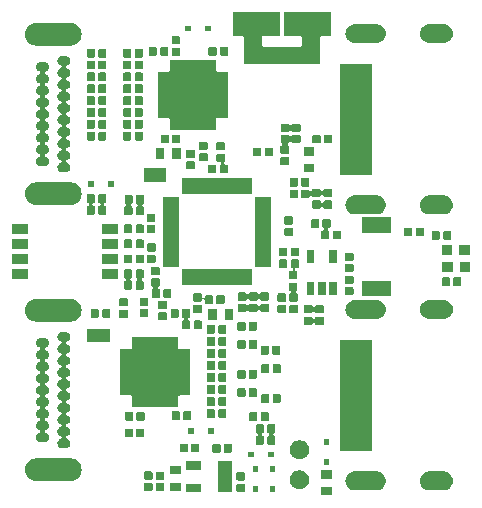
<source format=gbr>
G04 #@! TF.GenerationSoftware,KiCad,Pcbnew,5.1.4+dfsg1-1~bpo10+1*
G04 #@! TF.CreationDate,2020-01-21T09:26:30+01:00*
G04 #@! TF.ProjectId,video-booster-board,76696465-6f2d-4626-9f6f-737465722d62,rev?*
G04 #@! TF.SameCoordinates,Original*
G04 #@! TF.FileFunction,Soldermask,Top*
G04 #@! TF.FilePolarity,Negative*
%FSLAX46Y46*%
G04 Gerber Fmt 4.6, Leading zero omitted, Abs format (unit mm)*
G04 Created by KiCad (PCBNEW 5.1.4+dfsg1-1~bpo10+1) date 2020-01-21 09:26:30*
%MOMM*%
%LPD*%
G04 APERTURE LIST*
%ADD10C,0.100000*%
G04 APERTURE END LIST*
D10*
G36*
X137586900Y-99478400D02*
G01*
X136684900Y-99478400D01*
X136684900Y-98776400D01*
X137586900Y-98776400D01*
X137586900Y-99478400D01*
X137586900Y-99478400D01*
G37*
G36*
X129170900Y-99237400D02*
G01*
X127980900Y-99237400D01*
X127980900Y-96597400D01*
X129170900Y-96597400D01*
X129170900Y-99237400D01*
X129170900Y-99237400D01*
G37*
G36*
X126470900Y-99237400D02*
G01*
X125280900Y-99237400D01*
X125280900Y-98497400D01*
X126470900Y-98497400D01*
X126470900Y-99237400D01*
X126470900Y-99237400D01*
G37*
G36*
X131331900Y-99228400D02*
G01*
X130879900Y-99228400D01*
X130879900Y-98726400D01*
X131331900Y-98726400D01*
X131331900Y-99228400D01*
X131331900Y-99228400D01*
G37*
G36*
X132801900Y-99218400D02*
G01*
X132349900Y-99218400D01*
X132349900Y-98716400D01*
X132801900Y-98716400D01*
X132801900Y-99218400D01*
X132801900Y-99218400D01*
G37*
G36*
X130167838Y-98509116D02*
G01*
X130188457Y-98515371D01*
X130207453Y-98525524D01*
X130224108Y-98539192D01*
X130237776Y-98555847D01*
X130247929Y-98574843D01*
X130254184Y-98595462D01*
X130256900Y-98623040D01*
X130256900Y-99081760D01*
X130254184Y-99109338D01*
X130247929Y-99129957D01*
X130237776Y-99148953D01*
X130224108Y-99165608D01*
X130207453Y-99179276D01*
X130188457Y-99189429D01*
X130167838Y-99195684D01*
X130140260Y-99198400D01*
X129631540Y-99198400D01*
X129603962Y-99195684D01*
X129583343Y-99189429D01*
X129564347Y-99179276D01*
X129547692Y-99165608D01*
X129534024Y-99148953D01*
X129523871Y-99129957D01*
X129517616Y-99109338D01*
X129514900Y-99081760D01*
X129514900Y-98623040D01*
X129517616Y-98595462D01*
X129523871Y-98574843D01*
X129534024Y-98555847D01*
X129547692Y-98539192D01*
X129564347Y-98525524D01*
X129583343Y-98515371D01*
X129603962Y-98509116D01*
X129631540Y-98506400D01*
X130140260Y-98506400D01*
X130167838Y-98509116D01*
X130167838Y-98509116D01*
G37*
G36*
X123327838Y-98459116D02*
G01*
X123348457Y-98465371D01*
X123367453Y-98475524D01*
X123384108Y-98489192D01*
X123397776Y-98505847D01*
X123407929Y-98524843D01*
X123414184Y-98545462D01*
X123416900Y-98573040D01*
X123416900Y-99031760D01*
X123414184Y-99059338D01*
X123407929Y-99079957D01*
X123397776Y-99098953D01*
X123384108Y-99115608D01*
X123367453Y-99129276D01*
X123348457Y-99139429D01*
X123327838Y-99145684D01*
X123300260Y-99148400D01*
X122791540Y-99148400D01*
X122763962Y-99145684D01*
X122743343Y-99139429D01*
X122724347Y-99129276D01*
X122707692Y-99115608D01*
X122694024Y-99098953D01*
X122683871Y-99079957D01*
X122677616Y-99059338D01*
X122674900Y-99031760D01*
X122674900Y-98573040D01*
X122677616Y-98545462D01*
X122683871Y-98524843D01*
X122694024Y-98505847D01*
X122707692Y-98489192D01*
X122724347Y-98475524D01*
X122743343Y-98465371D01*
X122763962Y-98459116D01*
X122791540Y-98456400D01*
X123300260Y-98456400D01*
X123327838Y-98459116D01*
X123327838Y-98459116D01*
G37*
G36*
X122317838Y-98429116D02*
G01*
X122338457Y-98435371D01*
X122357453Y-98445524D01*
X122374108Y-98459192D01*
X122387776Y-98475847D01*
X122397929Y-98494843D01*
X122404184Y-98515462D01*
X122406900Y-98543040D01*
X122406900Y-99001760D01*
X122404184Y-99029338D01*
X122397929Y-99049957D01*
X122387776Y-99068953D01*
X122374108Y-99085608D01*
X122357453Y-99099276D01*
X122338457Y-99109429D01*
X122317838Y-99115684D01*
X122290260Y-99118400D01*
X121781540Y-99118400D01*
X121753962Y-99115684D01*
X121733343Y-99109429D01*
X121714347Y-99099276D01*
X121697692Y-99085608D01*
X121684024Y-99068953D01*
X121673871Y-99049957D01*
X121667616Y-99029338D01*
X121664900Y-99001760D01*
X121664900Y-98543040D01*
X121667616Y-98515462D01*
X121673871Y-98494843D01*
X121684024Y-98475847D01*
X121697692Y-98459192D01*
X121714347Y-98445524D01*
X121733343Y-98435371D01*
X121753962Y-98429116D01*
X121781540Y-98426400D01*
X122290260Y-98426400D01*
X122317838Y-98429116D01*
X122317838Y-98429116D01*
G37*
G36*
X124786900Y-99108400D02*
G01*
X123884900Y-99108400D01*
X123884900Y-98406400D01*
X124786900Y-98406400D01*
X124786900Y-99108400D01*
X124786900Y-99108400D01*
G37*
G36*
X141428571Y-97452863D02*
G01*
X141507023Y-97460590D01*
X141589325Y-97485556D01*
X141658013Y-97506392D01*
X141797165Y-97580771D01*
X141919133Y-97680867D01*
X142019229Y-97802835D01*
X142093608Y-97941987D01*
X142107994Y-97989412D01*
X142139410Y-98092977D01*
X142154875Y-98250000D01*
X142139410Y-98407023D01*
X142123423Y-98459724D01*
X142093608Y-98558013D01*
X142019229Y-98697165D01*
X141919133Y-98819133D01*
X141797165Y-98919229D01*
X141658013Y-98993608D01*
X141607682Y-99008875D01*
X141507023Y-99039410D01*
X141428571Y-99047137D01*
X141389346Y-99051000D01*
X139510654Y-99051000D01*
X139471429Y-99047137D01*
X139392977Y-99039410D01*
X139292318Y-99008875D01*
X139241987Y-98993608D01*
X139102835Y-98919229D01*
X138980867Y-98819133D01*
X138880771Y-98697165D01*
X138806392Y-98558013D01*
X138776577Y-98459724D01*
X138760590Y-98407023D01*
X138745125Y-98250000D01*
X138760590Y-98092977D01*
X138792006Y-97989412D01*
X138806392Y-97941987D01*
X138880771Y-97802835D01*
X138980867Y-97680867D01*
X139102835Y-97580771D01*
X139241987Y-97506392D01*
X139310675Y-97485556D01*
X139392977Y-97460590D01*
X139471429Y-97452863D01*
X139510654Y-97449000D01*
X141389346Y-97449000D01*
X141428571Y-97452863D01*
X141428571Y-97452863D01*
G37*
G36*
X147128571Y-97452863D02*
G01*
X147207023Y-97460590D01*
X147289325Y-97485556D01*
X147358013Y-97506392D01*
X147497165Y-97580771D01*
X147619133Y-97680867D01*
X147719229Y-97802835D01*
X147793608Y-97941987D01*
X147807994Y-97989412D01*
X147839410Y-98092977D01*
X147854875Y-98250000D01*
X147839410Y-98407023D01*
X147823423Y-98459724D01*
X147793608Y-98558013D01*
X147719229Y-98697165D01*
X147619133Y-98819133D01*
X147497165Y-98919229D01*
X147358013Y-98993608D01*
X147307682Y-99008875D01*
X147207023Y-99039410D01*
X147128571Y-99047137D01*
X147089346Y-99051000D01*
X145810654Y-99051000D01*
X145771429Y-99047137D01*
X145692977Y-99039410D01*
X145592318Y-99008875D01*
X145541987Y-98993608D01*
X145402835Y-98919229D01*
X145280867Y-98819133D01*
X145180771Y-98697165D01*
X145106392Y-98558013D01*
X145076577Y-98459724D01*
X145060590Y-98407023D01*
X145045125Y-98250000D01*
X145060590Y-98092977D01*
X145092006Y-97989412D01*
X145106392Y-97941987D01*
X145180771Y-97802835D01*
X145280867Y-97680867D01*
X145402835Y-97580771D01*
X145541987Y-97506392D01*
X145610675Y-97485556D01*
X145692977Y-97460590D01*
X145771429Y-97452863D01*
X145810654Y-97449000D01*
X147089346Y-97449000D01*
X147128571Y-97452863D01*
X147128571Y-97452863D01*
G37*
G36*
X135073042Y-97385642D02*
G01*
X135221001Y-97446929D01*
X135354155Y-97535899D01*
X135467401Y-97649145D01*
X135556371Y-97782299D01*
X135617658Y-97930258D01*
X135648900Y-98087325D01*
X135648900Y-98247475D01*
X135617658Y-98404542D01*
X135556371Y-98552501D01*
X135467401Y-98685655D01*
X135354155Y-98798901D01*
X135221001Y-98887871D01*
X135073042Y-98949158D01*
X134915975Y-98980400D01*
X134755825Y-98980400D01*
X134598758Y-98949158D01*
X134450799Y-98887871D01*
X134317645Y-98798901D01*
X134204399Y-98685655D01*
X134115429Y-98552501D01*
X134054142Y-98404542D01*
X134022900Y-98247475D01*
X134022900Y-98087325D01*
X134054142Y-97930258D01*
X134115429Y-97782299D01*
X134204399Y-97649145D01*
X134317645Y-97535899D01*
X134450799Y-97446929D01*
X134598758Y-97385642D01*
X134755825Y-97354400D01*
X134915975Y-97354400D01*
X135073042Y-97385642D01*
X135073042Y-97385642D01*
G37*
G36*
X115636425Y-96376460D02*
G01*
X115636428Y-96376461D01*
X115636429Y-96376461D01*
X115815693Y-96430840D01*
X115815696Y-96430842D01*
X115815697Y-96430842D01*
X115980903Y-96519146D01*
X116125712Y-96637988D01*
X116244554Y-96782797D01*
X116322380Y-96928400D01*
X116332860Y-96948007D01*
X116356640Y-97026400D01*
X116387240Y-97127275D01*
X116405601Y-97313700D01*
X116387240Y-97500125D01*
X116387239Y-97500128D01*
X116387239Y-97500129D01*
X116332860Y-97679393D01*
X116332858Y-97679396D01*
X116332858Y-97679397D01*
X116244554Y-97844603D01*
X116125712Y-97989412D01*
X115980903Y-98108254D01*
X115817474Y-98195608D01*
X115815693Y-98196560D01*
X115636429Y-98250939D01*
X115636428Y-98250939D01*
X115636425Y-98250940D01*
X115496718Y-98264700D01*
X112503282Y-98264700D01*
X112363575Y-98250940D01*
X112363572Y-98250939D01*
X112363571Y-98250939D01*
X112184307Y-98196560D01*
X112182526Y-98195608D01*
X112019097Y-98108254D01*
X111874288Y-97989412D01*
X111755446Y-97844603D01*
X111667142Y-97679397D01*
X111667142Y-97679396D01*
X111667140Y-97679393D01*
X111612761Y-97500129D01*
X111612761Y-97500128D01*
X111612760Y-97500125D01*
X111594399Y-97313700D01*
X111612760Y-97127275D01*
X111643360Y-97026400D01*
X111667140Y-96948007D01*
X111677620Y-96928400D01*
X111755446Y-96782797D01*
X111874288Y-96637988D01*
X112019097Y-96519146D01*
X112184303Y-96430842D01*
X112184304Y-96430842D01*
X112184307Y-96430840D01*
X112363571Y-96376461D01*
X112363572Y-96376461D01*
X112363575Y-96376460D01*
X112503282Y-96362700D01*
X115496718Y-96362700D01*
X115636425Y-96376460D01*
X115636425Y-96376460D01*
G37*
G36*
X130167838Y-97539116D02*
G01*
X130188457Y-97545371D01*
X130207453Y-97555524D01*
X130224108Y-97569192D01*
X130237776Y-97585847D01*
X130247929Y-97604843D01*
X130254184Y-97625462D01*
X130256900Y-97653040D01*
X130256900Y-98111760D01*
X130254184Y-98139338D01*
X130247929Y-98159957D01*
X130237776Y-98178953D01*
X130224108Y-98195608D01*
X130207453Y-98209276D01*
X130188457Y-98219429D01*
X130167838Y-98225684D01*
X130140260Y-98228400D01*
X129631540Y-98228400D01*
X129603962Y-98225684D01*
X129583343Y-98219429D01*
X129564347Y-98209276D01*
X129547692Y-98195608D01*
X129534024Y-98178953D01*
X129523871Y-98159957D01*
X129517616Y-98139338D01*
X129514900Y-98111760D01*
X129514900Y-97653040D01*
X129517616Y-97625462D01*
X129523871Y-97604843D01*
X129534024Y-97585847D01*
X129547692Y-97569192D01*
X129564347Y-97555524D01*
X129583343Y-97545371D01*
X129603962Y-97539116D01*
X129631540Y-97536400D01*
X130140260Y-97536400D01*
X130167838Y-97539116D01*
X130167838Y-97539116D01*
G37*
G36*
X123327838Y-97489116D02*
G01*
X123348457Y-97495371D01*
X123367453Y-97505524D01*
X123384108Y-97519192D01*
X123397776Y-97535847D01*
X123407929Y-97554843D01*
X123414184Y-97575462D01*
X123416900Y-97603040D01*
X123416900Y-98061760D01*
X123414184Y-98089338D01*
X123407929Y-98109957D01*
X123397776Y-98128953D01*
X123384108Y-98145608D01*
X123367453Y-98159276D01*
X123348457Y-98169429D01*
X123327838Y-98175684D01*
X123300260Y-98178400D01*
X122791540Y-98178400D01*
X122763962Y-98175684D01*
X122743343Y-98169429D01*
X122724347Y-98159276D01*
X122707692Y-98145608D01*
X122694024Y-98128953D01*
X122683871Y-98109957D01*
X122677616Y-98089338D01*
X122674900Y-98061760D01*
X122674900Y-97603040D01*
X122677616Y-97575462D01*
X122683871Y-97554843D01*
X122694024Y-97535847D01*
X122707692Y-97519192D01*
X122724347Y-97505524D01*
X122743343Y-97495371D01*
X122763962Y-97489116D01*
X122791540Y-97486400D01*
X123300260Y-97486400D01*
X123327838Y-97489116D01*
X123327838Y-97489116D01*
G37*
G36*
X122317838Y-97459116D02*
G01*
X122338457Y-97465371D01*
X122357453Y-97475524D01*
X122374108Y-97489192D01*
X122387776Y-97505847D01*
X122397929Y-97524843D01*
X122404184Y-97545462D01*
X122406900Y-97573040D01*
X122406900Y-98031760D01*
X122404184Y-98059338D01*
X122397929Y-98079957D01*
X122387776Y-98098953D01*
X122374108Y-98115608D01*
X122357453Y-98129276D01*
X122338457Y-98139429D01*
X122317838Y-98145684D01*
X122290260Y-98148400D01*
X121781540Y-98148400D01*
X121753962Y-98145684D01*
X121733343Y-98139429D01*
X121714347Y-98129276D01*
X121697692Y-98115608D01*
X121684024Y-98098953D01*
X121673871Y-98079957D01*
X121667616Y-98059338D01*
X121664900Y-98031760D01*
X121664900Y-97573040D01*
X121667616Y-97545462D01*
X121673871Y-97524843D01*
X121684024Y-97505847D01*
X121697692Y-97489192D01*
X121714347Y-97475524D01*
X121733343Y-97465371D01*
X121753962Y-97459116D01*
X121781540Y-97456400D01*
X122290260Y-97456400D01*
X122317838Y-97459116D01*
X122317838Y-97459116D01*
G37*
G36*
X137586900Y-98078400D02*
G01*
X136684900Y-98078400D01*
X136684900Y-97376400D01*
X137586900Y-97376400D01*
X137586900Y-98078400D01*
X137586900Y-98078400D01*
G37*
G36*
X124786900Y-97708400D02*
G01*
X123884900Y-97708400D01*
X123884900Y-97006400D01*
X124786900Y-97006400D01*
X124786900Y-97708400D01*
X124786900Y-97708400D01*
G37*
G36*
X131331900Y-97528400D02*
G01*
X130879900Y-97528400D01*
X130879900Y-97026400D01*
X131331900Y-97026400D01*
X131331900Y-97528400D01*
X131331900Y-97528400D01*
G37*
G36*
X132801900Y-97518400D02*
G01*
X132349900Y-97518400D01*
X132349900Y-97016400D01*
X132801900Y-97016400D01*
X132801900Y-97518400D01*
X132801900Y-97518400D01*
G37*
G36*
X126470900Y-97337400D02*
G01*
X125280900Y-97337400D01*
X125280900Y-96597400D01*
X126470900Y-96597400D01*
X126470900Y-97337400D01*
X126470900Y-97337400D01*
G37*
G36*
X137341900Y-96928400D02*
G01*
X136889900Y-96928400D01*
X136889900Y-96426400D01*
X137341900Y-96426400D01*
X137341900Y-96928400D01*
X137341900Y-96928400D01*
G37*
G36*
X135093042Y-94845642D02*
G01*
X135241001Y-94906929D01*
X135374155Y-94995899D01*
X135487401Y-95109145D01*
X135576371Y-95242299D01*
X135637658Y-95390258D01*
X135668900Y-95547325D01*
X135668900Y-95707475D01*
X135637658Y-95864542D01*
X135576371Y-96012501D01*
X135487401Y-96145655D01*
X135374155Y-96258901D01*
X135241001Y-96347871D01*
X135093042Y-96409158D01*
X134935975Y-96440400D01*
X134775825Y-96440400D01*
X134618758Y-96409158D01*
X134470799Y-96347871D01*
X134337645Y-96258901D01*
X134224399Y-96145655D01*
X134135429Y-96012501D01*
X134074142Y-95864542D01*
X134042900Y-95707475D01*
X134042900Y-95547325D01*
X134074142Y-95390258D01*
X134135429Y-95242299D01*
X134224399Y-95109145D01*
X134337645Y-94995899D01*
X134470799Y-94906929D01*
X134618758Y-94845642D01*
X134775825Y-94814400D01*
X134935975Y-94814400D01*
X135093042Y-94845642D01*
X135093042Y-94845642D01*
G37*
G36*
X131006900Y-96273400D02*
G01*
X130504900Y-96273400D01*
X130504900Y-95821400D01*
X131006900Y-95821400D01*
X131006900Y-96273400D01*
X131006900Y-96273400D01*
G37*
G36*
X132706900Y-96273400D02*
G01*
X132204900Y-96273400D01*
X132204900Y-95821400D01*
X132706900Y-95821400D01*
X132706900Y-96273400D01*
X132706900Y-96273400D01*
G37*
G36*
X128077838Y-95129116D02*
G01*
X128098457Y-95135371D01*
X128117453Y-95145524D01*
X128134108Y-95159192D01*
X128147776Y-95175847D01*
X128157929Y-95194843D01*
X128164184Y-95215462D01*
X128166900Y-95243040D01*
X128166900Y-95751760D01*
X128164184Y-95779338D01*
X128157929Y-95799957D01*
X128147776Y-95818953D01*
X128134108Y-95835608D01*
X128117453Y-95849276D01*
X128098457Y-95859429D01*
X128077838Y-95865684D01*
X128050260Y-95868400D01*
X127591540Y-95868400D01*
X127563962Y-95865684D01*
X127543343Y-95859429D01*
X127524347Y-95849276D01*
X127507692Y-95835608D01*
X127494024Y-95818953D01*
X127483871Y-95799957D01*
X127477616Y-95779338D01*
X127474900Y-95751760D01*
X127474900Y-95243040D01*
X127477616Y-95215462D01*
X127483871Y-95194843D01*
X127494024Y-95175847D01*
X127507692Y-95159192D01*
X127524347Y-95145524D01*
X127543343Y-95135371D01*
X127563962Y-95129116D01*
X127591540Y-95126400D01*
X128050260Y-95126400D01*
X128077838Y-95129116D01*
X128077838Y-95129116D01*
G37*
G36*
X129047838Y-95129116D02*
G01*
X129068457Y-95135371D01*
X129087453Y-95145524D01*
X129104108Y-95159192D01*
X129117776Y-95175847D01*
X129127929Y-95194843D01*
X129134184Y-95215462D01*
X129136900Y-95243040D01*
X129136900Y-95751760D01*
X129134184Y-95779338D01*
X129127929Y-95799957D01*
X129117776Y-95818953D01*
X129104108Y-95835608D01*
X129087453Y-95849276D01*
X129068457Y-95859429D01*
X129047838Y-95865684D01*
X129020260Y-95868400D01*
X128561540Y-95868400D01*
X128533962Y-95865684D01*
X128513343Y-95859429D01*
X128494347Y-95849276D01*
X128477692Y-95835608D01*
X128464024Y-95818953D01*
X128453871Y-95799957D01*
X128447616Y-95779338D01*
X128444900Y-95751760D01*
X128444900Y-95243040D01*
X128447616Y-95215462D01*
X128453871Y-95194843D01*
X128464024Y-95175847D01*
X128477692Y-95159192D01*
X128494347Y-95145524D01*
X128513343Y-95135371D01*
X128533962Y-95129116D01*
X128561540Y-95126400D01*
X129020260Y-95126400D01*
X129047838Y-95129116D01*
X129047838Y-95129116D01*
G37*
G36*
X126277838Y-95099116D02*
G01*
X126298457Y-95105371D01*
X126317453Y-95115524D01*
X126334108Y-95129192D01*
X126347776Y-95145847D01*
X126357929Y-95164843D01*
X126364184Y-95185462D01*
X126366900Y-95213040D01*
X126366900Y-95721760D01*
X126364184Y-95749338D01*
X126357929Y-95769957D01*
X126347776Y-95788953D01*
X126334108Y-95805608D01*
X126317453Y-95819276D01*
X126298457Y-95829429D01*
X126277838Y-95835684D01*
X126250260Y-95838400D01*
X125791540Y-95838400D01*
X125763962Y-95835684D01*
X125743343Y-95829429D01*
X125724347Y-95819276D01*
X125707692Y-95805608D01*
X125694024Y-95788953D01*
X125683871Y-95769957D01*
X125677616Y-95749338D01*
X125674900Y-95721760D01*
X125674900Y-95213040D01*
X125677616Y-95185462D01*
X125683871Y-95164843D01*
X125694024Y-95145847D01*
X125707692Y-95129192D01*
X125724347Y-95115524D01*
X125743343Y-95105371D01*
X125763962Y-95099116D01*
X125791540Y-95096400D01*
X126250260Y-95096400D01*
X126277838Y-95099116D01*
X126277838Y-95099116D01*
G37*
G36*
X125307838Y-95099116D02*
G01*
X125328457Y-95105371D01*
X125347453Y-95115524D01*
X125364108Y-95129192D01*
X125377776Y-95145847D01*
X125387929Y-95164843D01*
X125394184Y-95185462D01*
X125396900Y-95213040D01*
X125396900Y-95721760D01*
X125394184Y-95749338D01*
X125387929Y-95769957D01*
X125377776Y-95788953D01*
X125364108Y-95805608D01*
X125347453Y-95819276D01*
X125328457Y-95829429D01*
X125307838Y-95835684D01*
X125280260Y-95838400D01*
X124821540Y-95838400D01*
X124793962Y-95835684D01*
X124773343Y-95829429D01*
X124754347Y-95819276D01*
X124737692Y-95805608D01*
X124724024Y-95788953D01*
X124713871Y-95769957D01*
X124707616Y-95749338D01*
X124704900Y-95721760D01*
X124704900Y-95213040D01*
X124707616Y-95185462D01*
X124713871Y-95164843D01*
X124724024Y-95145847D01*
X124737692Y-95129192D01*
X124754347Y-95115524D01*
X124773343Y-95105371D01*
X124793962Y-95099116D01*
X124821540Y-95096400D01*
X125280260Y-95096400D01*
X125307838Y-95099116D01*
X125307838Y-95099116D01*
G37*
G36*
X141001000Y-95691000D02*
G01*
X138299000Y-95691000D01*
X138299000Y-86309000D01*
X141001000Y-86309000D01*
X141001000Y-95691000D01*
X141001000Y-95691000D01*
G37*
G36*
X115089335Y-85664634D02*
G01*
X115128610Y-85668502D01*
X115174292Y-85682360D01*
X115204199Y-85691432D01*
X115273862Y-85728668D01*
X115334922Y-85778778D01*
X115385032Y-85839838D01*
X115422268Y-85909501D01*
X115422268Y-85909502D01*
X115445198Y-85985090D01*
X115452940Y-86063700D01*
X115445198Y-86142310D01*
X115430297Y-86191432D01*
X115422268Y-86217899D01*
X115385032Y-86287562D01*
X115334922Y-86348622D01*
X115273862Y-86398732D01*
X115204199Y-86435968D01*
X115191849Y-86439714D01*
X115177443Y-86444084D01*
X115154807Y-86453460D01*
X115134433Y-86467074D01*
X115117106Y-86484401D01*
X115103492Y-86504775D01*
X115094115Y-86527414D01*
X115089334Y-86551447D01*
X115089334Y-86575952D01*
X115094114Y-86599985D01*
X115103491Y-86622624D01*
X115117105Y-86642998D01*
X115134432Y-86660325D01*
X115154806Y-86673939D01*
X115177443Y-86683316D01*
X115191849Y-86687686D01*
X115204199Y-86691432D01*
X115273862Y-86728668D01*
X115334922Y-86778778D01*
X115385032Y-86839838D01*
X115422268Y-86909501D01*
X115422268Y-86909502D01*
X115445198Y-86985090D01*
X115452940Y-87063700D01*
X115445198Y-87142310D01*
X115432758Y-87183317D01*
X115422268Y-87217899D01*
X115385032Y-87287562D01*
X115334922Y-87348622D01*
X115273862Y-87398732D01*
X115204199Y-87435968D01*
X115191849Y-87439714D01*
X115177443Y-87444084D01*
X115154807Y-87453460D01*
X115134433Y-87467074D01*
X115117106Y-87484401D01*
X115103492Y-87504775D01*
X115094115Y-87527414D01*
X115089334Y-87551447D01*
X115089334Y-87575952D01*
X115094114Y-87599985D01*
X115103491Y-87622624D01*
X115117105Y-87642998D01*
X115134432Y-87660325D01*
X115154806Y-87673939D01*
X115177443Y-87683316D01*
X115191849Y-87687686D01*
X115204199Y-87691432D01*
X115273862Y-87728668D01*
X115334922Y-87778778D01*
X115385032Y-87839838D01*
X115422268Y-87909501D01*
X115422268Y-87909502D01*
X115445198Y-87985090D01*
X115452940Y-88063700D01*
X115445198Y-88142310D01*
X115435603Y-88173939D01*
X115422268Y-88217899D01*
X115385032Y-88287562D01*
X115334922Y-88348622D01*
X115273862Y-88398732D01*
X115204199Y-88435968D01*
X115191849Y-88439714D01*
X115177443Y-88444084D01*
X115154807Y-88453460D01*
X115134433Y-88467074D01*
X115117106Y-88484401D01*
X115103492Y-88504775D01*
X115094115Y-88527414D01*
X115089334Y-88551447D01*
X115089334Y-88575952D01*
X115094114Y-88599985D01*
X115103491Y-88622624D01*
X115117105Y-88642998D01*
X115134432Y-88660325D01*
X115154806Y-88673939D01*
X115177443Y-88683316D01*
X115191849Y-88687686D01*
X115204199Y-88691432D01*
X115273862Y-88728668D01*
X115334922Y-88778778D01*
X115385032Y-88839838D01*
X115422268Y-88909501D01*
X115422268Y-88909502D01*
X115445198Y-88985090D01*
X115452940Y-89063700D01*
X115445198Y-89142310D01*
X115435603Y-89173939D01*
X115422268Y-89217899D01*
X115385032Y-89287562D01*
X115334922Y-89348622D01*
X115273862Y-89398732D01*
X115204199Y-89435968D01*
X115191849Y-89439714D01*
X115177443Y-89444084D01*
X115154807Y-89453460D01*
X115134433Y-89467074D01*
X115117106Y-89484401D01*
X115103492Y-89504775D01*
X115094115Y-89527414D01*
X115089334Y-89551447D01*
X115089334Y-89575952D01*
X115094114Y-89599985D01*
X115103491Y-89622624D01*
X115117105Y-89642998D01*
X115134432Y-89660325D01*
X115154806Y-89673939D01*
X115177443Y-89683316D01*
X115191849Y-89687686D01*
X115204199Y-89691432D01*
X115273862Y-89728668D01*
X115334922Y-89778778D01*
X115385032Y-89839838D01*
X115422268Y-89909501D01*
X115422268Y-89909502D01*
X115445198Y-89985090D01*
X115452940Y-90063700D01*
X115445198Y-90142310D01*
X115432758Y-90183317D01*
X115422268Y-90217899D01*
X115385032Y-90287562D01*
X115334922Y-90348622D01*
X115273862Y-90398732D01*
X115204199Y-90435968D01*
X115191849Y-90439714D01*
X115177443Y-90444084D01*
X115154807Y-90453460D01*
X115134433Y-90467074D01*
X115117106Y-90484401D01*
X115103492Y-90504775D01*
X115094115Y-90527414D01*
X115089334Y-90551447D01*
X115089334Y-90575952D01*
X115094114Y-90599985D01*
X115103491Y-90622624D01*
X115117105Y-90642998D01*
X115134432Y-90660325D01*
X115154806Y-90673939D01*
X115177443Y-90683316D01*
X115191849Y-90687686D01*
X115204199Y-90691432D01*
X115273862Y-90728668D01*
X115334922Y-90778778D01*
X115385032Y-90839838D01*
X115422268Y-90909501D01*
X115425551Y-90920324D01*
X115445198Y-90985090D01*
X115452940Y-91063700D01*
X115445198Y-91142310D01*
X115436267Y-91171750D01*
X115422268Y-91217899D01*
X115385032Y-91287562D01*
X115334922Y-91348622D01*
X115273862Y-91398732D01*
X115204199Y-91435968D01*
X115191849Y-91439714D01*
X115177443Y-91444084D01*
X115154807Y-91453460D01*
X115134433Y-91467074D01*
X115117106Y-91484401D01*
X115103492Y-91504775D01*
X115094115Y-91527414D01*
X115089334Y-91551447D01*
X115089334Y-91575952D01*
X115094114Y-91599985D01*
X115103491Y-91622624D01*
X115117105Y-91642998D01*
X115134432Y-91660325D01*
X115154806Y-91673939D01*
X115177443Y-91683316D01*
X115191849Y-91687686D01*
X115204199Y-91691432D01*
X115273862Y-91728668D01*
X115334922Y-91778778D01*
X115385032Y-91839838D01*
X115422268Y-91909501D01*
X115429911Y-91934698D01*
X115445198Y-91985090D01*
X115452940Y-92063700D01*
X115445198Y-92142310D01*
X115435603Y-92173939D01*
X115422268Y-92217899D01*
X115385032Y-92287562D01*
X115334922Y-92348622D01*
X115273862Y-92398732D01*
X115204199Y-92435968D01*
X115191849Y-92439714D01*
X115177443Y-92444084D01*
X115154807Y-92453460D01*
X115134433Y-92467074D01*
X115117106Y-92484401D01*
X115103492Y-92504775D01*
X115094115Y-92527414D01*
X115089334Y-92551447D01*
X115089334Y-92575952D01*
X115094114Y-92599985D01*
X115103491Y-92622624D01*
X115117105Y-92642998D01*
X115134432Y-92660325D01*
X115154806Y-92673939D01*
X115177443Y-92683316D01*
X115191849Y-92687686D01*
X115204199Y-92691432D01*
X115273862Y-92728668D01*
X115334922Y-92778778D01*
X115385032Y-92839838D01*
X115422268Y-92909501D01*
X115427359Y-92926284D01*
X115445198Y-92985090D01*
X115452940Y-93063700D01*
X115445198Y-93142310D01*
X115435603Y-93173939D01*
X115422268Y-93217899D01*
X115385032Y-93287562D01*
X115334922Y-93348622D01*
X115273862Y-93398732D01*
X115204199Y-93435968D01*
X115191849Y-93439714D01*
X115177443Y-93444084D01*
X115154807Y-93453460D01*
X115134433Y-93467074D01*
X115117106Y-93484401D01*
X115103492Y-93504775D01*
X115094115Y-93527414D01*
X115089334Y-93551447D01*
X115089334Y-93575952D01*
X115094114Y-93599985D01*
X115103491Y-93622624D01*
X115117105Y-93642998D01*
X115134432Y-93660325D01*
X115154806Y-93673939D01*
X115177443Y-93683316D01*
X115191849Y-93687686D01*
X115204199Y-93691432D01*
X115273862Y-93728668D01*
X115334922Y-93778778D01*
X115385032Y-93839838D01*
X115422268Y-93909501D01*
X115429911Y-93934698D01*
X115445198Y-93985090D01*
X115452940Y-94063700D01*
X115445198Y-94142310D01*
X115435603Y-94173939D01*
X115422268Y-94217899D01*
X115385032Y-94287562D01*
X115334922Y-94348622D01*
X115273862Y-94398732D01*
X115204199Y-94435968D01*
X115193758Y-94439135D01*
X115177443Y-94444084D01*
X115154807Y-94453460D01*
X115134433Y-94467074D01*
X115117106Y-94484401D01*
X115103492Y-94504775D01*
X115094115Y-94527414D01*
X115089334Y-94551447D01*
X115089334Y-94575952D01*
X115094114Y-94599985D01*
X115103491Y-94622624D01*
X115117105Y-94642998D01*
X115134432Y-94660325D01*
X115154806Y-94673939D01*
X115177443Y-94683316D01*
X115191849Y-94687686D01*
X115204199Y-94691432D01*
X115273862Y-94728668D01*
X115334922Y-94778778D01*
X115385032Y-94839838D01*
X115422268Y-94909501D01*
X115422268Y-94909502D01*
X115445198Y-94985090D01*
X115452940Y-95063700D01*
X115445198Y-95142310D01*
X115435801Y-95173286D01*
X115422268Y-95217899D01*
X115385032Y-95287562D01*
X115334922Y-95348622D01*
X115273862Y-95398732D01*
X115204199Y-95435968D01*
X115179002Y-95443611D01*
X115128610Y-95458898D01*
X115089335Y-95462766D01*
X115069699Y-95464700D01*
X114730301Y-95464700D01*
X114710665Y-95462766D01*
X114671390Y-95458898D01*
X114620998Y-95443611D01*
X114595801Y-95435968D01*
X114526138Y-95398732D01*
X114465078Y-95348622D01*
X114414968Y-95287562D01*
X114377732Y-95217899D01*
X114364199Y-95173286D01*
X114354802Y-95142310D01*
X114347060Y-95063700D01*
X114354802Y-94985090D01*
X114377732Y-94909502D01*
X114377732Y-94909501D01*
X114414968Y-94839838D01*
X114465078Y-94778778D01*
X114526138Y-94728668D01*
X114595801Y-94691432D01*
X114608151Y-94687686D01*
X114622557Y-94683316D01*
X114645193Y-94673940D01*
X114665567Y-94660326D01*
X114682894Y-94642999D01*
X114696508Y-94622625D01*
X114705885Y-94599986D01*
X114710666Y-94575953D01*
X114710666Y-94551448D01*
X114705886Y-94527415D01*
X114696509Y-94504776D01*
X114682895Y-94484402D01*
X114665568Y-94467075D01*
X114645194Y-94453461D01*
X114622557Y-94444084D01*
X114606242Y-94439135D01*
X114595801Y-94435968D01*
X114526138Y-94398732D01*
X114465078Y-94348622D01*
X114414968Y-94287562D01*
X114377732Y-94217899D01*
X114364397Y-94173939D01*
X114354802Y-94142310D01*
X114347060Y-94063700D01*
X114354802Y-93985090D01*
X114370089Y-93934698D01*
X114377732Y-93909501D01*
X114414968Y-93839838D01*
X114465078Y-93778778D01*
X114526138Y-93728668D01*
X114595801Y-93691432D01*
X114608151Y-93687686D01*
X114622557Y-93683316D01*
X114645193Y-93673940D01*
X114665567Y-93660326D01*
X114682894Y-93642999D01*
X114696508Y-93622625D01*
X114705885Y-93599986D01*
X114710666Y-93575953D01*
X114710666Y-93551448D01*
X114705886Y-93527415D01*
X114696509Y-93504776D01*
X114682895Y-93484402D01*
X114665568Y-93467075D01*
X114645194Y-93453461D01*
X114622557Y-93444084D01*
X114608151Y-93439714D01*
X114595801Y-93435968D01*
X114526138Y-93398732D01*
X114465078Y-93348622D01*
X114414968Y-93287562D01*
X114377732Y-93217899D01*
X114364397Y-93173939D01*
X114354802Y-93142310D01*
X114347060Y-93063700D01*
X114354802Y-92985090D01*
X114372641Y-92926284D01*
X114377732Y-92909501D01*
X114414968Y-92839838D01*
X114465078Y-92778778D01*
X114526138Y-92728668D01*
X114595801Y-92691432D01*
X114608151Y-92687686D01*
X114622557Y-92683316D01*
X114645193Y-92673940D01*
X114665567Y-92660326D01*
X114682894Y-92642999D01*
X114696508Y-92622625D01*
X114705885Y-92599986D01*
X114710666Y-92575953D01*
X114710666Y-92551448D01*
X114705886Y-92527415D01*
X114696509Y-92504776D01*
X114682895Y-92484402D01*
X114665568Y-92467075D01*
X114645194Y-92453461D01*
X114622557Y-92444084D01*
X114608151Y-92439714D01*
X114595801Y-92435968D01*
X114526138Y-92398732D01*
X114465078Y-92348622D01*
X114414968Y-92287562D01*
X114377732Y-92217899D01*
X114364397Y-92173939D01*
X114354802Y-92142310D01*
X114347060Y-92063700D01*
X114354802Y-91985090D01*
X114370089Y-91934698D01*
X114377732Y-91909501D01*
X114414968Y-91839838D01*
X114465078Y-91778778D01*
X114526138Y-91728668D01*
X114595801Y-91691432D01*
X114608151Y-91687686D01*
X114622557Y-91683316D01*
X114645193Y-91673940D01*
X114665567Y-91660326D01*
X114682894Y-91642999D01*
X114696508Y-91622625D01*
X114705885Y-91599986D01*
X114710666Y-91575953D01*
X114710666Y-91551448D01*
X114705886Y-91527415D01*
X114696509Y-91504776D01*
X114682895Y-91484402D01*
X114665568Y-91467075D01*
X114645194Y-91453461D01*
X114622557Y-91444084D01*
X114608151Y-91439714D01*
X114595801Y-91435968D01*
X114526138Y-91398732D01*
X114465078Y-91348622D01*
X114414968Y-91287562D01*
X114377732Y-91217899D01*
X114363733Y-91171750D01*
X114354802Y-91142310D01*
X114347060Y-91063700D01*
X114354802Y-90985090D01*
X114374449Y-90920324D01*
X114377732Y-90909501D01*
X114414968Y-90839838D01*
X114465078Y-90778778D01*
X114526138Y-90728668D01*
X114595801Y-90691432D01*
X114608151Y-90687686D01*
X114622557Y-90683316D01*
X114645193Y-90673940D01*
X114665567Y-90660326D01*
X114682894Y-90642999D01*
X114696508Y-90622625D01*
X114705885Y-90599986D01*
X114710666Y-90575953D01*
X114710666Y-90551448D01*
X114705886Y-90527415D01*
X114696509Y-90504776D01*
X114682895Y-90484402D01*
X114665568Y-90467075D01*
X114645194Y-90453461D01*
X114622557Y-90444084D01*
X114608151Y-90439714D01*
X114595801Y-90435968D01*
X114526138Y-90398732D01*
X114465078Y-90348622D01*
X114414968Y-90287562D01*
X114377732Y-90217899D01*
X114367242Y-90183317D01*
X114354802Y-90142310D01*
X114347060Y-90063700D01*
X114354802Y-89985090D01*
X114377732Y-89909502D01*
X114377732Y-89909501D01*
X114414968Y-89839838D01*
X114465078Y-89778778D01*
X114526138Y-89728668D01*
X114595801Y-89691432D01*
X114608151Y-89687686D01*
X114622557Y-89683316D01*
X114645193Y-89673940D01*
X114665567Y-89660326D01*
X114682894Y-89642999D01*
X114696508Y-89622625D01*
X114705885Y-89599986D01*
X114710666Y-89575953D01*
X114710666Y-89551448D01*
X114705886Y-89527415D01*
X114696509Y-89504776D01*
X114682895Y-89484402D01*
X114665568Y-89467075D01*
X114645194Y-89453461D01*
X114622557Y-89444084D01*
X114608151Y-89439714D01*
X114595801Y-89435968D01*
X114526138Y-89398732D01*
X114465078Y-89348622D01*
X114414968Y-89287562D01*
X114377732Y-89217899D01*
X114364397Y-89173939D01*
X114354802Y-89142310D01*
X114347060Y-89063700D01*
X114354802Y-88985090D01*
X114377732Y-88909502D01*
X114377732Y-88909501D01*
X114414968Y-88839838D01*
X114465078Y-88778778D01*
X114526138Y-88728668D01*
X114595801Y-88691432D01*
X114608151Y-88687686D01*
X114622557Y-88683316D01*
X114645193Y-88673940D01*
X114665567Y-88660326D01*
X114682894Y-88642999D01*
X114696508Y-88622625D01*
X114705885Y-88599986D01*
X114710666Y-88575953D01*
X114710666Y-88551448D01*
X114705886Y-88527415D01*
X114696509Y-88504776D01*
X114682895Y-88484402D01*
X114665568Y-88467075D01*
X114645194Y-88453461D01*
X114622557Y-88444084D01*
X114608151Y-88439714D01*
X114595801Y-88435968D01*
X114526138Y-88398732D01*
X114465078Y-88348622D01*
X114414968Y-88287562D01*
X114377732Y-88217899D01*
X114364397Y-88173939D01*
X114354802Y-88142310D01*
X114347060Y-88063700D01*
X114354802Y-87985090D01*
X114377732Y-87909502D01*
X114377732Y-87909501D01*
X114414968Y-87839838D01*
X114465078Y-87778778D01*
X114526138Y-87728668D01*
X114595801Y-87691432D01*
X114608151Y-87687686D01*
X114622557Y-87683316D01*
X114645193Y-87673940D01*
X114665567Y-87660326D01*
X114682894Y-87642999D01*
X114696508Y-87622625D01*
X114705885Y-87599986D01*
X114710666Y-87575953D01*
X114710666Y-87551448D01*
X114705886Y-87527415D01*
X114696509Y-87504776D01*
X114682895Y-87484402D01*
X114665568Y-87467075D01*
X114645194Y-87453461D01*
X114622557Y-87444084D01*
X114608151Y-87439714D01*
X114595801Y-87435968D01*
X114526138Y-87398732D01*
X114465078Y-87348622D01*
X114414968Y-87287562D01*
X114377732Y-87217899D01*
X114367242Y-87183317D01*
X114354802Y-87142310D01*
X114347060Y-87063700D01*
X114354802Y-86985090D01*
X114377732Y-86909502D01*
X114377732Y-86909501D01*
X114414968Y-86839838D01*
X114465078Y-86778778D01*
X114526138Y-86728668D01*
X114595801Y-86691432D01*
X114608151Y-86687686D01*
X114622557Y-86683316D01*
X114645193Y-86673940D01*
X114665567Y-86660326D01*
X114682894Y-86642999D01*
X114696508Y-86622625D01*
X114705885Y-86599986D01*
X114710666Y-86575953D01*
X114710666Y-86551448D01*
X114705886Y-86527415D01*
X114696509Y-86504776D01*
X114682895Y-86484402D01*
X114665568Y-86467075D01*
X114645194Y-86453461D01*
X114622557Y-86444084D01*
X114608151Y-86439714D01*
X114595801Y-86435968D01*
X114526138Y-86398732D01*
X114465078Y-86348622D01*
X114414968Y-86287562D01*
X114377732Y-86217899D01*
X114369703Y-86191432D01*
X114354802Y-86142310D01*
X114347060Y-86063700D01*
X114354802Y-85985090D01*
X114377732Y-85909502D01*
X114377732Y-85909501D01*
X114414968Y-85839838D01*
X114465078Y-85778778D01*
X114526138Y-85728668D01*
X114595801Y-85691432D01*
X114625708Y-85682360D01*
X114671390Y-85668502D01*
X114710665Y-85664634D01*
X114730301Y-85662700D01*
X115069699Y-85662700D01*
X115089335Y-85664634D01*
X115089335Y-85664634D01*
G37*
G36*
X137341900Y-95228400D02*
G01*
X136889900Y-95228400D01*
X136889900Y-94726400D01*
X137341900Y-94726400D01*
X137341900Y-95228400D01*
X137341900Y-95228400D01*
G37*
G36*
X131747838Y-93469116D02*
G01*
X131768457Y-93475371D01*
X131787453Y-93485524D01*
X131804108Y-93499192D01*
X131817776Y-93515847D01*
X131827929Y-93534843D01*
X131834184Y-93555462D01*
X131836900Y-93583040D01*
X131836900Y-94091760D01*
X131834184Y-94119338D01*
X131827929Y-94139957D01*
X131817776Y-94158953D01*
X131804108Y-94175608D01*
X131787453Y-94189276D01*
X131768456Y-94199430D01*
X131745847Y-94206288D01*
X131723208Y-94215665D01*
X131702833Y-94229279D01*
X131685506Y-94246605D01*
X131671892Y-94266980D01*
X131662515Y-94289618D01*
X131657734Y-94313652D01*
X131657734Y-94338156D01*
X131662514Y-94362189D01*
X131671891Y-94384828D01*
X131685505Y-94405203D01*
X131702831Y-94422530D01*
X131723206Y-94436144D01*
X131745844Y-94445521D01*
X131746258Y-94445603D01*
X131778457Y-94455371D01*
X131797453Y-94465524D01*
X131814108Y-94479192D01*
X131827776Y-94495847D01*
X131837929Y-94514843D01*
X131844184Y-94535462D01*
X131846900Y-94563040D01*
X131846900Y-95071760D01*
X131844184Y-95099338D01*
X131837929Y-95119957D01*
X131827776Y-95138953D01*
X131814108Y-95155608D01*
X131797453Y-95169276D01*
X131778457Y-95179429D01*
X131757838Y-95185684D01*
X131730260Y-95188400D01*
X131271540Y-95188400D01*
X131243962Y-95185684D01*
X131223343Y-95179429D01*
X131204347Y-95169276D01*
X131187692Y-95155608D01*
X131174024Y-95138953D01*
X131163871Y-95119957D01*
X131157616Y-95099338D01*
X131154900Y-95071760D01*
X131154900Y-94563040D01*
X131157616Y-94535462D01*
X131163871Y-94514843D01*
X131174024Y-94495847D01*
X131187692Y-94479192D01*
X131204347Y-94465524D01*
X131223344Y-94455370D01*
X131245953Y-94448512D01*
X131268592Y-94439135D01*
X131288967Y-94425521D01*
X131306294Y-94408195D01*
X131319908Y-94387820D01*
X131329285Y-94365182D01*
X131334066Y-94341148D01*
X131334066Y-94316644D01*
X131329286Y-94292611D01*
X131319909Y-94269972D01*
X131306295Y-94249597D01*
X131288969Y-94232270D01*
X131268594Y-94218656D01*
X131245956Y-94209279D01*
X131245542Y-94209197D01*
X131213343Y-94199429D01*
X131194347Y-94189276D01*
X131177692Y-94175608D01*
X131164024Y-94158953D01*
X131153871Y-94139957D01*
X131147616Y-94119338D01*
X131144900Y-94091760D01*
X131144900Y-93583040D01*
X131147616Y-93555462D01*
X131153871Y-93534843D01*
X131164024Y-93515847D01*
X131177692Y-93499192D01*
X131194347Y-93485524D01*
X131213343Y-93475371D01*
X131233962Y-93469116D01*
X131261540Y-93466400D01*
X131720260Y-93466400D01*
X131747838Y-93469116D01*
X131747838Y-93469116D01*
G37*
G36*
X132717838Y-93469116D02*
G01*
X132738457Y-93475371D01*
X132757453Y-93485524D01*
X132774108Y-93499192D01*
X132787776Y-93515847D01*
X132797929Y-93534843D01*
X132804184Y-93555462D01*
X132806900Y-93583040D01*
X132806900Y-94091760D01*
X132804184Y-94119338D01*
X132797929Y-94139957D01*
X132787776Y-94158953D01*
X132774108Y-94175608D01*
X132757453Y-94189276D01*
X132738456Y-94199430D01*
X132715847Y-94206288D01*
X132693208Y-94215665D01*
X132672833Y-94229279D01*
X132655506Y-94246605D01*
X132641892Y-94266980D01*
X132632515Y-94289618D01*
X132627734Y-94313652D01*
X132627734Y-94338156D01*
X132632514Y-94362189D01*
X132641891Y-94384828D01*
X132655505Y-94405203D01*
X132672831Y-94422530D01*
X132693206Y-94436144D01*
X132715844Y-94445521D01*
X132716258Y-94445603D01*
X132748457Y-94455371D01*
X132767453Y-94465524D01*
X132784108Y-94479192D01*
X132797776Y-94495847D01*
X132807929Y-94514843D01*
X132814184Y-94535462D01*
X132816900Y-94563040D01*
X132816900Y-95071760D01*
X132814184Y-95099338D01*
X132807929Y-95119957D01*
X132797776Y-95138953D01*
X132784108Y-95155608D01*
X132767453Y-95169276D01*
X132748457Y-95179429D01*
X132727838Y-95185684D01*
X132700260Y-95188400D01*
X132241540Y-95188400D01*
X132213962Y-95185684D01*
X132193343Y-95179429D01*
X132174347Y-95169276D01*
X132157692Y-95155608D01*
X132144024Y-95138953D01*
X132133871Y-95119957D01*
X132127616Y-95099338D01*
X132124900Y-95071760D01*
X132124900Y-94563040D01*
X132127616Y-94535462D01*
X132133871Y-94514843D01*
X132144024Y-94495847D01*
X132157692Y-94479192D01*
X132174347Y-94465524D01*
X132193344Y-94455370D01*
X132215953Y-94448512D01*
X132238592Y-94439135D01*
X132258967Y-94425521D01*
X132276294Y-94408195D01*
X132289908Y-94387820D01*
X132299285Y-94365182D01*
X132304066Y-94341148D01*
X132304066Y-94316644D01*
X132299286Y-94292611D01*
X132289909Y-94269972D01*
X132276295Y-94249597D01*
X132258969Y-94232270D01*
X132238594Y-94218656D01*
X132215956Y-94209279D01*
X132215542Y-94209197D01*
X132183343Y-94199429D01*
X132164347Y-94189276D01*
X132147692Y-94175608D01*
X132134024Y-94158953D01*
X132123871Y-94139957D01*
X132117616Y-94119338D01*
X132114900Y-94091760D01*
X132114900Y-93583040D01*
X132117616Y-93555462D01*
X132123871Y-93534843D01*
X132134024Y-93515847D01*
X132147692Y-93499192D01*
X132164347Y-93485524D01*
X132183343Y-93475371D01*
X132203962Y-93469116D01*
X132231540Y-93466400D01*
X132690260Y-93466400D01*
X132717838Y-93469116D01*
X132717838Y-93469116D01*
G37*
G36*
X113289325Y-86164633D02*
G01*
X113328610Y-86168502D01*
X113379002Y-86183789D01*
X113404199Y-86191432D01*
X113473862Y-86228668D01*
X113534922Y-86278778D01*
X113585032Y-86339838D01*
X113622268Y-86409501D01*
X113622268Y-86409502D01*
X113645198Y-86485090D01*
X113652940Y-86563700D01*
X113645198Y-86642310D01*
X113632758Y-86683317D01*
X113622268Y-86717899D01*
X113585032Y-86787562D01*
X113534922Y-86848622D01*
X113473862Y-86898732D01*
X113404199Y-86935968D01*
X113391849Y-86939714D01*
X113377443Y-86944084D01*
X113354807Y-86953460D01*
X113334433Y-86967074D01*
X113317106Y-86984401D01*
X113303492Y-87004775D01*
X113294115Y-87027414D01*
X113289334Y-87051447D01*
X113289334Y-87075952D01*
X113294114Y-87099985D01*
X113303491Y-87122624D01*
X113317105Y-87142998D01*
X113334432Y-87160325D01*
X113354806Y-87173939D01*
X113377443Y-87183316D01*
X113391849Y-87187686D01*
X113404199Y-87191432D01*
X113473862Y-87228668D01*
X113534922Y-87278778D01*
X113585032Y-87339838D01*
X113622268Y-87409501D01*
X113622268Y-87409502D01*
X113645198Y-87485090D01*
X113652940Y-87563700D01*
X113645198Y-87642310D01*
X113635603Y-87673939D01*
X113622268Y-87717899D01*
X113585032Y-87787562D01*
X113534922Y-87848622D01*
X113473862Y-87898732D01*
X113404199Y-87935968D01*
X113391849Y-87939714D01*
X113377443Y-87944084D01*
X113354807Y-87953460D01*
X113334433Y-87967074D01*
X113317106Y-87984401D01*
X113303492Y-88004775D01*
X113294115Y-88027414D01*
X113289334Y-88051447D01*
X113289334Y-88075952D01*
X113294114Y-88099985D01*
X113303491Y-88122624D01*
X113317105Y-88142998D01*
X113334432Y-88160325D01*
X113354806Y-88173939D01*
X113377443Y-88183316D01*
X113391849Y-88187686D01*
X113404199Y-88191432D01*
X113473862Y-88228668D01*
X113534922Y-88278778D01*
X113585032Y-88339838D01*
X113622268Y-88409501D01*
X113622268Y-88409502D01*
X113645198Y-88485090D01*
X113652940Y-88563700D01*
X113645198Y-88642310D01*
X113635603Y-88673939D01*
X113622268Y-88717899D01*
X113585032Y-88787562D01*
X113534922Y-88848622D01*
X113473862Y-88898732D01*
X113404199Y-88935968D01*
X113391849Y-88939714D01*
X113377443Y-88944084D01*
X113354807Y-88953460D01*
X113334433Y-88967074D01*
X113317106Y-88984401D01*
X113303492Y-89004775D01*
X113294115Y-89027414D01*
X113289334Y-89051447D01*
X113289334Y-89075952D01*
X113294114Y-89099985D01*
X113303491Y-89122624D01*
X113317105Y-89142998D01*
X113334432Y-89160325D01*
X113354806Y-89173939D01*
X113377443Y-89183316D01*
X113391849Y-89187686D01*
X113404199Y-89191432D01*
X113473862Y-89228668D01*
X113534922Y-89278778D01*
X113585032Y-89339838D01*
X113622268Y-89409501D01*
X113622268Y-89409502D01*
X113645198Y-89485090D01*
X113652940Y-89563700D01*
X113645198Y-89642310D01*
X113635603Y-89673939D01*
X113622268Y-89717899D01*
X113585032Y-89787562D01*
X113534922Y-89848622D01*
X113473862Y-89898732D01*
X113404199Y-89935968D01*
X113391849Y-89939714D01*
X113377443Y-89944084D01*
X113354807Y-89953460D01*
X113334433Y-89967074D01*
X113317106Y-89984401D01*
X113303492Y-90004775D01*
X113294115Y-90027414D01*
X113289334Y-90051447D01*
X113289334Y-90075952D01*
X113294114Y-90099985D01*
X113303491Y-90122624D01*
X113317105Y-90142998D01*
X113334432Y-90160325D01*
X113354806Y-90173939D01*
X113377443Y-90183316D01*
X113391849Y-90187686D01*
X113404199Y-90191432D01*
X113473862Y-90228668D01*
X113534922Y-90278778D01*
X113585032Y-90339838D01*
X113622268Y-90409501D01*
X113625504Y-90420169D01*
X113645198Y-90485090D01*
X113652940Y-90563700D01*
X113645198Y-90642310D01*
X113635603Y-90673939D01*
X113622268Y-90717899D01*
X113585032Y-90787562D01*
X113534922Y-90848622D01*
X113473862Y-90898732D01*
X113404199Y-90935968D01*
X113391849Y-90939714D01*
X113377443Y-90944084D01*
X113354807Y-90953460D01*
X113334433Y-90967074D01*
X113317106Y-90984401D01*
X113303492Y-91004775D01*
X113294115Y-91027414D01*
X113289334Y-91051447D01*
X113289334Y-91075952D01*
X113294114Y-91099985D01*
X113303491Y-91122624D01*
X113317105Y-91142998D01*
X113334432Y-91160325D01*
X113354806Y-91173939D01*
X113377443Y-91183316D01*
X113391401Y-91187550D01*
X113404199Y-91191432D01*
X113473862Y-91228668D01*
X113534922Y-91278778D01*
X113585032Y-91339838D01*
X113622268Y-91409501D01*
X113622268Y-91409502D01*
X113645198Y-91485090D01*
X113652940Y-91563700D01*
X113645198Y-91642310D01*
X113635603Y-91673939D01*
X113622268Y-91717899D01*
X113585032Y-91787562D01*
X113534922Y-91848622D01*
X113473862Y-91898732D01*
X113404199Y-91935968D01*
X113391849Y-91939714D01*
X113377443Y-91944084D01*
X113354807Y-91953460D01*
X113334433Y-91967074D01*
X113317106Y-91984401D01*
X113303492Y-92004775D01*
X113294115Y-92027414D01*
X113289334Y-92051447D01*
X113289334Y-92075952D01*
X113294114Y-92099985D01*
X113303491Y-92122624D01*
X113317105Y-92142998D01*
X113334432Y-92160325D01*
X113354806Y-92173939D01*
X113377443Y-92183316D01*
X113389588Y-92187000D01*
X113404199Y-92191432D01*
X113473862Y-92228668D01*
X113534922Y-92278778D01*
X113585032Y-92339838D01*
X113622268Y-92409501D01*
X113625005Y-92418524D01*
X113645198Y-92485090D01*
X113652940Y-92563700D01*
X113645198Y-92642310D01*
X113635603Y-92673939D01*
X113622268Y-92717899D01*
X113585032Y-92787562D01*
X113534922Y-92848622D01*
X113473862Y-92898732D01*
X113404199Y-92935968D01*
X113391849Y-92939714D01*
X113377443Y-92944084D01*
X113354807Y-92953460D01*
X113334433Y-92967074D01*
X113317106Y-92984401D01*
X113303492Y-93004775D01*
X113294115Y-93027414D01*
X113289334Y-93051447D01*
X113289334Y-93075952D01*
X113294114Y-93099985D01*
X113303491Y-93122624D01*
X113317105Y-93142998D01*
X113334432Y-93160325D01*
X113354806Y-93173939D01*
X113377443Y-93183316D01*
X113391849Y-93187686D01*
X113404199Y-93191432D01*
X113473862Y-93228668D01*
X113534922Y-93278778D01*
X113585032Y-93339838D01*
X113622268Y-93409501D01*
X113622268Y-93409502D01*
X113645198Y-93485090D01*
X113652940Y-93563700D01*
X113645198Y-93642310D01*
X113635603Y-93673939D01*
X113622268Y-93717899D01*
X113585032Y-93787562D01*
X113534922Y-93848622D01*
X113473862Y-93898732D01*
X113404199Y-93935968D01*
X113391849Y-93939714D01*
X113377443Y-93944084D01*
X113354807Y-93953460D01*
X113334433Y-93967074D01*
X113317106Y-93984401D01*
X113303492Y-94004775D01*
X113294115Y-94027414D01*
X113289334Y-94051447D01*
X113289334Y-94075952D01*
X113294114Y-94099985D01*
X113303491Y-94122624D01*
X113317105Y-94142998D01*
X113334432Y-94160325D01*
X113354806Y-94173939D01*
X113377443Y-94183316D01*
X113391849Y-94187686D01*
X113404199Y-94191432D01*
X113473862Y-94228668D01*
X113534922Y-94278778D01*
X113585032Y-94339838D01*
X113622268Y-94409501D01*
X113629442Y-94433151D01*
X113645198Y-94485090D01*
X113652940Y-94563700D01*
X113645198Y-94642310D01*
X113635603Y-94673939D01*
X113622268Y-94717899D01*
X113585032Y-94787562D01*
X113534922Y-94848622D01*
X113473862Y-94898732D01*
X113404199Y-94935968D01*
X113379002Y-94943611D01*
X113328610Y-94958898D01*
X113289335Y-94962766D01*
X113269699Y-94964700D01*
X112930301Y-94964700D01*
X112910665Y-94962766D01*
X112871390Y-94958898D01*
X112820998Y-94943611D01*
X112795801Y-94935968D01*
X112726138Y-94898732D01*
X112665078Y-94848622D01*
X112614968Y-94787562D01*
X112577732Y-94717899D01*
X112564397Y-94673939D01*
X112554802Y-94642310D01*
X112547060Y-94563700D01*
X112554802Y-94485090D01*
X112570558Y-94433151D01*
X112577732Y-94409501D01*
X112614968Y-94339838D01*
X112665078Y-94278778D01*
X112726138Y-94228668D01*
X112795801Y-94191432D01*
X112808151Y-94187686D01*
X112822557Y-94183316D01*
X112845193Y-94173940D01*
X112865567Y-94160326D01*
X112882894Y-94142999D01*
X112896508Y-94122625D01*
X112905885Y-94099986D01*
X112910666Y-94075953D01*
X112910666Y-94051448D01*
X112905886Y-94027415D01*
X112896509Y-94004776D01*
X112882895Y-93984402D01*
X112865568Y-93967075D01*
X112845194Y-93953461D01*
X112822557Y-93944084D01*
X112808151Y-93939714D01*
X112795801Y-93935968D01*
X112726138Y-93898732D01*
X112665078Y-93848622D01*
X112614968Y-93787562D01*
X112577732Y-93717899D01*
X112564397Y-93673939D01*
X112554802Y-93642310D01*
X112547060Y-93563700D01*
X112554802Y-93485090D01*
X112577732Y-93409502D01*
X112577732Y-93409501D01*
X112614968Y-93339838D01*
X112665078Y-93278778D01*
X112726138Y-93228668D01*
X112795801Y-93191432D01*
X112808151Y-93187686D01*
X112822557Y-93183316D01*
X112845193Y-93173940D01*
X112865567Y-93160326D01*
X112882894Y-93142999D01*
X112896508Y-93122625D01*
X112905885Y-93099986D01*
X112910666Y-93075953D01*
X112910666Y-93051448D01*
X112905886Y-93027415D01*
X112896509Y-93004776D01*
X112882895Y-92984402D01*
X112865568Y-92967075D01*
X112845194Y-92953461D01*
X112822557Y-92944084D01*
X112808151Y-92939714D01*
X112795801Y-92935968D01*
X112726138Y-92898732D01*
X112665078Y-92848622D01*
X112614968Y-92787562D01*
X112577732Y-92717899D01*
X112564397Y-92673939D01*
X112554802Y-92642310D01*
X112547060Y-92563700D01*
X112554802Y-92485090D01*
X112574995Y-92418524D01*
X112577732Y-92409501D01*
X112614968Y-92339838D01*
X112665078Y-92278778D01*
X112726138Y-92228668D01*
X112795801Y-92191432D01*
X112810412Y-92187000D01*
X112822557Y-92183316D01*
X112845193Y-92173940D01*
X112865567Y-92160326D01*
X112882894Y-92142999D01*
X112896508Y-92122625D01*
X112905885Y-92099986D01*
X112910666Y-92075953D01*
X112910666Y-92051448D01*
X112905886Y-92027415D01*
X112896509Y-92004776D01*
X112882895Y-91984402D01*
X112865568Y-91967075D01*
X112845194Y-91953461D01*
X112822557Y-91944084D01*
X112808151Y-91939714D01*
X112795801Y-91935968D01*
X112726138Y-91898732D01*
X112665078Y-91848622D01*
X112614968Y-91787562D01*
X112577732Y-91717899D01*
X112564397Y-91673939D01*
X112554802Y-91642310D01*
X112547060Y-91563700D01*
X112554802Y-91485090D01*
X112577732Y-91409502D01*
X112577732Y-91409501D01*
X112614968Y-91339838D01*
X112665078Y-91278778D01*
X112726138Y-91228668D01*
X112795801Y-91191432D01*
X112808599Y-91187550D01*
X112822557Y-91183316D01*
X112845193Y-91173940D01*
X112865567Y-91160326D01*
X112882894Y-91142999D01*
X112896508Y-91122625D01*
X112905885Y-91099986D01*
X112910666Y-91075953D01*
X112910666Y-91051448D01*
X112905886Y-91027415D01*
X112896509Y-91004776D01*
X112882895Y-90984402D01*
X112865568Y-90967075D01*
X112845194Y-90953461D01*
X112822557Y-90944084D01*
X112808151Y-90939714D01*
X112795801Y-90935968D01*
X112726138Y-90898732D01*
X112665078Y-90848622D01*
X112614968Y-90787562D01*
X112577732Y-90717899D01*
X112564397Y-90673939D01*
X112554802Y-90642310D01*
X112547060Y-90563700D01*
X112554802Y-90485090D01*
X112574496Y-90420169D01*
X112577732Y-90409501D01*
X112614968Y-90339838D01*
X112665078Y-90278778D01*
X112726138Y-90228668D01*
X112795801Y-90191432D01*
X112808151Y-90187686D01*
X112822557Y-90183316D01*
X112845193Y-90173940D01*
X112865567Y-90160326D01*
X112882894Y-90142999D01*
X112896508Y-90122625D01*
X112905885Y-90099986D01*
X112910666Y-90075953D01*
X112910666Y-90051448D01*
X112905886Y-90027415D01*
X112896509Y-90004776D01*
X112882895Y-89984402D01*
X112865568Y-89967075D01*
X112845194Y-89953461D01*
X112822557Y-89944084D01*
X112808151Y-89939714D01*
X112795801Y-89935968D01*
X112726138Y-89898732D01*
X112665078Y-89848622D01*
X112614968Y-89787562D01*
X112577732Y-89717899D01*
X112564397Y-89673939D01*
X112554802Y-89642310D01*
X112547060Y-89563700D01*
X112554802Y-89485090D01*
X112577732Y-89409502D01*
X112577732Y-89409501D01*
X112614968Y-89339838D01*
X112665078Y-89278778D01*
X112726138Y-89228668D01*
X112795801Y-89191432D01*
X112808151Y-89187686D01*
X112822557Y-89183316D01*
X112845193Y-89173940D01*
X112865567Y-89160326D01*
X112882894Y-89142999D01*
X112896508Y-89122625D01*
X112905885Y-89099986D01*
X112910666Y-89075953D01*
X112910666Y-89051448D01*
X112905886Y-89027415D01*
X112896509Y-89004776D01*
X112882895Y-88984402D01*
X112865568Y-88967075D01*
X112845194Y-88953461D01*
X112822557Y-88944084D01*
X112808151Y-88939714D01*
X112795801Y-88935968D01*
X112726138Y-88898732D01*
X112665078Y-88848622D01*
X112614968Y-88787562D01*
X112577732Y-88717899D01*
X112564397Y-88673939D01*
X112554802Y-88642310D01*
X112547060Y-88563700D01*
X112554802Y-88485090D01*
X112577732Y-88409502D01*
X112577732Y-88409501D01*
X112614968Y-88339838D01*
X112665078Y-88278778D01*
X112726138Y-88228668D01*
X112795801Y-88191432D01*
X112808151Y-88187686D01*
X112822557Y-88183316D01*
X112845193Y-88173940D01*
X112865567Y-88160326D01*
X112882894Y-88142999D01*
X112896508Y-88122625D01*
X112905885Y-88099986D01*
X112910666Y-88075953D01*
X112910666Y-88051448D01*
X112905886Y-88027415D01*
X112896509Y-88004776D01*
X112882895Y-87984402D01*
X112865568Y-87967075D01*
X112845194Y-87953461D01*
X112822557Y-87944084D01*
X112808151Y-87939714D01*
X112795801Y-87935968D01*
X112726138Y-87898732D01*
X112665078Y-87848622D01*
X112614968Y-87787562D01*
X112577732Y-87717899D01*
X112564397Y-87673939D01*
X112554802Y-87642310D01*
X112547060Y-87563700D01*
X112554802Y-87485090D01*
X112577732Y-87409502D01*
X112577732Y-87409501D01*
X112614968Y-87339838D01*
X112665078Y-87278778D01*
X112726138Y-87228668D01*
X112795801Y-87191432D01*
X112808151Y-87187686D01*
X112822557Y-87183316D01*
X112845193Y-87173940D01*
X112865567Y-87160326D01*
X112882894Y-87142999D01*
X112896508Y-87122625D01*
X112905885Y-87099986D01*
X112910666Y-87075953D01*
X112910666Y-87051448D01*
X112905886Y-87027415D01*
X112896509Y-87004776D01*
X112882895Y-86984402D01*
X112865568Y-86967075D01*
X112845194Y-86953461D01*
X112822557Y-86944084D01*
X112808151Y-86939714D01*
X112795801Y-86935968D01*
X112726138Y-86898732D01*
X112665078Y-86848622D01*
X112614968Y-86787562D01*
X112577732Y-86717899D01*
X112567242Y-86683317D01*
X112554802Y-86642310D01*
X112547060Y-86563700D01*
X112554802Y-86485090D01*
X112577732Y-86409502D01*
X112577732Y-86409501D01*
X112614968Y-86339838D01*
X112665078Y-86278778D01*
X112726138Y-86228668D01*
X112795801Y-86191432D01*
X112820998Y-86183789D01*
X112871390Y-86168502D01*
X112910675Y-86164633D01*
X112930301Y-86162700D01*
X113269699Y-86162700D01*
X113289325Y-86164633D01*
X113289325Y-86164633D01*
G37*
G36*
X120642738Y-93833116D02*
G01*
X120663357Y-93839371D01*
X120682353Y-93849524D01*
X120699008Y-93863192D01*
X120712676Y-93879847D01*
X120722829Y-93898843D01*
X120729084Y-93919462D01*
X120731800Y-93947040D01*
X120731800Y-94455760D01*
X120729084Y-94483338D01*
X120722829Y-94503957D01*
X120712676Y-94522953D01*
X120699008Y-94539608D01*
X120682353Y-94553276D01*
X120663357Y-94563429D01*
X120642738Y-94569684D01*
X120615160Y-94572400D01*
X120156440Y-94572400D01*
X120128862Y-94569684D01*
X120108243Y-94563429D01*
X120089247Y-94553276D01*
X120072592Y-94539608D01*
X120058924Y-94522953D01*
X120048771Y-94503957D01*
X120042516Y-94483338D01*
X120039800Y-94455760D01*
X120039800Y-93947040D01*
X120042516Y-93919462D01*
X120048771Y-93898843D01*
X120058924Y-93879847D01*
X120072592Y-93863192D01*
X120089247Y-93849524D01*
X120108243Y-93839371D01*
X120128862Y-93833116D01*
X120156440Y-93830400D01*
X120615160Y-93830400D01*
X120642738Y-93833116D01*
X120642738Y-93833116D01*
G37*
G36*
X121612738Y-93833116D02*
G01*
X121633357Y-93839371D01*
X121652353Y-93849524D01*
X121669008Y-93863192D01*
X121682676Y-93879847D01*
X121692829Y-93898843D01*
X121699084Y-93919462D01*
X121701800Y-93947040D01*
X121701800Y-94455760D01*
X121699084Y-94483338D01*
X121692829Y-94503957D01*
X121682676Y-94522953D01*
X121669008Y-94539608D01*
X121652353Y-94553276D01*
X121633357Y-94563429D01*
X121612738Y-94569684D01*
X121585160Y-94572400D01*
X121126440Y-94572400D01*
X121098862Y-94569684D01*
X121078243Y-94563429D01*
X121059247Y-94553276D01*
X121042592Y-94539608D01*
X121028924Y-94522953D01*
X121018771Y-94503957D01*
X121012516Y-94483338D01*
X121009800Y-94455760D01*
X121009800Y-93947040D01*
X121012516Y-93919462D01*
X121018771Y-93898843D01*
X121028924Y-93879847D01*
X121042592Y-93863192D01*
X121059247Y-93849524D01*
X121078243Y-93839371D01*
X121098862Y-93833116D01*
X121126440Y-93830400D01*
X121585160Y-93830400D01*
X121612738Y-93833116D01*
X121612738Y-93833116D01*
G37*
G36*
X127636900Y-94273400D02*
G01*
X127134900Y-94273400D01*
X127134900Y-93821400D01*
X127636900Y-93821400D01*
X127636900Y-94273400D01*
X127636900Y-94273400D01*
G37*
G36*
X125936900Y-94273400D02*
G01*
X125434900Y-94273400D01*
X125434900Y-93821400D01*
X125936900Y-93821400D01*
X125936900Y-94273400D01*
X125936900Y-94273400D01*
G37*
G36*
X131191938Y-92449716D02*
G01*
X131212557Y-92455971D01*
X131231553Y-92466124D01*
X131248208Y-92479792D01*
X131261876Y-92496447D01*
X131272029Y-92515443D01*
X131278284Y-92536062D01*
X131281000Y-92563640D01*
X131281000Y-93072360D01*
X131278284Y-93099938D01*
X131272029Y-93120557D01*
X131261876Y-93139553D01*
X131248208Y-93156208D01*
X131231553Y-93169876D01*
X131212557Y-93180029D01*
X131191938Y-93186284D01*
X131164360Y-93189000D01*
X130705640Y-93189000D01*
X130678062Y-93186284D01*
X130657443Y-93180029D01*
X130638447Y-93169876D01*
X130621792Y-93156208D01*
X130608124Y-93139553D01*
X130597971Y-93120557D01*
X130591716Y-93099938D01*
X130589000Y-93072360D01*
X130589000Y-92563640D01*
X130591716Y-92536062D01*
X130597971Y-92515443D01*
X130608124Y-92496447D01*
X130621792Y-92479792D01*
X130638447Y-92466124D01*
X130657443Y-92455971D01*
X130678062Y-92449716D01*
X130705640Y-92447000D01*
X131164360Y-92447000D01*
X131191938Y-92449716D01*
X131191938Y-92449716D01*
G37*
G36*
X132161938Y-92449716D02*
G01*
X132182557Y-92455971D01*
X132201553Y-92466124D01*
X132218208Y-92479792D01*
X132231876Y-92496447D01*
X132242029Y-92515443D01*
X132248284Y-92536062D01*
X132251000Y-92563640D01*
X132251000Y-93072360D01*
X132248284Y-93099938D01*
X132242029Y-93120557D01*
X132231876Y-93139553D01*
X132218208Y-93156208D01*
X132201553Y-93169876D01*
X132182557Y-93180029D01*
X132161938Y-93186284D01*
X132134360Y-93189000D01*
X131675640Y-93189000D01*
X131648062Y-93186284D01*
X131627443Y-93180029D01*
X131608447Y-93169876D01*
X131591792Y-93156208D01*
X131578124Y-93139553D01*
X131567971Y-93120557D01*
X131561716Y-93099938D01*
X131559000Y-93072360D01*
X131559000Y-92563640D01*
X131561716Y-92536062D01*
X131567971Y-92515443D01*
X131578124Y-92496447D01*
X131591792Y-92479792D01*
X131608447Y-92466124D01*
X131627443Y-92455971D01*
X131648062Y-92449716D01*
X131675640Y-92447000D01*
X132134360Y-92447000D01*
X132161938Y-92449716D01*
X132161938Y-92449716D01*
G37*
G36*
X120675938Y-92417916D02*
G01*
X120696557Y-92424171D01*
X120715553Y-92434324D01*
X120732208Y-92447992D01*
X120745876Y-92464647D01*
X120756029Y-92483643D01*
X120762284Y-92504262D01*
X120765000Y-92531840D01*
X120765000Y-93040560D01*
X120762284Y-93068138D01*
X120756029Y-93088757D01*
X120745876Y-93107753D01*
X120732208Y-93124408D01*
X120715553Y-93138076D01*
X120696557Y-93148229D01*
X120675938Y-93154484D01*
X120648360Y-93157200D01*
X120189640Y-93157200D01*
X120162062Y-93154484D01*
X120141443Y-93148229D01*
X120122447Y-93138076D01*
X120105792Y-93124408D01*
X120092124Y-93107753D01*
X120081971Y-93088757D01*
X120075716Y-93068138D01*
X120073000Y-93040560D01*
X120073000Y-92531840D01*
X120075716Y-92504262D01*
X120081971Y-92483643D01*
X120092124Y-92464647D01*
X120105792Y-92447992D01*
X120122447Y-92434324D01*
X120141443Y-92424171D01*
X120162062Y-92417916D01*
X120189640Y-92415200D01*
X120648360Y-92415200D01*
X120675938Y-92417916D01*
X120675938Y-92417916D01*
G37*
G36*
X121645938Y-92417916D02*
G01*
X121666557Y-92424171D01*
X121685553Y-92434324D01*
X121702208Y-92447992D01*
X121715876Y-92464647D01*
X121726029Y-92483643D01*
X121732284Y-92504262D01*
X121735000Y-92531840D01*
X121735000Y-93040560D01*
X121732284Y-93068138D01*
X121726029Y-93088757D01*
X121715876Y-93107753D01*
X121702208Y-93124408D01*
X121685553Y-93138076D01*
X121666557Y-93148229D01*
X121645938Y-93154484D01*
X121618360Y-93157200D01*
X121159640Y-93157200D01*
X121132062Y-93154484D01*
X121111443Y-93148229D01*
X121092447Y-93138076D01*
X121075792Y-93124408D01*
X121062124Y-93107753D01*
X121051971Y-93088757D01*
X121045716Y-93068138D01*
X121043000Y-93040560D01*
X121043000Y-92531840D01*
X121045716Y-92504262D01*
X121051971Y-92483643D01*
X121062124Y-92464647D01*
X121075792Y-92447992D01*
X121092447Y-92434324D01*
X121111443Y-92424171D01*
X121132062Y-92417916D01*
X121159640Y-92415200D01*
X121618360Y-92415200D01*
X121645938Y-92417916D01*
X121645938Y-92417916D01*
G37*
G36*
X124627838Y-92359116D02*
G01*
X124648457Y-92365371D01*
X124667453Y-92375524D01*
X124684108Y-92389192D01*
X124697776Y-92405847D01*
X124707929Y-92424843D01*
X124714184Y-92445462D01*
X124716900Y-92473040D01*
X124716900Y-92981760D01*
X124714184Y-93009338D01*
X124707929Y-93029957D01*
X124697776Y-93048953D01*
X124684108Y-93065608D01*
X124667453Y-93079276D01*
X124648457Y-93089429D01*
X124627838Y-93095684D01*
X124600260Y-93098400D01*
X124141540Y-93098400D01*
X124113962Y-93095684D01*
X124093343Y-93089429D01*
X124074347Y-93079276D01*
X124057692Y-93065608D01*
X124044024Y-93048953D01*
X124033871Y-93029957D01*
X124027616Y-93009338D01*
X124024900Y-92981760D01*
X124024900Y-92473040D01*
X124027616Y-92445462D01*
X124033871Y-92424843D01*
X124044024Y-92405847D01*
X124057692Y-92389192D01*
X124074347Y-92375524D01*
X124093343Y-92365371D01*
X124113962Y-92359116D01*
X124141540Y-92356400D01*
X124600260Y-92356400D01*
X124627838Y-92359116D01*
X124627838Y-92359116D01*
G37*
G36*
X125597838Y-92359116D02*
G01*
X125618457Y-92365371D01*
X125637453Y-92375524D01*
X125654108Y-92389192D01*
X125667776Y-92405847D01*
X125677929Y-92424843D01*
X125684184Y-92445462D01*
X125686900Y-92473040D01*
X125686900Y-92981760D01*
X125684184Y-93009338D01*
X125677929Y-93029957D01*
X125667776Y-93048953D01*
X125654108Y-93065608D01*
X125637453Y-93079276D01*
X125618457Y-93089429D01*
X125597838Y-93095684D01*
X125570260Y-93098400D01*
X125111540Y-93098400D01*
X125083962Y-93095684D01*
X125063343Y-93089429D01*
X125044347Y-93079276D01*
X125027692Y-93065608D01*
X125014024Y-93048953D01*
X125003871Y-93029957D01*
X124997616Y-93009338D01*
X124994900Y-92981760D01*
X124994900Y-92473040D01*
X124997616Y-92445462D01*
X125003871Y-92424843D01*
X125014024Y-92405847D01*
X125027692Y-92389192D01*
X125044347Y-92375524D01*
X125063343Y-92365371D01*
X125083962Y-92359116D01*
X125111540Y-92356400D01*
X125570260Y-92356400D01*
X125597838Y-92359116D01*
X125597838Y-92359116D01*
G37*
G36*
X128581938Y-92189716D02*
G01*
X128602557Y-92195971D01*
X128621553Y-92206124D01*
X128638208Y-92219792D01*
X128651876Y-92236447D01*
X128662029Y-92255443D01*
X128668284Y-92276062D01*
X128671000Y-92303640D01*
X128671000Y-92812360D01*
X128668284Y-92839938D01*
X128662029Y-92860557D01*
X128651876Y-92879553D01*
X128638208Y-92896208D01*
X128621553Y-92909876D01*
X128602557Y-92920029D01*
X128581938Y-92926284D01*
X128554360Y-92929000D01*
X128095640Y-92929000D01*
X128068062Y-92926284D01*
X128047443Y-92920029D01*
X128028447Y-92909876D01*
X128011792Y-92896208D01*
X127998124Y-92879553D01*
X127987971Y-92860557D01*
X127981716Y-92839938D01*
X127979000Y-92812360D01*
X127979000Y-92303640D01*
X127981716Y-92276062D01*
X127987971Y-92255443D01*
X127998124Y-92236447D01*
X128011792Y-92219792D01*
X128028447Y-92206124D01*
X128047443Y-92195971D01*
X128068062Y-92189716D01*
X128095640Y-92187000D01*
X128554360Y-92187000D01*
X128581938Y-92189716D01*
X128581938Y-92189716D01*
G37*
G36*
X127611938Y-92189716D02*
G01*
X127632557Y-92195971D01*
X127651553Y-92206124D01*
X127668208Y-92219792D01*
X127681876Y-92236447D01*
X127692029Y-92255443D01*
X127698284Y-92276062D01*
X127701000Y-92303640D01*
X127701000Y-92812360D01*
X127698284Y-92839938D01*
X127692029Y-92860557D01*
X127681876Y-92879553D01*
X127668208Y-92896208D01*
X127651553Y-92909876D01*
X127632557Y-92920029D01*
X127611938Y-92926284D01*
X127584360Y-92929000D01*
X127125640Y-92929000D01*
X127098062Y-92926284D01*
X127077443Y-92920029D01*
X127058447Y-92909876D01*
X127041792Y-92896208D01*
X127028124Y-92879553D01*
X127017971Y-92860557D01*
X127011716Y-92839938D01*
X127009000Y-92812360D01*
X127009000Y-92303640D01*
X127011716Y-92276062D01*
X127017971Y-92255443D01*
X127028124Y-92236447D01*
X127041792Y-92219792D01*
X127058447Y-92206124D01*
X127077443Y-92195971D01*
X127098062Y-92189716D01*
X127125640Y-92187000D01*
X127584360Y-92187000D01*
X127611938Y-92189716D01*
X127611938Y-92189716D01*
G37*
G36*
X124590000Y-86983001D02*
G01*
X124592402Y-87007387D01*
X124599515Y-87030836D01*
X124611066Y-87052447D01*
X124626611Y-87071389D01*
X124645553Y-87086934D01*
X124667164Y-87098485D01*
X124690613Y-87105598D01*
X124714999Y-87108000D01*
X125600000Y-87108000D01*
X125600000Y-91028000D01*
X124714999Y-91028000D01*
X124690613Y-91030402D01*
X124667164Y-91037515D01*
X124645553Y-91049066D01*
X124626611Y-91064611D01*
X124611066Y-91083553D01*
X124599515Y-91105164D01*
X124592402Y-91128613D01*
X124590000Y-91152999D01*
X124590000Y-92038000D01*
X120670000Y-92038000D01*
X120670000Y-91152999D01*
X120667598Y-91128613D01*
X120660485Y-91105164D01*
X120648934Y-91083553D01*
X120633389Y-91064611D01*
X120614447Y-91049066D01*
X120592836Y-91037515D01*
X120569387Y-91030402D01*
X120545001Y-91028000D01*
X119660000Y-91028000D01*
X119660000Y-87108000D01*
X120545001Y-87108000D01*
X120569387Y-87105598D01*
X120592836Y-87098485D01*
X120614447Y-87086934D01*
X120633389Y-87071389D01*
X120648934Y-87052447D01*
X120660485Y-87030836D01*
X120667598Y-87007387D01*
X120670000Y-86983001D01*
X120670000Y-86098000D01*
X124590000Y-86098000D01*
X124590000Y-86983001D01*
X124590000Y-86983001D01*
G37*
G36*
X128581938Y-91171142D02*
G01*
X128602557Y-91177397D01*
X128621553Y-91187550D01*
X128638208Y-91201218D01*
X128651876Y-91217873D01*
X128662029Y-91236869D01*
X128668284Y-91257488D01*
X128671000Y-91285066D01*
X128671000Y-91793786D01*
X128668284Y-91821364D01*
X128662029Y-91841983D01*
X128651876Y-91860979D01*
X128638208Y-91877634D01*
X128621553Y-91891302D01*
X128602557Y-91901455D01*
X128581938Y-91907710D01*
X128554360Y-91910426D01*
X128095640Y-91910426D01*
X128068062Y-91907710D01*
X128047443Y-91901455D01*
X128028447Y-91891302D01*
X128011792Y-91877634D01*
X127998124Y-91860979D01*
X127987971Y-91841983D01*
X127981716Y-91821364D01*
X127979000Y-91793786D01*
X127979000Y-91285066D01*
X127981716Y-91257488D01*
X127987971Y-91236869D01*
X127998124Y-91217873D01*
X128011792Y-91201218D01*
X128028447Y-91187550D01*
X128047443Y-91177397D01*
X128068062Y-91171142D01*
X128095640Y-91168426D01*
X128554360Y-91168426D01*
X128581938Y-91171142D01*
X128581938Y-91171142D01*
G37*
G36*
X127611938Y-91171142D02*
G01*
X127632557Y-91177397D01*
X127651553Y-91187550D01*
X127668208Y-91201218D01*
X127681876Y-91217873D01*
X127692029Y-91236869D01*
X127698284Y-91257488D01*
X127701000Y-91285066D01*
X127701000Y-91793786D01*
X127698284Y-91821364D01*
X127692029Y-91841983D01*
X127681876Y-91860979D01*
X127668208Y-91877634D01*
X127651553Y-91891302D01*
X127632557Y-91901455D01*
X127611938Y-91907710D01*
X127584360Y-91910426D01*
X127125640Y-91910426D01*
X127098062Y-91907710D01*
X127077443Y-91901455D01*
X127058447Y-91891302D01*
X127041792Y-91877634D01*
X127028124Y-91860979D01*
X127017971Y-91841983D01*
X127011716Y-91821364D01*
X127009000Y-91793786D01*
X127009000Y-91285066D01*
X127011716Y-91257488D01*
X127017971Y-91236869D01*
X127028124Y-91217873D01*
X127041792Y-91201218D01*
X127058447Y-91187550D01*
X127077443Y-91177397D01*
X127098062Y-91171142D01*
X127125640Y-91168426D01*
X127584360Y-91168426D01*
X127611938Y-91171142D01*
X127611938Y-91171142D01*
G37*
G36*
X133171938Y-90919716D02*
G01*
X133192557Y-90925971D01*
X133211553Y-90936124D01*
X133228208Y-90949792D01*
X133241876Y-90966447D01*
X133252029Y-90985443D01*
X133258284Y-91006062D01*
X133261000Y-91033640D01*
X133261000Y-91542360D01*
X133258284Y-91569938D01*
X133252029Y-91590557D01*
X133241876Y-91609553D01*
X133228208Y-91626208D01*
X133211553Y-91639876D01*
X133192557Y-91650029D01*
X133171938Y-91656284D01*
X133144360Y-91659000D01*
X132685640Y-91659000D01*
X132658062Y-91656284D01*
X132637443Y-91650029D01*
X132618447Y-91639876D01*
X132601792Y-91626208D01*
X132588124Y-91609553D01*
X132577971Y-91590557D01*
X132571716Y-91569938D01*
X132569000Y-91542360D01*
X132569000Y-91033640D01*
X132571716Y-91006062D01*
X132577971Y-90985443D01*
X132588124Y-90966447D01*
X132601792Y-90949792D01*
X132618447Y-90936124D01*
X132637443Y-90925971D01*
X132658062Y-90919716D01*
X132685640Y-90917000D01*
X133144360Y-90917000D01*
X133171938Y-90919716D01*
X133171938Y-90919716D01*
G37*
G36*
X132201938Y-90919716D02*
G01*
X132222557Y-90925971D01*
X132241553Y-90936124D01*
X132258208Y-90949792D01*
X132271876Y-90966447D01*
X132282029Y-90985443D01*
X132288284Y-91006062D01*
X132291000Y-91033640D01*
X132291000Y-91542360D01*
X132288284Y-91569938D01*
X132282029Y-91590557D01*
X132271876Y-91609553D01*
X132258208Y-91626208D01*
X132241553Y-91639876D01*
X132222557Y-91650029D01*
X132201938Y-91656284D01*
X132174360Y-91659000D01*
X131715640Y-91659000D01*
X131688062Y-91656284D01*
X131667443Y-91650029D01*
X131648447Y-91639876D01*
X131631792Y-91626208D01*
X131618124Y-91609553D01*
X131607971Y-91590557D01*
X131601716Y-91569938D01*
X131599000Y-91542360D01*
X131599000Y-91033640D01*
X131601716Y-91006062D01*
X131607971Y-90985443D01*
X131618124Y-90966447D01*
X131631792Y-90949792D01*
X131648447Y-90936124D01*
X131667443Y-90925971D01*
X131688062Y-90919716D01*
X131715640Y-90917000D01*
X132174360Y-90917000D01*
X132201938Y-90919716D01*
X132201938Y-90919716D01*
G37*
G36*
X131161938Y-90409716D02*
G01*
X131182557Y-90415971D01*
X131201553Y-90426124D01*
X131218208Y-90439792D01*
X131231876Y-90456447D01*
X131242029Y-90475443D01*
X131248284Y-90496062D01*
X131251000Y-90523640D01*
X131251000Y-91032360D01*
X131248284Y-91059938D01*
X131242029Y-91080557D01*
X131231876Y-91099553D01*
X131218208Y-91116208D01*
X131201553Y-91129876D01*
X131182557Y-91140029D01*
X131161938Y-91146284D01*
X131134360Y-91149000D01*
X130675640Y-91149000D01*
X130648062Y-91146284D01*
X130627443Y-91140029D01*
X130608447Y-91129876D01*
X130591792Y-91116208D01*
X130578124Y-91099553D01*
X130567971Y-91080557D01*
X130561716Y-91059938D01*
X130559000Y-91032360D01*
X130559000Y-90523640D01*
X130561716Y-90496062D01*
X130567971Y-90475443D01*
X130578124Y-90456447D01*
X130591792Y-90439792D01*
X130608447Y-90426124D01*
X130627443Y-90415971D01*
X130648062Y-90409716D01*
X130675640Y-90407000D01*
X131134360Y-90407000D01*
X131161938Y-90409716D01*
X131161938Y-90409716D01*
G37*
G36*
X130191938Y-90409716D02*
G01*
X130212557Y-90415971D01*
X130231553Y-90426124D01*
X130248208Y-90439792D01*
X130261876Y-90456447D01*
X130272029Y-90475443D01*
X130278284Y-90496062D01*
X130281000Y-90523640D01*
X130281000Y-91032360D01*
X130278284Y-91059938D01*
X130272029Y-91080557D01*
X130261876Y-91099553D01*
X130248208Y-91116208D01*
X130231553Y-91129876D01*
X130212557Y-91140029D01*
X130191938Y-91146284D01*
X130164360Y-91149000D01*
X129705640Y-91149000D01*
X129678062Y-91146284D01*
X129657443Y-91140029D01*
X129638447Y-91129876D01*
X129621792Y-91116208D01*
X129608124Y-91099553D01*
X129597971Y-91080557D01*
X129591716Y-91059938D01*
X129589000Y-91032360D01*
X129589000Y-90523640D01*
X129591716Y-90496062D01*
X129597971Y-90475443D01*
X129608124Y-90456447D01*
X129621792Y-90439792D01*
X129638447Y-90426124D01*
X129657443Y-90415971D01*
X129678062Y-90409716D01*
X129705640Y-90407000D01*
X130164360Y-90407000D01*
X130191938Y-90409716D01*
X130191938Y-90409716D01*
G37*
G36*
X127611938Y-90152571D02*
G01*
X127632557Y-90158826D01*
X127651553Y-90168979D01*
X127668208Y-90182647D01*
X127681876Y-90199302D01*
X127692029Y-90218298D01*
X127698284Y-90238917D01*
X127701000Y-90266495D01*
X127701000Y-90775215D01*
X127698284Y-90802793D01*
X127692029Y-90823412D01*
X127681876Y-90842408D01*
X127668208Y-90859063D01*
X127651553Y-90872731D01*
X127632557Y-90882884D01*
X127611938Y-90889139D01*
X127584360Y-90891855D01*
X127125640Y-90891855D01*
X127098062Y-90889139D01*
X127077443Y-90882884D01*
X127058447Y-90872731D01*
X127041792Y-90859063D01*
X127028124Y-90842408D01*
X127017971Y-90823412D01*
X127011716Y-90802793D01*
X127009000Y-90775215D01*
X127009000Y-90266495D01*
X127011716Y-90238917D01*
X127017971Y-90218298D01*
X127028124Y-90199302D01*
X127041792Y-90182647D01*
X127058447Y-90168979D01*
X127077443Y-90158826D01*
X127098062Y-90152571D01*
X127125640Y-90149855D01*
X127584360Y-90149855D01*
X127611938Y-90152571D01*
X127611938Y-90152571D01*
G37*
G36*
X128581938Y-90152571D02*
G01*
X128602557Y-90158826D01*
X128621553Y-90168979D01*
X128638208Y-90182647D01*
X128651876Y-90199302D01*
X128662029Y-90218298D01*
X128668284Y-90238917D01*
X128671000Y-90266495D01*
X128671000Y-90775215D01*
X128668284Y-90802793D01*
X128662029Y-90823412D01*
X128651876Y-90842408D01*
X128638208Y-90859063D01*
X128621553Y-90872731D01*
X128602557Y-90882884D01*
X128581938Y-90889139D01*
X128554360Y-90891855D01*
X128095640Y-90891855D01*
X128068062Y-90889139D01*
X128047443Y-90882884D01*
X128028447Y-90872731D01*
X128011792Y-90859063D01*
X127998124Y-90842408D01*
X127987971Y-90823412D01*
X127981716Y-90802793D01*
X127979000Y-90775215D01*
X127979000Y-90266495D01*
X127981716Y-90238917D01*
X127987971Y-90218298D01*
X127998124Y-90199302D01*
X128011792Y-90182647D01*
X128028447Y-90168979D01*
X128047443Y-90158826D01*
X128068062Y-90152571D01*
X128095640Y-90149855D01*
X128554360Y-90149855D01*
X128581938Y-90152571D01*
X128581938Y-90152571D01*
G37*
G36*
X128581938Y-89134000D02*
G01*
X128602557Y-89140255D01*
X128621553Y-89150408D01*
X128638208Y-89164076D01*
X128651876Y-89180731D01*
X128662029Y-89199727D01*
X128668284Y-89220346D01*
X128671000Y-89247924D01*
X128671000Y-89756644D01*
X128668284Y-89784222D01*
X128662029Y-89804841D01*
X128651876Y-89823837D01*
X128638208Y-89840492D01*
X128621553Y-89854160D01*
X128602557Y-89864313D01*
X128581938Y-89870568D01*
X128554360Y-89873284D01*
X128095640Y-89873284D01*
X128068062Y-89870568D01*
X128047443Y-89864313D01*
X128028447Y-89854160D01*
X128011792Y-89840492D01*
X127998124Y-89823837D01*
X127987971Y-89804841D01*
X127981716Y-89784222D01*
X127979000Y-89756644D01*
X127979000Y-89247924D01*
X127981716Y-89220346D01*
X127987971Y-89199727D01*
X127998124Y-89180731D01*
X128011792Y-89164076D01*
X128028447Y-89150408D01*
X128047443Y-89140255D01*
X128068062Y-89134000D01*
X128095640Y-89131284D01*
X128554360Y-89131284D01*
X128581938Y-89134000D01*
X128581938Y-89134000D01*
G37*
G36*
X127611938Y-89134000D02*
G01*
X127632557Y-89140255D01*
X127651553Y-89150408D01*
X127668208Y-89164076D01*
X127681876Y-89180731D01*
X127692029Y-89199727D01*
X127698284Y-89220346D01*
X127701000Y-89247924D01*
X127701000Y-89756644D01*
X127698284Y-89784222D01*
X127692029Y-89804841D01*
X127681876Y-89823837D01*
X127668208Y-89840492D01*
X127651553Y-89854160D01*
X127632557Y-89864313D01*
X127611938Y-89870568D01*
X127584360Y-89873284D01*
X127125640Y-89873284D01*
X127098062Y-89870568D01*
X127077443Y-89864313D01*
X127058447Y-89854160D01*
X127041792Y-89840492D01*
X127028124Y-89823837D01*
X127017971Y-89804841D01*
X127011716Y-89784222D01*
X127009000Y-89756644D01*
X127009000Y-89247924D01*
X127011716Y-89220346D01*
X127017971Y-89199727D01*
X127028124Y-89180731D01*
X127041792Y-89164076D01*
X127058447Y-89150408D01*
X127077443Y-89140255D01*
X127098062Y-89134000D01*
X127125640Y-89131284D01*
X127584360Y-89131284D01*
X127611938Y-89134000D01*
X127611938Y-89134000D01*
G37*
G36*
X131161938Y-88869716D02*
G01*
X131182557Y-88875971D01*
X131201553Y-88886124D01*
X131218208Y-88899792D01*
X131231876Y-88916447D01*
X131242029Y-88935443D01*
X131248284Y-88956062D01*
X131251000Y-88983640D01*
X131251000Y-89492360D01*
X131248284Y-89519938D01*
X131242029Y-89540557D01*
X131231876Y-89559553D01*
X131218208Y-89576208D01*
X131201553Y-89589876D01*
X131182557Y-89600029D01*
X131161938Y-89606284D01*
X131134360Y-89609000D01*
X130675640Y-89609000D01*
X130648062Y-89606284D01*
X130627443Y-89600029D01*
X130608447Y-89589876D01*
X130591792Y-89576208D01*
X130578124Y-89559553D01*
X130567971Y-89540557D01*
X130561716Y-89519938D01*
X130559000Y-89492360D01*
X130559000Y-88983640D01*
X130561716Y-88956062D01*
X130567971Y-88935443D01*
X130578124Y-88916447D01*
X130591792Y-88899792D01*
X130608447Y-88886124D01*
X130627443Y-88875971D01*
X130648062Y-88869716D01*
X130675640Y-88867000D01*
X131134360Y-88867000D01*
X131161938Y-88869716D01*
X131161938Y-88869716D01*
G37*
G36*
X130191938Y-88869716D02*
G01*
X130212557Y-88875971D01*
X130231553Y-88886124D01*
X130248208Y-88899792D01*
X130261876Y-88916447D01*
X130272029Y-88935443D01*
X130278284Y-88956062D01*
X130281000Y-88983640D01*
X130281000Y-89492360D01*
X130278284Y-89519938D01*
X130272029Y-89540557D01*
X130261876Y-89559553D01*
X130248208Y-89576208D01*
X130231553Y-89589876D01*
X130212557Y-89600029D01*
X130191938Y-89606284D01*
X130164360Y-89609000D01*
X129705640Y-89609000D01*
X129678062Y-89606284D01*
X129657443Y-89600029D01*
X129638447Y-89589876D01*
X129621792Y-89576208D01*
X129608124Y-89559553D01*
X129597971Y-89540557D01*
X129591716Y-89519938D01*
X129589000Y-89492360D01*
X129589000Y-88983640D01*
X129591716Y-88956062D01*
X129597971Y-88935443D01*
X129608124Y-88916447D01*
X129621792Y-88899792D01*
X129638447Y-88886124D01*
X129657443Y-88875971D01*
X129678062Y-88869716D01*
X129705640Y-88867000D01*
X130164360Y-88867000D01*
X130191938Y-88869716D01*
X130191938Y-88869716D01*
G37*
G36*
X132211938Y-88389716D02*
G01*
X132232557Y-88395971D01*
X132251553Y-88406124D01*
X132268208Y-88419792D01*
X132281876Y-88436447D01*
X132292029Y-88455443D01*
X132298284Y-88476062D01*
X132301000Y-88503640D01*
X132301000Y-89012360D01*
X132298284Y-89039938D01*
X132292029Y-89060557D01*
X132281876Y-89079553D01*
X132268208Y-89096208D01*
X132251553Y-89109876D01*
X132232557Y-89120029D01*
X132211938Y-89126284D01*
X132184360Y-89129000D01*
X131725640Y-89129000D01*
X131698062Y-89126284D01*
X131677443Y-89120029D01*
X131658447Y-89109876D01*
X131641792Y-89096208D01*
X131628124Y-89079553D01*
X131617971Y-89060557D01*
X131611716Y-89039938D01*
X131609000Y-89012360D01*
X131609000Y-88503640D01*
X131611716Y-88476062D01*
X131617971Y-88455443D01*
X131628124Y-88436447D01*
X131641792Y-88419792D01*
X131658447Y-88406124D01*
X131677443Y-88395971D01*
X131698062Y-88389716D01*
X131725640Y-88387000D01*
X132184360Y-88387000D01*
X132211938Y-88389716D01*
X132211938Y-88389716D01*
G37*
G36*
X133181938Y-88389716D02*
G01*
X133202557Y-88395971D01*
X133221553Y-88406124D01*
X133238208Y-88419792D01*
X133251876Y-88436447D01*
X133262029Y-88455443D01*
X133268284Y-88476062D01*
X133271000Y-88503640D01*
X133271000Y-89012360D01*
X133268284Y-89039938D01*
X133262029Y-89060557D01*
X133251876Y-89079553D01*
X133238208Y-89096208D01*
X133221553Y-89109876D01*
X133202557Y-89120029D01*
X133181938Y-89126284D01*
X133154360Y-89129000D01*
X132695640Y-89129000D01*
X132668062Y-89126284D01*
X132647443Y-89120029D01*
X132628447Y-89109876D01*
X132611792Y-89096208D01*
X132598124Y-89079553D01*
X132587971Y-89060557D01*
X132581716Y-89039938D01*
X132579000Y-89012360D01*
X132579000Y-88503640D01*
X132581716Y-88476062D01*
X132587971Y-88455443D01*
X132598124Y-88436447D01*
X132611792Y-88419792D01*
X132628447Y-88406124D01*
X132647443Y-88395971D01*
X132668062Y-88389716D01*
X132695640Y-88387000D01*
X133154360Y-88387000D01*
X133181938Y-88389716D01*
X133181938Y-88389716D01*
G37*
G36*
X127611938Y-88115429D02*
G01*
X127632557Y-88121684D01*
X127651553Y-88131837D01*
X127668208Y-88145505D01*
X127681876Y-88162160D01*
X127692029Y-88181156D01*
X127698284Y-88201775D01*
X127701000Y-88229353D01*
X127701000Y-88738073D01*
X127698284Y-88765651D01*
X127692029Y-88786270D01*
X127681876Y-88805266D01*
X127668208Y-88821921D01*
X127651553Y-88835589D01*
X127632557Y-88845742D01*
X127611938Y-88851997D01*
X127584360Y-88854713D01*
X127125640Y-88854713D01*
X127098062Y-88851997D01*
X127077443Y-88845742D01*
X127058447Y-88835589D01*
X127041792Y-88821921D01*
X127028124Y-88805266D01*
X127017971Y-88786270D01*
X127011716Y-88765651D01*
X127009000Y-88738073D01*
X127009000Y-88229353D01*
X127011716Y-88201775D01*
X127017971Y-88181156D01*
X127028124Y-88162160D01*
X127041792Y-88145505D01*
X127058447Y-88131837D01*
X127077443Y-88121684D01*
X127098062Y-88115429D01*
X127125640Y-88112713D01*
X127584360Y-88112713D01*
X127611938Y-88115429D01*
X127611938Y-88115429D01*
G37*
G36*
X128581938Y-88115429D02*
G01*
X128602557Y-88121684D01*
X128621553Y-88131837D01*
X128638208Y-88145505D01*
X128651876Y-88162160D01*
X128662029Y-88181156D01*
X128668284Y-88201775D01*
X128671000Y-88229353D01*
X128671000Y-88738073D01*
X128668284Y-88765651D01*
X128662029Y-88786270D01*
X128651876Y-88805266D01*
X128638208Y-88821921D01*
X128621553Y-88835589D01*
X128602557Y-88845742D01*
X128581938Y-88851997D01*
X128554360Y-88854713D01*
X128095640Y-88854713D01*
X128068062Y-88851997D01*
X128047443Y-88845742D01*
X128028447Y-88835589D01*
X128011792Y-88821921D01*
X127998124Y-88805266D01*
X127987971Y-88786270D01*
X127981716Y-88765651D01*
X127979000Y-88738073D01*
X127979000Y-88229353D01*
X127981716Y-88201775D01*
X127987971Y-88181156D01*
X127998124Y-88162160D01*
X128011792Y-88145505D01*
X128028447Y-88131837D01*
X128047443Y-88121684D01*
X128068062Y-88115429D01*
X128095640Y-88112713D01*
X128554360Y-88112713D01*
X128581938Y-88115429D01*
X128581938Y-88115429D01*
G37*
G36*
X127611938Y-87096858D02*
G01*
X127632557Y-87103113D01*
X127651553Y-87113266D01*
X127668208Y-87126934D01*
X127681876Y-87143589D01*
X127692029Y-87162585D01*
X127698284Y-87183204D01*
X127701000Y-87210782D01*
X127701000Y-87719502D01*
X127698284Y-87747080D01*
X127692029Y-87767699D01*
X127681876Y-87786695D01*
X127668208Y-87803350D01*
X127651553Y-87817018D01*
X127632557Y-87827171D01*
X127611938Y-87833426D01*
X127584360Y-87836142D01*
X127125640Y-87836142D01*
X127098062Y-87833426D01*
X127077443Y-87827171D01*
X127058447Y-87817018D01*
X127041792Y-87803350D01*
X127028124Y-87786695D01*
X127017971Y-87767699D01*
X127011716Y-87747080D01*
X127009000Y-87719502D01*
X127009000Y-87210782D01*
X127011716Y-87183204D01*
X127017971Y-87162585D01*
X127028124Y-87143589D01*
X127041792Y-87126934D01*
X127058447Y-87113266D01*
X127077443Y-87103113D01*
X127098062Y-87096858D01*
X127125640Y-87094142D01*
X127584360Y-87094142D01*
X127611938Y-87096858D01*
X127611938Y-87096858D01*
G37*
G36*
X128581938Y-87096858D02*
G01*
X128602557Y-87103113D01*
X128621553Y-87113266D01*
X128638208Y-87126934D01*
X128651876Y-87143589D01*
X128662029Y-87162585D01*
X128668284Y-87183204D01*
X128671000Y-87210782D01*
X128671000Y-87719502D01*
X128668284Y-87747080D01*
X128662029Y-87767699D01*
X128651876Y-87786695D01*
X128638208Y-87803350D01*
X128621553Y-87817018D01*
X128602557Y-87827171D01*
X128581938Y-87833426D01*
X128554360Y-87836142D01*
X128095640Y-87836142D01*
X128068062Y-87833426D01*
X128047443Y-87827171D01*
X128028447Y-87817018D01*
X128011792Y-87803350D01*
X127998124Y-87786695D01*
X127987971Y-87767699D01*
X127981716Y-87747080D01*
X127979000Y-87719502D01*
X127979000Y-87210782D01*
X127981716Y-87183204D01*
X127987971Y-87162585D01*
X127998124Y-87143589D01*
X128011792Y-87126934D01*
X128028447Y-87113266D01*
X128047443Y-87103113D01*
X128068062Y-87096858D01*
X128095640Y-87094142D01*
X128554360Y-87094142D01*
X128581938Y-87096858D01*
X128581938Y-87096858D01*
G37*
G36*
X132171938Y-86829716D02*
G01*
X132192557Y-86835971D01*
X132211553Y-86846124D01*
X132228208Y-86859792D01*
X132241876Y-86876447D01*
X132252029Y-86895443D01*
X132258284Y-86916062D01*
X132261000Y-86943640D01*
X132261000Y-87452360D01*
X132258284Y-87479938D01*
X132252029Y-87500557D01*
X132241876Y-87519553D01*
X132228208Y-87536208D01*
X132211553Y-87549876D01*
X132192557Y-87560029D01*
X132171938Y-87566284D01*
X132144360Y-87569000D01*
X131685640Y-87569000D01*
X131658062Y-87566284D01*
X131637443Y-87560029D01*
X131618447Y-87549876D01*
X131601792Y-87536208D01*
X131588124Y-87519553D01*
X131577971Y-87500557D01*
X131571716Y-87479938D01*
X131569000Y-87452360D01*
X131569000Y-86943640D01*
X131571716Y-86916062D01*
X131577971Y-86895443D01*
X131588124Y-86876447D01*
X131601792Y-86859792D01*
X131618447Y-86846124D01*
X131637443Y-86835971D01*
X131658062Y-86829716D01*
X131685640Y-86827000D01*
X132144360Y-86827000D01*
X132171938Y-86829716D01*
X132171938Y-86829716D01*
G37*
G36*
X133141938Y-86829716D02*
G01*
X133162557Y-86835971D01*
X133181553Y-86846124D01*
X133198208Y-86859792D01*
X133211876Y-86876447D01*
X133222029Y-86895443D01*
X133228284Y-86916062D01*
X133231000Y-86943640D01*
X133231000Y-87452360D01*
X133228284Y-87479938D01*
X133222029Y-87500557D01*
X133211876Y-87519553D01*
X133198208Y-87536208D01*
X133181553Y-87549876D01*
X133162557Y-87560029D01*
X133141938Y-87566284D01*
X133114360Y-87569000D01*
X132655640Y-87569000D01*
X132628062Y-87566284D01*
X132607443Y-87560029D01*
X132588447Y-87549876D01*
X132571792Y-87536208D01*
X132558124Y-87519553D01*
X132547971Y-87500557D01*
X132541716Y-87479938D01*
X132539000Y-87452360D01*
X132539000Y-86943640D01*
X132541716Y-86916062D01*
X132547971Y-86895443D01*
X132558124Y-86876447D01*
X132571792Y-86859792D01*
X132588447Y-86846124D01*
X132607443Y-86835971D01*
X132628062Y-86829716D01*
X132655640Y-86827000D01*
X133114360Y-86827000D01*
X133141938Y-86829716D01*
X133141938Y-86829716D01*
G37*
G36*
X130191938Y-86339716D02*
G01*
X130212557Y-86345971D01*
X130231553Y-86356124D01*
X130248208Y-86369792D01*
X130261876Y-86386447D01*
X130272029Y-86405443D01*
X130278284Y-86426062D01*
X130281000Y-86453640D01*
X130281000Y-86962360D01*
X130278284Y-86989938D01*
X130272029Y-87010557D01*
X130261876Y-87029553D01*
X130248208Y-87046208D01*
X130231553Y-87059876D01*
X130212557Y-87070029D01*
X130191938Y-87076284D01*
X130164360Y-87079000D01*
X129705640Y-87079000D01*
X129678062Y-87076284D01*
X129657443Y-87070029D01*
X129638447Y-87059876D01*
X129621792Y-87046208D01*
X129608124Y-87029553D01*
X129597971Y-87010557D01*
X129591716Y-86989938D01*
X129589000Y-86962360D01*
X129589000Y-86453640D01*
X129591716Y-86426062D01*
X129597971Y-86405443D01*
X129608124Y-86386447D01*
X129621792Y-86369792D01*
X129638447Y-86356124D01*
X129657443Y-86345971D01*
X129678062Y-86339716D01*
X129705640Y-86337000D01*
X130164360Y-86337000D01*
X130191938Y-86339716D01*
X130191938Y-86339716D01*
G37*
G36*
X131161938Y-86339716D02*
G01*
X131182557Y-86345971D01*
X131201553Y-86356124D01*
X131218208Y-86369792D01*
X131231876Y-86386447D01*
X131242029Y-86405443D01*
X131248284Y-86426062D01*
X131251000Y-86453640D01*
X131251000Y-86962360D01*
X131248284Y-86989938D01*
X131242029Y-87010557D01*
X131231876Y-87029553D01*
X131218208Y-87046208D01*
X131201553Y-87059876D01*
X131182557Y-87070029D01*
X131161938Y-87076284D01*
X131134360Y-87079000D01*
X130675640Y-87079000D01*
X130648062Y-87076284D01*
X130627443Y-87070029D01*
X130608447Y-87059876D01*
X130591792Y-87046208D01*
X130578124Y-87029553D01*
X130567971Y-87010557D01*
X130561716Y-86989938D01*
X130559000Y-86962360D01*
X130559000Y-86453640D01*
X130561716Y-86426062D01*
X130567971Y-86405443D01*
X130578124Y-86386447D01*
X130591792Y-86369792D01*
X130608447Y-86356124D01*
X130627443Y-86345971D01*
X130648062Y-86339716D01*
X130675640Y-86337000D01*
X131134360Y-86337000D01*
X131161938Y-86339716D01*
X131161938Y-86339716D01*
G37*
G36*
X128581938Y-86078287D02*
G01*
X128602557Y-86084542D01*
X128621553Y-86094695D01*
X128638208Y-86108363D01*
X128651876Y-86125018D01*
X128662029Y-86144014D01*
X128668284Y-86164633D01*
X128671000Y-86192211D01*
X128671000Y-86700931D01*
X128668284Y-86728509D01*
X128662029Y-86749128D01*
X128651876Y-86768124D01*
X128638208Y-86784779D01*
X128621553Y-86798447D01*
X128602557Y-86808600D01*
X128581938Y-86814855D01*
X128554360Y-86817571D01*
X128095640Y-86817571D01*
X128068062Y-86814855D01*
X128047443Y-86808600D01*
X128028447Y-86798447D01*
X128011792Y-86784779D01*
X127998124Y-86768124D01*
X127987971Y-86749128D01*
X127981716Y-86728509D01*
X127979000Y-86700931D01*
X127979000Y-86192211D01*
X127981716Y-86164633D01*
X127987971Y-86144014D01*
X127998124Y-86125018D01*
X128011792Y-86108363D01*
X128028447Y-86094695D01*
X128047443Y-86084542D01*
X128068062Y-86078287D01*
X128095640Y-86075571D01*
X128554360Y-86075571D01*
X128581938Y-86078287D01*
X128581938Y-86078287D01*
G37*
G36*
X127611938Y-86078287D02*
G01*
X127632557Y-86084542D01*
X127651553Y-86094695D01*
X127668208Y-86108363D01*
X127681876Y-86125018D01*
X127692029Y-86144014D01*
X127698284Y-86164633D01*
X127701000Y-86192211D01*
X127701000Y-86700931D01*
X127698284Y-86728509D01*
X127692029Y-86749128D01*
X127681876Y-86768124D01*
X127668208Y-86784779D01*
X127651553Y-86798447D01*
X127632557Y-86808600D01*
X127611938Y-86814855D01*
X127584360Y-86817571D01*
X127125640Y-86817571D01*
X127098062Y-86814855D01*
X127077443Y-86808600D01*
X127058447Y-86798447D01*
X127041792Y-86784779D01*
X127028124Y-86768124D01*
X127017971Y-86749128D01*
X127011716Y-86728509D01*
X127009000Y-86700931D01*
X127009000Y-86192211D01*
X127011716Y-86164633D01*
X127017971Y-86144014D01*
X127028124Y-86125018D01*
X127041792Y-86108363D01*
X127058447Y-86094695D01*
X127077443Y-86084542D01*
X127098062Y-86078287D01*
X127125640Y-86075571D01*
X127584360Y-86075571D01*
X127611938Y-86078287D01*
X127611938Y-86078287D01*
G37*
G36*
X118766800Y-86537400D02*
G01*
X116854800Y-86537400D01*
X116854800Y-85425400D01*
X118766800Y-85425400D01*
X118766800Y-86537400D01*
X118766800Y-86537400D01*
G37*
G36*
X128581938Y-85059716D02*
G01*
X128602557Y-85065971D01*
X128621553Y-85076124D01*
X128638208Y-85089792D01*
X128651876Y-85106447D01*
X128662029Y-85125443D01*
X128668284Y-85146062D01*
X128671000Y-85173640D01*
X128671000Y-85682360D01*
X128668284Y-85709938D01*
X128662029Y-85730557D01*
X128651876Y-85749553D01*
X128638208Y-85766208D01*
X128621553Y-85779876D01*
X128602557Y-85790029D01*
X128581938Y-85796284D01*
X128554360Y-85799000D01*
X128095640Y-85799000D01*
X128068062Y-85796284D01*
X128047443Y-85790029D01*
X128028447Y-85779876D01*
X128011792Y-85766208D01*
X127998124Y-85749553D01*
X127987971Y-85730557D01*
X127981716Y-85709938D01*
X127979000Y-85682360D01*
X127979000Y-85173640D01*
X127981716Y-85146062D01*
X127987971Y-85125443D01*
X127998124Y-85106447D01*
X128011792Y-85089792D01*
X128028447Y-85076124D01*
X128047443Y-85065971D01*
X128068062Y-85059716D01*
X128095640Y-85057000D01*
X128554360Y-85057000D01*
X128581938Y-85059716D01*
X128581938Y-85059716D01*
G37*
G36*
X127611938Y-85059716D02*
G01*
X127632557Y-85065971D01*
X127651553Y-85076124D01*
X127668208Y-85089792D01*
X127681876Y-85106447D01*
X127692029Y-85125443D01*
X127698284Y-85146062D01*
X127701000Y-85173640D01*
X127701000Y-85682360D01*
X127698284Y-85709938D01*
X127692029Y-85730557D01*
X127681876Y-85749553D01*
X127668208Y-85766208D01*
X127651553Y-85779876D01*
X127632557Y-85790029D01*
X127611938Y-85796284D01*
X127584360Y-85799000D01*
X127125640Y-85799000D01*
X127098062Y-85796284D01*
X127077443Y-85790029D01*
X127058447Y-85779876D01*
X127041792Y-85766208D01*
X127028124Y-85749553D01*
X127017971Y-85730557D01*
X127011716Y-85709938D01*
X127009000Y-85682360D01*
X127009000Y-85173640D01*
X127011716Y-85146062D01*
X127017971Y-85125443D01*
X127028124Y-85106447D01*
X127041792Y-85089792D01*
X127058447Y-85076124D01*
X127077443Y-85065971D01*
X127098062Y-85059716D01*
X127125640Y-85057000D01*
X127584360Y-85057000D01*
X127611938Y-85059716D01*
X127611938Y-85059716D01*
G37*
G36*
X130191938Y-84799716D02*
G01*
X130212557Y-84805971D01*
X130231553Y-84816124D01*
X130248208Y-84829792D01*
X130261876Y-84846447D01*
X130272029Y-84865443D01*
X130278284Y-84886062D01*
X130281000Y-84913640D01*
X130281000Y-85422360D01*
X130278284Y-85449938D01*
X130272029Y-85470557D01*
X130261876Y-85489553D01*
X130248208Y-85506208D01*
X130231553Y-85519876D01*
X130212557Y-85530029D01*
X130191938Y-85536284D01*
X130164360Y-85539000D01*
X129705640Y-85539000D01*
X129678062Y-85536284D01*
X129657443Y-85530029D01*
X129638447Y-85519876D01*
X129621792Y-85506208D01*
X129608124Y-85489553D01*
X129597971Y-85470557D01*
X129591716Y-85449938D01*
X129589000Y-85422360D01*
X129589000Y-84913640D01*
X129591716Y-84886062D01*
X129597971Y-84865443D01*
X129608124Y-84846447D01*
X129621792Y-84829792D01*
X129638447Y-84816124D01*
X129657443Y-84805971D01*
X129678062Y-84799716D01*
X129705640Y-84797000D01*
X130164360Y-84797000D01*
X130191938Y-84799716D01*
X130191938Y-84799716D01*
G37*
G36*
X131161938Y-84799716D02*
G01*
X131182557Y-84805971D01*
X131201553Y-84816124D01*
X131218208Y-84829792D01*
X131231876Y-84846447D01*
X131242029Y-84865443D01*
X131248284Y-84886062D01*
X131251000Y-84913640D01*
X131251000Y-85422360D01*
X131248284Y-85449938D01*
X131242029Y-85470557D01*
X131231876Y-85489553D01*
X131218208Y-85506208D01*
X131201553Y-85519876D01*
X131182557Y-85530029D01*
X131161938Y-85536284D01*
X131134360Y-85539000D01*
X130675640Y-85539000D01*
X130648062Y-85536284D01*
X130627443Y-85530029D01*
X130608447Y-85519876D01*
X130591792Y-85506208D01*
X130578124Y-85489553D01*
X130567971Y-85470557D01*
X130561716Y-85449938D01*
X130559000Y-85422360D01*
X130559000Y-84913640D01*
X130561716Y-84886062D01*
X130567971Y-84865443D01*
X130578124Y-84846447D01*
X130591792Y-84829792D01*
X130608447Y-84816124D01*
X130627443Y-84805971D01*
X130648062Y-84799716D01*
X130675640Y-84797000D01*
X131134360Y-84797000D01*
X131161938Y-84799716D01*
X131161938Y-84799716D01*
G37*
G36*
X126487938Y-84679916D02*
G01*
X126508557Y-84686171D01*
X126527553Y-84696324D01*
X126544208Y-84709992D01*
X126557876Y-84726647D01*
X126568029Y-84745643D01*
X126574284Y-84766262D01*
X126577000Y-84793840D01*
X126577000Y-85302560D01*
X126574284Y-85330138D01*
X126568029Y-85350757D01*
X126557876Y-85369753D01*
X126544208Y-85386408D01*
X126527553Y-85400076D01*
X126508557Y-85410229D01*
X126487938Y-85416484D01*
X126460360Y-85419200D01*
X126001640Y-85419200D01*
X125974062Y-85416484D01*
X125953443Y-85410229D01*
X125934447Y-85400076D01*
X125917792Y-85386408D01*
X125904124Y-85369753D01*
X125893971Y-85350757D01*
X125887716Y-85330138D01*
X125885000Y-85302560D01*
X125885000Y-84793840D01*
X125887716Y-84766262D01*
X125893971Y-84745643D01*
X125904124Y-84726647D01*
X125917792Y-84709992D01*
X125934447Y-84696324D01*
X125953443Y-84686171D01*
X125974062Y-84679916D01*
X126001640Y-84677200D01*
X126460360Y-84677200D01*
X126487938Y-84679916D01*
X126487938Y-84679916D01*
G37*
G36*
X125507638Y-83709116D02*
G01*
X125528257Y-83715371D01*
X125547253Y-83725524D01*
X125563908Y-83739192D01*
X125577576Y-83755847D01*
X125587729Y-83774843D01*
X125593984Y-83795462D01*
X125596700Y-83823040D01*
X125596700Y-84331760D01*
X125593984Y-84359338D01*
X125587729Y-84379957D01*
X125577576Y-84398953D01*
X125563908Y-84415608D01*
X125547253Y-84429276D01*
X125528253Y-84439431D01*
X125521032Y-84441622D01*
X125498393Y-84450999D01*
X125478019Y-84464613D01*
X125460692Y-84481940D01*
X125447078Y-84502315D01*
X125437701Y-84524954D01*
X125432921Y-84548987D01*
X125432921Y-84573491D01*
X125437702Y-84597524D01*
X125447079Y-84620163D01*
X125460693Y-84640537D01*
X125478020Y-84657864D01*
X125498395Y-84671478D01*
X125521034Y-84680855D01*
X125538556Y-84686170D01*
X125557553Y-84696324D01*
X125574208Y-84709992D01*
X125587876Y-84726647D01*
X125598029Y-84745643D01*
X125604284Y-84766262D01*
X125607000Y-84793840D01*
X125607000Y-85302560D01*
X125604284Y-85330138D01*
X125598029Y-85350757D01*
X125587876Y-85369753D01*
X125574208Y-85386408D01*
X125557553Y-85400076D01*
X125538557Y-85410229D01*
X125517938Y-85416484D01*
X125490360Y-85419200D01*
X125031640Y-85419200D01*
X125004062Y-85416484D01*
X124983443Y-85410229D01*
X124964447Y-85400076D01*
X124947792Y-85386408D01*
X124934124Y-85369753D01*
X124923971Y-85350757D01*
X124917716Y-85330138D01*
X124915000Y-85302560D01*
X124915000Y-84793840D01*
X124917716Y-84766262D01*
X124923971Y-84745643D01*
X124934124Y-84726647D01*
X124947792Y-84709992D01*
X124964447Y-84696324D01*
X124983447Y-84686169D01*
X124990668Y-84683978D01*
X125013307Y-84674601D01*
X125033681Y-84660987D01*
X125051008Y-84643660D01*
X125064622Y-84623285D01*
X125073999Y-84600646D01*
X125078779Y-84576613D01*
X125078779Y-84552109D01*
X125073998Y-84528076D01*
X125064621Y-84505437D01*
X125051007Y-84485063D01*
X125033680Y-84467736D01*
X125013305Y-84454122D01*
X124990666Y-84444745D01*
X124973144Y-84439430D01*
X124954147Y-84429276D01*
X124937492Y-84415608D01*
X124923824Y-84398953D01*
X124913671Y-84379957D01*
X124907416Y-84359338D01*
X124904700Y-84331760D01*
X124904700Y-83823040D01*
X124907416Y-83795462D01*
X124913671Y-83774843D01*
X124923824Y-83755847D01*
X124937492Y-83739192D01*
X124954147Y-83725524D01*
X124973143Y-83715371D01*
X124993762Y-83709116D01*
X125021340Y-83706400D01*
X125480060Y-83706400D01*
X125507638Y-83709116D01*
X125507638Y-83709116D01*
G37*
G36*
X135868038Y-84353816D02*
G01*
X135888657Y-84360071D01*
X135907653Y-84370224D01*
X135924308Y-84383892D01*
X135937976Y-84400547D01*
X135948130Y-84419544D01*
X135953309Y-84436618D01*
X135962686Y-84459257D01*
X135976300Y-84479631D01*
X135993626Y-84496959D01*
X136014001Y-84510573D01*
X136036639Y-84519950D01*
X136060672Y-84524731D01*
X136085177Y-84524731D01*
X136109210Y-84519951D01*
X136131849Y-84510574D01*
X136152223Y-84496960D01*
X136169551Y-84479634D01*
X136183165Y-84459259D01*
X136192542Y-84436620D01*
X136193869Y-84432246D01*
X136204024Y-84413247D01*
X136217692Y-84396592D01*
X136234347Y-84382924D01*
X136253343Y-84372771D01*
X136273962Y-84366516D01*
X136301540Y-84363800D01*
X136810260Y-84363800D01*
X136837838Y-84366516D01*
X136858457Y-84372771D01*
X136877453Y-84382924D01*
X136894108Y-84396592D01*
X136907776Y-84413247D01*
X136917929Y-84432243D01*
X136924184Y-84452862D01*
X136926900Y-84480440D01*
X136926900Y-84939160D01*
X136924184Y-84966738D01*
X136917929Y-84987357D01*
X136907776Y-85006353D01*
X136894108Y-85023008D01*
X136877453Y-85036676D01*
X136858457Y-85046829D01*
X136837838Y-85053084D01*
X136810260Y-85055800D01*
X136301540Y-85055800D01*
X136273962Y-85053084D01*
X136253343Y-85046829D01*
X136234347Y-85036676D01*
X136217692Y-85023008D01*
X136204024Y-85006353D01*
X136193870Y-84987356D01*
X136188691Y-84970282D01*
X136179314Y-84947643D01*
X136165700Y-84927269D01*
X136148374Y-84909941D01*
X136127999Y-84896327D01*
X136105361Y-84886950D01*
X136081328Y-84882169D01*
X136056823Y-84882169D01*
X136032790Y-84886949D01*
X136010151Y-84896326D01*
X135989777Y-84909940D01*
X135972449Y-84927266D01*
X135958835Y-84947641D01*
X135949458Y-84970280D01*
X135948131Y-84974654D01*
X135937976Y-84993653D01*
X135924308Y-85010308D01*
X135907653Y-85023976D01*
X135888657Y-85034129D01*
X135868038Y-85040384D01*
X135840460Y-85043100D01*
X135331740Y-85043100D01*
X135304162Y-85040384D01*
X135283543Y-85034129D01*
X135264547Y-85023976D01*
X135247892Y-85010308D01*
X135234224Y-84993653D01*
X135224071Y-84974657D01*
X135217816Y-84954038D01*
X135215100Y-84926460D01*
X135215100Y-84467736D01*
X135217816Y-84440162D01*
X135224071Y-84419543D01*
X135234224Y-84400547D01*
X135247892Y-84383892D01*
X135264547Y-84370224D01*
X135283543Y-84360071D01*
X135304162Y-84353816D01*
X135331740Y-84351100D01*
X135840460Y-84351100D01*
X135868038Y-84353816D01*
X135868038Y-84353816D01*
G37*
G36*
X115636425Y-82876460D02*
G01*
X115636428Y-82876461D01*
X115636429Y-82876461D01*
X115815693Y-82930840D01*
X115815696Y-82930842D01*
X115815697Y-82930842D01*
X115980903Y-83019146D01*
X116125712Y-83137988D01*
X116244554Y-83282797D01*
X116325068Y-83433429D01*
X116332860Y-83448007D01*
X116377633Y-83595604D01*
X116387240Y-83627275D01*
X116405601Y-83813700D01*
X116387240Y-84000125D01*
X116387239Y-84000128D01*
X116387239Y-84000129D01*
X116332860Y-84179393D01*
X116332858Y-84179396D01*
X116332858Y-84179397D01*
X116244554Y-84344603D01*
X116125712Y-84489412D01*
X115980903Y-84608254D01*
X115816135Y-84696324D01*
X115815693Y-84696560D01*
X115636429Y-84750939D01*
X115636428Y-84750939D01*
X115636425Y-84750940D01*
X115496718Y-84764700D01*
X112503282Y-84764700D01*
X112363575Y-84750940D01*
X112363572Y-84750939D01*
X112363571Y-84750939D01*
X112184307Y-84696560D01*
X112183865Y-84696324D01*
X112019097Y-84608254D01*
X111874288Y-84489412D01*
X111755446Y-84344603D01*
X111667142Y-84179397D01*
X111667142Y-84179396D01*
X111667140Y-84179393D01*
X111612761Y-84000129D01*
X111612761Y-84000128D01*
X111612760Y-84000125D01*
X111594399Y-83813700D01*
X111612760Y-83627275D01*
X111622367Y-83595604D01*
X111667140Y-83448007D01*
X111674932Y-83433429D01*
X111755446Y-83282797D01*
X111874288Y-83137988D01*
X112019097Y-83019146D01*
X112184303Y-82930842D01*
X112184304Y-82930842D01*
X112184307Y-82930840D01*
X112363571Y-82876461D01*
X112363572Y-82876461D01*
X112363575Y-82876460D01*
X112503282Y-82862700D01*
X115496718Y-82862700D01*
X115636425Y-82876460D01*
X115636425Y-82876460D01*
G37*
G36*
X123542738Y-83983116D02*
G01*
X123563357Y-83989371D01*
X123582353Y-83999524D01*
X123599008Y-84013192D01*
X123612676Y-84029847D01*
X123622829Y-84048843D01*
X123629084Y-84069462D01*
X123631800Y-84097040D01*
X123631800Y-84555760D01*
X123629084Y-84583338D01*
X123622829Y-84603957D01*
X123612676Y-84622953D01*
X123599008Y-84639608D01*
X123582353Y-84653276D01*
X123563357Y-84663429D01*
X123542738Y-84669684D01*
X123515160Y-84672400D01*
X123006440Y-84672400D01*
X122978862Y-84669684D01*
X122958243Y-84663429D01*
X122939247Y-84653276D01*
X122922592Y-84639608D01*
X122908924Y-84622953D01*
X122898771Y-84603957D01*
X122892516Y-84583338D01*
X122889800Y-84555760D01*
X122889800Y-84097040D01*
X122892516Y-84069462D01*
X122898771Y-84048843D01*
X122908924Y-84029847D01*
X122922592Y-84013192D01*
X122939247Y-83999524D01*
X122958243Y-83989371D01*
X122978862Y-83983116D01*
X123006440Y-83980400D01*
X123515160Y-83980400D01*
X123542738Y-83983116D01*
X123542738Y-83983116D01*
G37*
G36*
X129224900Y-84628400D02*
G01*
X128522900Y-84628400D01*
X128522900Y-83726400D01*
X129224900Y-83726400D01*
X129224900Y-84628400D01*
X129224900Y-84628400D01*
G37*
G36*
X127824900Y-84628400D02*
G01*
X127122900Y-84628400D01*
X127122900Y-83726400D01*
X127824900Y-83726400D01*
X127824900Y-84628400D01*
X127824900Y-84628400D01*
G37*
G36*
X147128571Y-82952863D02*
G01*
X147207023Y-82960590D01*
X147286269Y-82984629D01*
X147358013Y-83006392D01*
X147497165Y-83080771D01*
X147619133Y-83180867D01*
X147719229Y-83302835D01*
X147793608Y-83441987D01*
X147808076Y-83489684D01*
X147839410Y-83592977D01*
X147854875Y-83750000D01*
X147839410Y-83907023D01*
X147812354Y-83996214D01*
X147793608Y-84058013D01*
X147719229Y-84197165D01*
X147619133Y-84319133D01*
X147497165Y-84419229D01*
X147358013Y-84493608D01*
X147319017Y-84505437D01*
X147207023Y-84539410D01*
X147128571Y-84547137D01*
X147089346Y-84551000D01*
X145810654Y-84551000D01*
X145771429Y-84547137D01*
X145692977Y-84539410D01*
X145580983Y-84505437D01*
X145541987Y-84493608D01*
X145402835Y-84419229D01*
X145280867Y-84319133D01*
X145180771Y-84197165D01*
X145106392Y-84058013D01*
X145087646Y-83996214D01*
X145060590Y-83907023D01*
X145045125Y-83750000D01*
X145060590Y-83592977D01*
X145091924Y-83489684D01*
X145106392Y-83441987D01*
X145180771Y-83302835D01*
X145280867Y-83180867D01*
X145402835Y-83080771D01*
X145541987Y-83006392D01*
X145613731Y-82984629D01*
X145692977Y-82960590D01*
X145771429Y-82952863D01*
X145810654Y-82949000D01*
X147089346Y-82949000D01*
X147128571Y-82952863D01*
X147128571Y-82952863D01*
G37*
G36*
X141428571Y-82952863D02*
G01*
X141507023Y-82960590D01*
X141586269Y-82984629D01*
X141658013Y-83006392D01*
X141797165Y-83080771D01*
X141919133Y-83180867D01*
X142019229Y-83302835D01*
X142093608Y-83441987D01*
X142108076Y-83489684D01*
X142139410Y-83592977D01*
X142154875Y-83750000D01*
X142139410Y-83907023D01*
X142112354Y-83996214D01*
X142093608Y-84058013D01*
X142019229Y-84197165D01*
X141919133Y-84319133D01*
X141797165Y-84419229D01*
X141658013Y-84493608D01*
X141619017Y-84505437D01*
X141507023Y-84539410D01*
X141428571Y-84547137D01*
X141389346Y-84551000D01*
X139510654Y-84551000D01*
X139471429Y-84547137D01*
X139392977Y-84539410D01*
X139280983Y-84505437D01*
X139241987Y-84493608D01*
X139102835Y-84419229D01*
X138980867Y-84319133D01*
X138880771Y-84197165D01*
X138806392Y-84058013D01*
X138787646Y-83996214D01*
X138760590Y-83907023D01*
X138745125Y-83750000D01*
X138760590Y-83592977D01*
X138791924Y-83489684D01*
X138806392Y-83441987D01*
X138880771Y-83302835D01*
X138980867Y-83180867D01*
X139102835Y-83080771D01*
X139241987Y-83006392D01*
X139313731Y-82984629D01*
X139392977Y-82960590D01*
X139471429Y-82952863D01*
X139510654Y-82949000D01*
X141389346Y-82949000D01*
X141428571Y-82952863D01*
X141428571Y-82952863D01*
G37*
G36*
X120232738Y-83773116D02*
G01*
X120253357Y-83779371D01*
X120272353Y-83789524D01*
X120289008Y-83803192D01*
X120302676Y-83819847D01*
X120312829Y-83838843D01*
X120319084Y-83859462D01*
X120321800Y-83887040D01*
X120321800Y-84345760D01*
X120319084Y-84373338D01*
X120312829Y-84393957D01*
X120302676Y-84412953D01*
X120289008Y-84429608D01*
X120272353Y-84443276D01*
X120253357Y-84453429D01*
X120232738Y-84459684D01*
X120205160Y-84462400D01*
X119696440Y-84462400D01*
X119668862Y-84459684D01*
X119648243Y-84453429D01*
X119629247Y-84443276D01*
X119612592Y-84429608D01*
X119598924Y-84412953D01*
X119588771Y-84393957D01*
X119582516Y-84373338D01*
X119579800Y-84345760D01*
X119579800Y-83887040D01*
X119582516Y-83859462D01*
X119588771Y-83838843D01*
X119598924Y-83819847D01*
X119612592Y-83803192D01*
X119629247Y-83789524D01*
X119648243Y-83779371D01*
X119668862Y-83773116D01*
X119696440Y-83770400D01*
X120205160Y-83770400D01*
X120232738Y-83773116D01*
X120232738Y-83773116D01*
G37*
G36*
X124537638Y-83709116D02*
G01*
X124558257Y-83715371D01*
X124577253Y-83725524D01*
X124593908Y-83739192D01*
X124607576Y-83755847D01*
X124617729Y-83774843D01*
X124623984Y-83795462D01*
X124626700Y-83823040D01*
X124626700Y-84331760D01*
X124623984Y-84359338D01*
X124617729Y-84379957D01*
X124607576Y-84398953D01*
X124593908Y-84415608D01*
X124577253Y-84429276D01*
X124558257Y-84439429D01*
X124537638Y-84445684D01*
X124510060Y-84448400D01*
X124051340Y-84448400D01*
X124023762Y-84445684D01*
X124003143Y-84439429D01*
X123984147Y-84429276D01*
X123967492Y-84415608D01*
X123953824Y-84398953D01*
X123943671Y-84379957D01*
X123937416Y-84359338D01*
X123934700Y-84331760D01*
X123934700Y-83823040D01*
X123937416Y-83795462D01*
X123943671Y-83774843D01*
X123953824Y-83755847D01*
X123967492Y-83739192D01*
X123984147Y-83725524D01*
X124003143Y-83715371D01*
X124023762Y-83709116D01*
X124051340Y-83706400D01*
X124510060Y-83706400D01*
X124537638Y-83709116D01*
X124537638Y-83709116D01*
G37*
G36*
X118747838Y-83709116D02*
G01*
X118768457Y-83715371D01*
X118787453Y-83725524D01*
X118804108Y-83739192D01*
X118817776Y-83755847D01*
X118827929Y-83774843D01*
X118834184Y-83795462D01*
X118836900Y-83823040D01*
X118836900Y-84331760D01*
X118834184Y-84359338D01*
X118827929Y-84379957D01*
X118817776Y-84398953D01*
X118804108Y-84415608D01*
X118787453Y-84429276D01*
X118768457Y-84439429D01*
X118747838Y-84445684D01*
X118720260Y-84448400D01*
X118261540Y-84448400D01*
X118233962Y-84445684D01*
X118213343Y-84439429D01*
X118194347Y-84429276D01*
X118177692Y-84415608D01*
X118164024Y-84398953D01*
X118153871Y-84379957D01*
X118147616Y-84359338D01*
X118144900Y-84331760D01*
X118144900Y-83823040D01*
X118147616Y-83795462D01*
X118153871Y-83774843D01*
X118164024Y-83755847D01*
X118177692Y-83739192D01*
X118194347Y-83725524D01*
X118213343Y-83715371D01*
X118233962Y-83709116D01*
X118261540Y-83706400D01*
X118720260Y-83706400D01*
X118747838Y-83709116D01*
X118747838Y-83709116D01*
G37*
G36*
X117777838Y-83709116D02*
G01*
X117798457Y-83715371D01*
X117817453Y-83725524D01*
X117834108Y-83739192D01*
X117847776Y-83755847D01*
X117857929Y-83774843D01*
X117864184Y-83795462D01*
X117866900Y-83823040D01*
X117866900Y-84331760D01*
X117864184Y-84359338D01*
X117857929Y-84379957D01*
X117847776Y-84398953D01*
X117834108Y-84415608D01*
X117817453Y-84429276D01*
X117798457Y-84439429D01*
X117777838Y-84445684D01*
X117750260Y-84448400D01*
X117291540Y-84448400D01*
X117263962Y-84445684D01*
X117243343Y-84439429D01*
X117224347Y-84429276D01*
X117207692Y-84415608D01*
X117194024Y-84398953D01*
X117183871Y-84379957D01*
X117177616Y-84359338D01*
X117174900Y-84331760D01*
X117174900Y-83823040D01*
X117177616Y-83795462D01*
X117183871Y-83774843D01*
X117194024Y-83755847D01*
X117207692Y-83739192D01*
X117224347Y-83725524D01*
X117243343Y-83715371D01*
X117263962Y-83709116D01*
X117291540Y-83706400D01*
X117750260Y-83706400D01*
X117777838Y-83709116D01*
X117777838Y-83709116D01*
G37*
G36*
X121972738Y-83723116D02*
G01*
X121993357Y-83729371D01*
X122012353Y-83739524D01*
X122029008Y-83753192D01*
X122042676Y-83769847D01*
X122052829Y-83788843D01*
X122059084Y-83809462D01*
X122061800Y-83837040D01*
X122061800Y-84295760D01*
X122059084Y-84323338D01*
X122052829Y-84343957D01*
X122042676Y-84362953D01*
X122029008Y-84379608D01*
X122012353Y-84393276D01*
X121993357Y-84403429D01*
X121972738Y-84409684D01*
X121945160Y-84412400D01*
X121436440Y-84412400D01*
X121408862Y-84409684D01*
X121388243Y-84403429D01*
X121369247Y-84393276D01*
X121352592Y-84379608D01*
X121338924Y-84362953D01*
X121328771Y-84343957D01*
X121322516Y-84323338D01*
X121319800Y-84295760D01*
X121319800Y-83837040D01*
X121322516Y-83809462D01*
X121328771Y-83788843D01*
X121338924Y-83769847D01*
X121352592Y-83753192D01*
X121369247Y-83739524D01*
X121388243Y-83729371D01*
X121408862Y-83723116D01*
X121436440Y-83720400D01*
X121945160Y-83720400D01*
X121972738Y-83723116D01*
X121972738Y-83723116D01*
G37*
G36*
X135868038Y-83383816D02*
G01*
X135888657Y-83390071D01*
X135907653Y-83400224D01*
X135924308Y-83413892D01*
X135937976Y-83430547D01*
X135948130Y-83449544D01*
X135953309Y-83466618D01*
X135962686Y-83489257D01*
X135976300Y-83509631D01*
X135993626Y-83526959D01*
X136014001Y-83540573D01*
X136036639Y-83549950D01*
X136060672Y-83554731D01*
X136085177Y-83554731D01*
X136109210Y-83549951D01*
X136131849Y-83540574D01*
X136152223Y-83526960D01*
X136169551Y-83509634D01*
X136183165Y-83489259D01*
X136192542Y-83466620D01*
X136193869Y-83462246D01*
X136204024Y-83443247D01*
X136217692Y-83426592D01*
X136234347Y-83412924D01*
X136253343Y-83402771D01*
X136273962Y-83396516D01*
X136301540Y-83393800D01*
X136810260Y-83393800D01*
X136837838Y-83396516D01*
X136858457Y-83402771D01*
X136877453Y-83412924D01*
X136894108Y-83426592D01*
X136907776Y-83443247D01*
X136917929Y-83462243D01*
X136924184Y-83482862D01*
X136926900Y-83510440D01*
X136926900Y-83969160D01*
X136924184Y-83996738D01*
X136917929Y-84017357D01*
X136907776Y-84036353D01*
X136894108Y-84053008D01*
X136877453Y-84066676D01*
X136858457Y-84076829D01*
X136837838Y-84083084D01*
X136810260Y-84085800D01*
X136301540Y-84085800D01*
X136273962Y-84083084D01*
X136253343Y-84076829D01*
X136234347Y-84066676D01*
X136217692Y-84053008D01*
X136204024Y-84036353D01*
X136193870Y-84017356D01*
X136188691Y-84000282D01*
X136179314Y-83977643D01*
X136165700Y-83957269D01*
X136148374Y-83939941D01*
X136127999Y-83926327D01*
X136105361Y-83916950D01*
X136081328Y-83912169D01*
X136056823Y-83912169D01*
X136032790Y-83916949D01*
X136010151Y-83926326D01*
X135989777Y-83939940D01*
X135972449Y-83957266D01*
X135958835Y-83977641D01*
X135949458Y-84000280D01*
X135948131Y-84004654D01*
X135937976Y-84023653D01*
X135924308Y-84040308D01*
X135907653Y-84053976D01*
X135888657Y-84064129D01*
X135868038Y-84070384D01*
X135840460Y-84073100D01*
X135331740Y-84073100D01*
X135304162Y-84070384D01*
X135283543Y-84064129D01*
X135264547Y-84053976D01*
X135247892Y-84040308D01*
X135234224Y-84023653D01*
X135224071Y-84004657D01*
X135217816Y-83984038D01*
X135215100Y-83956460D01*
X135215100Y-83497740D01*
X135217816Y-83470162D01*
X135224071Y-83449543D01*
X135234224Y-83430547D01*
X135247892Y-83413892D01*
X135264547Y-83400224D01*
X135283543Y-83390071D01*
X135304162Y-83383816D01*
X135331740Y-83381100D01*
X135840460Y-83381100D01*
X135868038Y-83383816D01*
X135868038Y-83383816D01*
G37*
G36*
X134637838Y-83363216D02*
G01*
X134658457Y-83369471D01*
X134677453Y-83379624D01*
X134694108Y-83393292D01*
X134707776Y-83409947D01*
X134717929Y-83428943D01*
X134724184Y-83449562D01*
X134726900Y-83477140D01*
X134726900Y-83935860D01*
X134724184Y-83963438D01*
X134717929Y-83984057D01*
X134707776Y-84003053D01*
X134694108Y-84019708D01*
X134677453Y-84033376D01*
X134658457Y-84043529D01*
X134637838Y-84049784D01*
X134610260Y-84052500D01*
X134101540Y-84052500D01*
X134073962Y-84049784D01*
X134053343Y-84043529D01*
X134034347Y-84033376D01*
X134017692Y-84019708D01*
X134004024Y-84003053D01*
X133993871Y-83984057D01*
X133987616Y-83963438D01*
X133984900Y-83935860D01*
X133984900Y-83477140D01*
X133987616Y-83449562D01*
X133993871Y-83428943D01*
X134004024Y-83409947D01*
X134017692Y-83393292D01*
X134034347Y-83379624D01*
X134053343Y-83369471D01*
X134073962Y-83363216D01*
X134101540Y-83360500D01*
X134610260Y-83360500D01*
X134637838Y-83363216D01*
X134637838Y-83363216D01*
G37*
G36*
X133637838Y-83363216D02*
G01*
X133658457Y-83369471D01*
X133677453Y-83379624D01*
X133694108Y-83393292D01*
X133707776Y-83409947D01*
X133717929Y-83428943D01*
X133724184Y-83449562D01*
X133726900Y-83477140D01*
X133726900Y-83935860D01*
X133724184Y-83963438D01*
X133717929Y-83984057D01*
X133707776Y-84003053D01*
X133694108Y-84019708D01*
X133677453Y-84033376D01*
X133658457Y-84043529D01*
X133637838Y-84049784D01*
X133610260Y-84052500D01*
X133101540Y-84052500D01*
X133073962Y-84049784D01*
X133053343Y-84043529D01*
X133034347Y-84033376D01*
X133017692Y-84019708D01*
X133004024Y-84003053D01*
X132993871Y-83984057D01*
X132987616Y-83963438D01*
X132984900Y-83935860D01*
X132984900Y-83477140D01*
X132987616Y-83449562D01*
X132993871Y-83428943D01*
X133004024Y-83409947D01*
X133017692Y-83393292D01*
X133034347Y-83379624D01*
X133053343Y-83369471D01*
X133073962Y-83363216D01*
X133101540Y-83360500D01*
X133610260Y-83360500D01*
X133637838Y-83363216D01*
X133637838Y-83363216D01*
G37*
G36*
X126507838Y-83359116D02*
G01*
X126528457Y-83365371D01*
X126547453Y-83375524D01*
X126564108Y-83389192D01*
X126577776Y-83405847D01*
X126587929Y-83424843D01*
X126594184Y-83445462D01*
X126596900Y-83473040D01*
X126596900Y-83931760D01*
X126594184Y-83959338D01*
X126587929Y-83979957D01*
X126577776Y-83998953D01*
X126564108Y-84015608D01*
X126547453Y-84029276D01*
X126528457Y-84039429D01*
X126507838Y-84045684D01*
X126480260Y-84048400D01*
X125971540Y-84048400D01*
X125943962Y-84045684D01*
X125923343Y-84039429D01*
X125904347Y-84029276D01*
X125887692Y-84015608D01*
X125874024Y-83998953D01*
X125863871Y-83979957D01*
X125857616Y-83959338D01*
X125854900Y-83931760D01*
X125854900Y-83473040D01*
X125857616Y-83445462D01*
X125863871Y-83424843D01*
X125874024Y-83405847D01*
X125887692Y-83389192D01*
X125904347Y-83375524D01*
X125923343Y-83365371D01*
X125943962Y-83359116D01*
X125971540Y-83356400D01*
X126480260Y-83356400D01*
X126507838Y-83359116D01*
X126507838Y-83359116D01*
G37*
G36*
X130267338Y-83274316D02*
G01*
X130287957Y-83280571D01*
X130306953Y-83290724D01*
X130323608Y-83304392D01*
X130337274Y-83321045D01*
X130351411Y-83347493D01*
X130365025Y-83367868D01*
X130382353Y-83385195D01*
X130402727Y-83398808D01*
X130425366Y-83408185D01*
X130449400Y-83412965D01*
X130473904Y-83412965D01*
X130497937Y-83408184D01*
X130520575Y-83398807D01*
X130540950Y-83385193D01*
X130558277Y-83367865D01*
X130571889Y-83347493D01*
X130586026Y-83321045D01*
X130599692Y-83304392D01*
X130616347Y-83290724D01*
X130635343Y-83280571D01*
X130655962Y-83274316D01*
X130683540Y-83271600D01*
X131192260Y-83271600D01*
X131219838Y-83274316D01*
X131240457Y-83280571D01*
X131259453Y-83290724D01*
X131276108Y-83304392D01*
X131289776Y-83321047D01*
X131299930Y-83340044D01*
X131300883Y-83343186D01*
X131310260Y-83365825D01*
X131323874Y-83386200D01*
X131341201Y-83403527D01*
X131361575Y-83417141D01*
X131384214Y-83426518D01*
X131408247Y-83431299D01*
X131432751Y-83431299D01*
X131456784Y-83426519D01*
X131479423Y-83417142D01*
X131499798Y-83403528D01*
X131517125Y-83386201D01*
X131530739Y-83365827D01*
X131540117Y-83343186D01*
X131541070Y-83340044D01*
X131551224Y-83321047D01*
X131564892Y-83304392D01*
X131581547Y-83290724D01*
X131600543Y-83280571D01*
X131621162Y-83274316D01*
X131648740Y-83271600D01*
X132157460Y-83271600D01*
X132185038Y-83274316D01*
X132205657Y-83280571D01*
X132224653Y-83290724D01*
X132241308Y-83304392D01*
X132254976Y-83321047D01*
X132265129Y-83340043D01*
X132271384Y-83360662D01*
X132274100Y-83388240D01*
X132274100Y-83846960D01*
X132271384Y-83874538D01*
X132265129Y-83895157D01*
X132254976Y-83914153D01*
X132241308Y-83930808D01*
X132224653Y-83944476D01*
X132205657Y-83954629D01*
X132185038Y-83960884D01*
X132157460Y-83963600D01*
X131648740Y-83963600D01*
X131621162Y-83960884D01*
X131600543Y-83954629D01*
X131581547Y-83944476D01*
X131564892Y-83930808D01*
X131551224Y-83914153D01*
X131541070Y-83895156D01*
X131540117Y-83892014D01*
X131530740Y-83869375D01*
X131517126Y-83849000D01*
X131499799Y-83831673D01*
X131479425Y-83818059D01*
X131456786Y-83808682D01*
X131432753Y-83803901D01*
X131408249Y-83803901D01*
X131384216Y-83808681D01*
X131361577Y-83818058D01*
X131341202Y-83831672D01*
X131323875Y-83848999D01*
X131310261Y-83869373D01*
X131300883Y-83892014D01*
X131299930Y-83895156D01*
X131289776Y-83914153D01*
X131276108Y-83930808D01*
X131259453Y-83944476D01*
X131240457Y-83954629D01*
X131219838Y-83960884D01*
X131192260Y-83963600D01*
X130683540Y-83963600D01*
X130655962Y-83960884D01*
X130635343Y-83954629D01*
X130616347Y-83944476D01*
X130599692Y-83930808D01*
X130586026Y-83914155D01*
X130571889Y-83887707D01*
X130558275Y-83867332D01*
X130540947Y-83850005D01*
X130520573Y-83836392D01*
X130497934Y-83827015D01*
X130473900Y-83822235D01*
X130449396Y-83822235D01*
X130425363Y-83827016D01*
X130402725Y-83836393D01*
X130382350Y-83850007D01*
X130365023Y-83867335D01*
X130351411Y-83887707D01*
X130337274Y-83914155D01*
X130323608Y-83930808D01*
X130306953Y-83944476D01*
X130287957Y-83954629D01*
X130267338Y-83960884D01*
X130239760Y-83963600D01*
X129731040Y-83963600D01*
X129703462Y-83960884D01*
X129682843Y-83954629D01*
X129663847Y-83944476D01*
X129647192Y-83930808D01*
X129633524Y-83914153D01*
X129623371Y-83895157D01*
X129617116Y-83874538D01*
X129614400Y-83846960D01*
X129614400Y-83388240D01*
X129617116Y-83360662D01*
X129623371Y-83340043D01*
X129633524Y-83321047D01*
X129647192Y-83304392D01*
X129663847Y-83290724D01*
X129682843Y-83280571D01*
X129703462Y-83274316D01*
X129731040Y-83271600D01*
X130239760Y-83271600D01*
X130267338Y-83274316D01*
X130267338Y-83274316D01*
G37*
G36*
X123542738Y-83013116D02*
G01*
X123563357Y-83019371D01*
X123582353Y-83029524D01*
X123599008Y-83043192D01*
X123612676Y-83059847D01*
X123622829Y-83078843D01*
X123629084Y-83099462D01*
X123631800Y-83127040D01*
X123631800Y-83585760D01*
X123629084Y-83613338D01*
X123622829Y-83633957D01*
X123612676Y-83652953D01*
X123599008Y-83669608D01*
X123582353Y-83683276D01*
X123563357Y-83693429D01*
X123542738Y-83699684D01*
X123515160Y-83702400D01*
X123006440Y-83702400D01*
X122978862Y-83699684D01*
X122958243Y-83693429D01*
X122939247Y-83683276D01*
X122922592Y-83669608D01*
X122908924Y-83652953D01*
X122898771Y-83633957D01*
X122892516Y-83613338D01*
X122889800Y-83585760D01*
X122889800Y-83127040D01*
X122892516Y-83099462D01*
X122898771Y-83078843D01*
X122908924Y-83059847D01*
X122922592Y-83043192D01*
X122939247Y-83029524D01*
X122958243Y-83019371D01*
X122978862Y-83013116D01*
X123006440Y-83010400D01*
X123515160Y-83010400D01*
X123542738Y-83013116D01*
X123542738Y-83013116D01*
G37*
G36*
X120232738Y-82803116D02*
G01*
X120253357Y-82809371D01*
X120272353Y-82819524D01*
X120289008Y-82833192D01*
X120302676Y-82849847D01*
X120312829Y-82868843D01*
X120319084Y-82889462D01*
X120321800Y-82917040D01*
X120321800Y-83375760D01*
X120319084Y-83403338D01*
X120312829Y-83423957D01*
X120302676Y-83442953D01*
X120289008Y-83459608D01*
X120272353Y-83473276D01*
X120253357Y-83483429D01*
X120232738Y-83489684D01*
X120205160Y-83492400D01*
X119696440Y-83492400D01*
X119668862Y-83489684D01*
X119648243Y-83483429D01*
X119629247Y-83473276D01*
X119612592Y-83459608D01*
X119598924Y-83442953D01*
X119588771Y-83423957D01*
X119582516Y-83403338D01*
X119579800Y-83375760D01*
X119579800Y-82917040D01*
X119582516Y-82889462D01*
X119588771Y-82868843D01*
X119598924Y-82849847D01*
X119612592Y-82833192D01*
X119629247Y-82819524D01*
X119648243Y-82809371D01*
X119668862Y-82803116D01*
X119696440Y-82800400D01*
X120205160Y-82800400D01*
X120232738Y-82803116D01*
X120232738Y-82803116D01*
G37*
G36*
X121972738Y-82753116D02*
G01*
X121993357Y-82759371D01*
X122012353Y-82769524D01*
X122029008Y-82783192D01*
X122042676Y-82799847D01*
X122052829Y-82818843D01*
X122059084Y-82839462D01*
X122061800Y-82867040D01*
X122061800Y-83325760D01*
X122059084Y-83353338D01*
X122052829Y-83373957D01*
X122042676Y-83392953D01*
X122029008Y-83409608D01*
X122012353Y-83423276D01*
X121993357Y-83433429D01*
X121972738Y-83439684D01*
X121945160Y-83442400D01*
X121436440Y-83442400D01*
X121408862Y-83439684D01*
X121388243Y-83433429D01*
X121369247Y-83423276D01*
X121352592Y-83409608D01*
X121338924Y-83392953D01*
X121328771Y-83373957D01*
X121322516Y-83353338D01*
X121319800Y-83325760D01*
X121319800Y-82867040D01*
X121322516Y-82839462D01*
X121328771Y-82818843D01*
X121338924Y-82799847D01*
X121352592Y-82783192D01*
X121369247Y-82769524D01*
X121388243Y-82759371D01*
X121408862Y-82753116D01*
X121436440Y-82750400D01*
X121945160Y-82750400D01*
X121972738Y-82753116D01*
X121972738Y-82753116D01*
G37*
G36*
X128417838Y-82559116D02*
G01*
X128438457Y-82565371D01*
X128457453Y-82575524D01*
X128474108Y-82589192D01*
X128487776Y-82605847D01*
X128497929Y-82624843D01*
X128504184Y-82645462D01*
X128506900Y-82673040D01*
X128506900Y-83181760D01*
X128504184Y-83209338D01*
X128497929Y-83229957D01*
X128487776Y-83248953D01*
X128474108Y-83265608D01*
X128457453Y-83279276D01*
X128438457Y-83289429D01*
X128417838Y-83295684D01*
X128390260Y-83298400D01*
X127931540Y-83298400D01*
X127903962Y-83295684D01*
X127883343Y-83289429D01*
X127864347Y-83279276D01*
X127847692Y-83265608D01*
X127834024Y-83248953D01*
X127823871Y-83229957D01*
X127817616Y-83209338D01*
X127814900Y-83181760D01*
X127814900Y-82673040D01*
X127817616Y-82645462D01*
X127823871Y-82624843D01*
X127834024Y-82605847D01*
X127847692Y-82589192D01*
X127864347Y-82575524D01*
X127883343Y-82565371D01*
X127903962Y-82559116D01*
X127931540Y-82556400D01*
X128390260Y-82556400D01*
X128417838Y-82559116D01*
X128417838Y-82559116D01*
G37*
G36*
X126507838Y-82389116D02*
G01*
X126528457Y-82395371D01*
X126547453Y-82405524D01*
X126564108Y-82419192D01*
X126577776Y-82435847D01*
X126587929Y-82454843D01*
X126594184Y-82475462D01*
X126596900Y-82503040D01*
X126596900Y-82646614D01*
X126599302Y-82671000D01*
X126606415Y-82694449D01*
X126617966Y-82716060D01*
X126633511Y-82735002D01*
X126652453Y-82750547D01*
X126674064Y-82762098D01*
X126697513Y-82769211D01*
X126721899Y-82771613D01*
X126746285Y-82769211D01*
X126769734Y-82762098D01*
X126791345Y-82750547D01*
X126810287Y-82735002D01*
X126825832Y-82716060D01*
X126837383Y-82694449D01*
X126844496Y-82671000D01*
X126846296Y-82658866D01*
X126847616Y-82645462D01*
X126853871Y-82624843D01*
X126864024Y-82605847D01*
X126877692Y-82589192D01*
X126894347Y-82575524D01*
X126913343Y-82565371D01*
X126933962Y-82559116D01*
X126961540Y-82556400D01*
X127420260Y-82556400D01*
X127447838Y-82559116D01*
X127468457Y-82565371D01*
X127487453Y-82575524D01*
X127504108Y-82589192D01*
X127517776Y-82605847D01*
X127527929Y-82624843D01*
X127534184Y-82645462D01*
X127536900Y-82673040D01*
X127536900Y-83181760D01*
X127534184Y-83209338D01*
X127527929Y-83229957D01*
X127517776Y-83248953D01*
X127504108Y-83265608D01*
X127487453Y-83279276D01*
X127468457Y-83289429D01*
X127447838Y-83295684D01*
X127420260Y-83298400D01*
X126961540Y-83298400D01*
X126933962Y-83295684D01*
X126913343Y-83289429D01*
X126894347Y-83279276D01*
X126877692Y-83265608D01*
X126864024Y-83248953D01*
X126853871Y-83229957D01*
X126847616Y-83209338D01*
X126844900Y-83181760D01*
X126844900Y-82988186D01*
X126842498Y-82963800D01*
X126835385Y-82940351D01*
X126823834Y-82918740D01*
X126808289Y-82899798D01*
X126789347Y-82884253D01*
X126767736Y-82872702D01*
X126744287Y-82865589D01*
X126719901Y-82863187D01*
X126695515Y-82865589D01*
X126672066Y-82872702D01*
X126650455Y-82884253D01*
X126631513Y-82899798D01*
X126615968Y-82918740D01*
X126604417Y-82940351D01*
X126597304Y-82963800D01*
X126595504Y-82975934D01*
X126594184Y-82989338D01*
X126587929Y-83009957D01*
X126577776Y-83028953D01*
X126564108Y-83045608D01*
X126547453Y-83059276D01*
X126528457Y-83069429D01*
X126507838Y-83075684D01*
X126480260Y-83078400D01*
X125971540Y-83078400D01*
X125943962Y-83075684D01*
X125923343Y-83069429D01*
X125904347Y-83059276D01*
X125887692Y-83045608D01*
X125874024Y-83028953D01*
X125863871Y-83009957D01*
X125857616Y-82989338D01*
X125854900Y-82961760D01*
X125854900Y-82503040D01*
X125857616Y-82475462D01*
X125863871Y-82454843D01*
X125874024Y-82435847D01*
X125887692Y-82419192D01*
X125904347Y-82405524D01*
X125923343Y-82395371D01*
X125943962Y-82389116D01*
X125971540Y-82386400D01*
X126480260Y-82386400D01*
X126507838Y-82389116D01*
X126507838Y-82389116D01*
G37*
G36*
X133637838Y-82393216D02*
G01*
X133658457Y-82399471D01*
X133677453Y-82409624D01*
X133694108Y-82423292D01*
X133707776Y-82439947D01*
X133717929Y-82458943D01*
X133724184Y-82479562D01*
X133726900Y-82507140D01*
X133726900Y-82965860D01*
X133724184Y-82993438D01*
X133717929Y-83014057D01*
X133707776Y-83033053D01*
X133694108Y-83049708D01*
X133677453Y-83063376D01*
X133658457Y-83073529D01*
X133637838Y-83079784D01*
X133610260Y-83082500D01*
X133101540Y-83082500D01*
X133073962Y-83079784D01*
X133053343Y-83073529D01*
X133034347Y-83063376D01*
X133017692Y-83049708D01*
X133004024Y-83033053D01*
X132993871Y-83014057D01*
X132987616Y-82993438D01*
X132984900Y-82965860D01*
X132984900Y-82507140D01*
X132987616Y-82479562D01*
X132993871Y-82458943D01*
X133004024Y-82439947D01*
X133017692Y-82423292D01*
X133034347Y-82409624D01*
X133053343Y-82399471D01*
X133073962Y-82393216D01*
X133101540Y-82390500D01*
X133610260Y-82390500D01*
X133637838Y-82393216D01*
X133637838Y-82393216D01*
G37*
G36*
X134585338Y-81470916D02*
G01*
X134605957Y-81477171D01*
X134624953Y-81487324D01*
X134641608Y-81500992D01*
X134655276Y-81517647D01*
X134665429Y-81536643D01*
X134671684Y-81557262D01*
X134674400Y-81584840D01*
X134674400Y-82043560D01*
X134671684Y-82071138D01*
X134665429Y-82091757D01*
X134655276Y-82110753D01*
X134641608Y-82127408D01*
X134624953Y-82141076D01*
X134599538Y-82154660D01*
X134590295Y-82158488D01*
X134569920Y-82172100D01*
X134552592Y-82189426D01*
X134538976Y-82209799D01*
X134529597Y-82232438D01*
X134524815Y-82256470D01*
X134524813Y-82280975D01*
X134529592Y-82305008D01*
X134538967Y-82327648D01*
X134552579Y-82348023D01*
X134569905Y-82365351D01*
X134590278Y-82378967D01*
X134612917Y-82388346D01*
X134636954Y-82393129D01*
X134637838Y-82393216D01*
X134658457Y-82399471D01*
X134677453Y-82409624D01*
X134694108Y-82423292D01*
X134707776Y-82439947D01*
X134717929Y-82458943D01*
X134724184Y-82479562D01*
X134726900Y-82507140D01*
X134726900Y-82965860D01*
X134724184Y-82993438D01*
X134717929Y-83014057D01*
X134707776Y-83033053D01*
X134694108Y-83049708D01*
X134677453Y-83063376D01*
X134658457Y-83073529D01*
X134637838Y-83079784D01*
X134610260Y-83082500D01*
X134101540Y-83082500D01*
X134073962Y-83079784D01*
X134053343Y-83073529D01*
X134034347Y-83063376D01*
X134017692Y-83049708D01*
X134004024Y-83033053D01*
X133993871Y-83014057D01*
X133987616Y-82993438D01*
X133984900Y-82965860D01*
X133984900Y-82507140D01*
X133987616Y-82479562D01*
X133993871Y-82458943D01*
X134004024Y-82439947D01*
X134017692Y-82423292D01*
X134034347Y-82409624D01*
X134059762Y-82396040D01*
X134069005Y-82392212D01*
X134089380Y-82378600D01*
X134106708Y-82361274D01*
X134120324Y-82340901D01*
X134129703Y-82318262D01*
X134134485Y-82294230D01*
X134134487Y-82269725D01*
X134129708Y-82245692D01*
X134120333Y-82223052D01*
X134106721Y-82202677D01*
X134089395Y-82185349D01*
X134069022Y-82171733D01*
X134046383Y-82162354D01*
X134022346Y-82157571D01*
X134021462Y-82157484D01*
X134000843Y-82151229D01*
X133981847Y-82141076D01*
X133965192Y-82127408D01*
X133951524Y-82110753D01*
X133941371Y-82091757D01*
X133935116Y-82071138D01*
X133932400Y-82043560D01*
X133932400Y-81584840D01*
X133935116Y-81557262D01*
X133941371Y-81536643D01*
X133951524Y-81517647D01*
X133965192Y-81500992D01*
X133981847Y-81487324D01*
X134000843Y-81477171D01*
X134021462Y-81470916D01*
X134049040Y-81468200D01*
X134557760Y-81468200D01*
X134585338Y-81470916D01*
X134585338Y-81470916D01*
G37*
G36*
X130267338Y-82304316D02*
G01*
X130287957Y-82310571D01*
X130306953Y-82320724D01*
X130323608Y-82334392D01*
X130337274Y-82351045D01*
X130351411Y-82377493D01*
X130365025Y-82397868D01*
X130382353Y-82415195D01*
X130402727Y-82428808D01*
X130425366Y-82438185D01*
X130449400Y-82442965D01*
X130473904Y-82442965D01*
X130497937Y-82438184D01*
X130520575Y-82428807D01*
X130540950Y-82415193D01*
X130558277Y-82397865D01*
X130571889Y-82377493D01*
X130586026Y-82351045D01*
X130599692Y-82334392D01*
X130616347Y-82320724D01*
X130635343Y-82310571D01*
X130655962Y-82304316D01*
X130683540Y-82301600D01*
X131192260Y-82301600D01*
X131219838Y-82304316D01*
X131240457Y-82310571D01*
X131259453Y-82320724D01*
X131276108Y-82334392D01*
X131289776Y-82351047D01*
X131299930Y-82370044D01*
X131300883Y-82373186D01*
X131310260Y-82395825D01*
X131323874Y-82416200D01*
X131341201Y-82433527D01*
X131361575Y-82447141D01*
X131384214Y-82456518D01*
X131408247Y-82461299D01*
X131432751Y-82461299D01*
X131456784Y-82456519D01*
X131479423Y-82447142D01*
X131499798Y-82433528D01*
X131517125Y-82416201D01*
X131530739Y-82395827D01*
X131540117Y-82373186D01*
X131541070Y-82370044D01*
X131551224Y-82351047D01*
X131564892Y-82334392D01*
X131581547Y-82320724D01*
X131600543Y-82310571D01*
X131621162Y-82304316D01*
X131648740Y-82301600D01*
X132157460Y-82301600D01*
X132185038Y-82304316D01*
X132205657Y-82310571D01*
X132224653Y-82320724D01*
X132241308Y-82334392D01*
X132254976Y-82351047D01*
X132265129Y-82370043D01*
X132271384Y-82390662D01*
X132274100Y-82418240D01*
X132274100Y-82876960D01*
X132271384Y-82904538D01*
X132265129Y-82925157D01*
X132254976Y-82944153D01*
X132241308Y-82960808D01*
X132224653Y-82974476D01*
X132205657Y-82984629D01*
X132185038Y-82990884D01*
X132157460Y-82993600D01*
X131648740Y-82993600D01*
X131621162Y-82990884D01*
X131600543Y-82984629D01*
X131581547Y-82974476D01*
X131564892Y-82960808D01*
X131551224Y-82944153D01*
X131541070Y-82925156D01*
X131540117Y-82922014D01*
X131530740Y-82899375D01*
X131517126Y-82879000D01*
X131499799Y-82861673D01*
X131479425Y-82848059D01*
X131456786Y-82838682D01*
X131432753Y-82833901D01*
X131408249Y-82833901D01*
X131384216Y-82838681D01*
X131361577Y-82848058D01*
X131341202Y-82861672D01*
X131323875Y-82878999D01*
X131310261Y-82899373D01*
X131300883Y-82922014D01*
X131299930Y-82925156D01*
X131289776Y-82944153D01*
X131276108Y-82960808D01*
X131259453Y-82974476D01*
X131240457Y-82984629D01*
X131219838Y-82990884D01*
X131192260Y-82993600D01*
X130683540Y-82993600D01*
X130655962Y-82990884D01*
X130635343Y-82984629D01*
X130616347Y-82974476D01*
X130599692Y-82960808D01*
X130586026Y-82944155D01*
X130571889Y-82917707D01*
X130558275Y-82897332D01*
X130540947Y-82880005D01*
X130520573Y-82866392D01*
X130497934Y-82857015D01*
X130473900Y-82852235D01*
X130449396Y-82852235D01*
X130425363Y-82857016D01*
X130402725Y-82866393D01*
X130382350Y-82880007D01*
X130365023Y-82897335D01*
X130351411Y-82917707D01*
X130337274Y-82944155D01*
X130323608Y-82960808D01*
X130306953Y-82974476D01*
X130287957Y-82984629D01*
X130267338Y-82990884D01*
X130239760Y-82993600D01*
X129731040Y-82993600D01*
X129703462Y-82990884D01*
X129682843Y-82984629D01*
X129663847Y-82974476D01*
X129647192Y-82960808D01*
X129633524Y-82944153D01*
X129623371Y-82925157D01*
X129617116Y-82904538D01*
X129614400Y-82876960D01*
X129614400Y-82418240D01*
X129617116Y-82390662D01*
X129623371Y-82370043D01*
X129633524Y-82351047D01*
X129647192Y-82334392D01*
X129663847Y-82320724D01*
X129682843Y-82310571D01*
X129703462Y-82304316D01*
X129731040Y-82301600D01*
X130239760Y-82301600D01*
X130267338Y-82304316D01*
X130267338Y-82304316D01*
G37*
G36*
X123924738Y-82018216D02*
G01*
X123945357Y-82024471D01*
X123964353Y-82034624D01*
X123981008Y-82048292D01*
X123994676Y-82064947D01*
X124004829Y-82083943D01*
X124011084Y-82104562D01*
X124013800Y-82132140D01*
X124013800Y-82640860D01*
X124011084Y-82668438D01*
X124004829Y-82689057D01*
X123994676Y-82708053D01*
X123981008Y-82724708D01*
X123964353Y-82738376D01*
X123945357Y-82748529D01*
X123924738Y-82754784D01*
X123897160Y-82757500D01*
X123438440Y-82757500D01*
X123410862Y-82754784D01*
X123390243Y-82748529D01*
X123371247Y-82738376D01*
X123354592Y-82724708D01*
X123340924Y-82708053D01*
X123330771Y-82689057D01*
X123324516Y-82668438D01*
X123321800Y-82640860D01*
X123321800Y-82132140D01*
X123324516Y-82104562D01*
X123330771Y-82083943D01*
X123340924Y-82064947D01*
X123354592Y-82048292D01*
X123371247Y-82034624D01*
X123390243Y-82024471D01*
X123410862Y-82018216D01*
X123438440Y-82015500D01*
X123897160Y-82015500D01*
X123924738Y-82018216D01*
X123924738Y-82018216D01*
G37*
G36*
X122937838Y-81119116D02*
G01*
X122958457Y-81125371D01*
X122977453Y-81135524D01*
X122994108Y-81149192D01*
X123007776Y-81165847D01*
X123017929Y-81184843D01*
X123024184Y-81205462D01*
X123026900Y-81233040D01*
X123026900Y-81691760D01*
X123024184Y-81719338D01*
X123017929Y-81739957D01*
X123007776Y-81758953D01*
X122994108Y-81775608D01*
X122977455Y-81789274D01*
X122962125Y-81797468D01*
X122941751Y-81811082D01*
X122924424Y-81828409D01*
X122910810Y-81848784D01*
X122901433Y-81871423D01*
X122896653Y-81895456D01*
X122896653Y-81919960D01*
X122901434Y-81943993D01*
X122910811Y-81966632D01*
X122924425Y-81987006D01*
X122941752Y-82004333D01*
X122962127Y-82017947D01*
X122966688Y-82019837D01*
X122994353Y-82034624D01*
X123011008Y-82048292D01*
X123024676Y-82064947D01*
X123034829Y-82083943D01*
X123041084Y-82104562D01*
X123043800Y-82132140D01*
X123043800Y-82640860D01*
X123041084Y-82668438D01*
X123034829Y-82689057D01*
X123024676Y-82708053D01*
X123011008Y-82724708D01*
X122994353Y-82738376D01*
X122975357Y-82748529D01*
X122954738Y-82754784D01*
X122927160Y-82757500D01*
X122468440Y-82757500D01*
X122440862Y-82754784D01*
X122420243Y-82748529D01*
X122401247Y-82738376D01*
X122384592Y-82724708D01*
X122370924Y-82708053D01*
X122360771Y-82689057D01*
X122354516Y-82668438D01*
X122351800Y-82640860D01*
X122351800Y-82132140D01*
X122354516Y-82104562D01*
X122360771Y-82083943D01*
X122370924Y-82064947D01*
X122384592Y-82048292D01*
X122403679Y-82032629D01*
X122418847Y-82022494D01*
X122436174Y-82005167D01*
X122449787Y-81984793D01*
X122459165Y-81962154D01*
X122463945Y-81938121D01*
X122463945Y-81913617D01*
X122459165Y-81889584D01*
X122449787Y-81866945D01*
X122436173Y-81846570D01*
X122418846Y-81829243D01*
X122398472Y-81815630D01*
X122375834Y-81806253D01*
X122353346Y-81799431D01*
X122334347Y-81789276D01*
X122317692Y-81775608D01*
X122304024Y-81758953D01*
X122293871Y-81739957D01*
X122287616Y-81719338D01*
X122284900Y-81691760D01*
X122284900Y-81233040D01*
X122287616Y-81205462D01*
X122293871Y-81184843D01*
X122304024Y-81165847D01*
X122317692Y-81149192D01*
X122334347Y-81135524D01*
X122353343Y-81125371D01*
X122373962Y-81119116D01*
X122401540Y-81116400D01*
X122910260Y-81116400D01*
X122937838Y-81119116D01*
X122937838Y-81119116D01*
G37*
G36*
X142577900Y-82635500D02*
G01*
X140125900Y-82635500D01*
X140125900Y-81333500D01*
X142577900Y-81333500D01*
X142577900Y-82635500D01*
X142577900Y-82635500D01*
G37*
G36*
X139337838Y-81864616D02*
G01*
X139358457Y-81870871D01*
X139377453Y-81881024D01*
X139394108Y-81894692D01*
X139407776Y-81911347D01*
X139417929Y-81930343D01*
X139424184Y-81950962D01*
X139426900Y-81978540D01*
X139426900Y-82437260D01*
X139424184Y-82464838D01*
X139417929Y-82485457D01*
X139407776Y-82504453D01*
X139394108Y-82521108D01*
X139377453Y-82534776D01*
X139358457Y-82544929D01*
X139337838Y-82551184D01*
X139310260Y-82553900D01*
X138801540Y-82553900D01*
X138773962Y-82551184D01*
X138753343Y-82544929D01*
X138734347Y-82534776D01*
X138717692Y-82521108D01*
X138704024Y-82504453D01*
X138693871Y-82485457D01*
X138687616Y-82464838D01*
X138684900Y-82437260D01*
X138684900Y-81978540D01*
X138687616Y-81950962D01*
X138693871Y-81930343D01*
X138704024Y-81911347D01*
X138717692Y-81894692D01*
X138734347Y-81881024D01*
X138753343Y-81870871D01*
X138773962Y-81864616D01*
X138801540Y-81861900D01*
X139310260Y-81861900D01*
X139337838Y-81864616D01*
X139337838Y-81864616D01*
G37*
G36*
X136105100Y-82506300D02*
G01*
X135453100Y-82506300D01*
X135453100Y-81404300D01*
X136105100Y-81404300D01*
X136105100Y-82506300D01*
X136105100Y-82506300D01*
G37*
G36*
X137055100Y-82506300D02*
G01*
X136403100Y-82506300D01*
X136403100Y-81404300D01*
X137055100Y-81404300D01*
X137055100Y-82506300D01*
X137055100Y-82506300D01*
G37*
G36*
X138005100Y-82506300D02*
G01*
X137353100Y-82506300D01*
X137353100Y-81404300D01*
X138005100Y-81404300D01*
X138005100Y-82506300D01*
X138005100Y-82506300D01*
G37*
G36*
X121572738Y-80363116D02*
G01*
X121593357Y-80369371D01*
X121612353Y-80379524D01*
X121629008Y-80393192D01*
X121642676Y-80409847D01*
X121652829Y-80428843D01*
X121659084Y-80449462D01*
X121661800Y-80477040D01*
X121661800Y-80985760D01*
X121659084Y-81013338D01*
X121652829Y-81033957D01*
X121642676Y-81052953D01*
X121629008Y-81069608D01*
X121612353Y-81083276D01*
X121588356Y-81096103D01*
X121576147Y-81101159D01*
X121555773Y-81114773D01*
X121538445Y-81132099D01*
X121524831Y-81152473D01*
X121515453Y-81175112D01*
X121510672Y-81199145D01*
X121510672Y-81223649D01*
X121515452Y-81247683D01*
X121524828Y-81270322D01*
X121538442Y-81290696D01*
X121555768Y-81308024D01*
X121576142Y-81321638D01*
X121588353Y-81326696D01*
X121612353Y-81339524D01*
X121629008Y-81353192D01*
X121642676Y-81369847D01*
X121652829Y-81388843D01*
X121659084Y-81409462D01*
X121661800Y-81437040D01*
X121661800Y-81945760D01*
X121659084Y-81973338D01*
X121652829Y-81993957D01*
X121642676Y-82012953D01*
X121629008Y-82029608D01*
X121612353Y-82043276D01*
X121593357Y-82053429D01*
X121572738Y-82059684D01*
X121545160Y-82062400D01*
X121086440Y-82062400D01*
X121058862Y-82059684D01*
X121038243Y-82053429D01*
X121019247Y-82043276D01*
X121002592Y-82029608D01*
X120988924Y-82012953D01*
X120978771Y-81993957D01*
X120972516Y-81973338D01*
X120969800Y-81945760D01*
X120969800Y-81437040D01*
X120972516Y-81409462D01*
X120978771Y-81388843D01*
X120988924Y-81369847D01*
X121002592Y-81353192D01*
X121019247Y-81339524D01*
X121043244Y-81326697D01*
X121055453Y-81321641D01*
X121075827Y-81308027D01*
X121093155Y-81290701D01*
X121106769Y-81270327D01*
X121116147Y-81247688D01*
X121120928Y-81223655D01*
X121120928Y-81199151D01*
X121116148Y-81175117D01*
X121106772Y-81152478D01*
X121093158Y-81132104D01*
X121075832Y-81114776D01*
X121055458Y-81101162D01*
X121043247Y-81096104D01*
X121019247Y-81083276D01*
X121002592Y-81069608D01*
X120988924Y-81052953D01*
X120978771Y-81033957D01*
X120972516Y-81013338D01*
X120969800Y-80985760D01*
X120969800Y-80477040D01*
X120972516Y-80449462D01*
X120978771Y-80428843D01*
X120988924Y-80409847D01*
X121002592Y-80393192D01*
X121019247Y-80379524D01*
X121038243Y-80369371D01*
X121058862Y-80363116D01*
X121086440Y-80360400D01*
X121545160Y-80360400D01*
X121572738Y-80363116D01*
X121572738Y-80363116D01*
G37*
G36*
X120602738Y-80363116D02*
G01*
X120623357Y-80369371D01*
X120642353Y-80379524D01*
X120659008Y-80393192D01*
X120672676Y-80409847D01*
X120682829Y-80428843D01*
X120689084Y-80449462D01*
X120691800Y-80477040D01*
X120691800Y-80985760D01*
X120689084Y-81013338D01*
X120682829Y-81033957D01*
X120672676Y-81052953D01*
X120659008Y-81069608D01*
X120642353Y-81083276D01*
X120618356Y-81096103D01*
X120606147Y-81101159D01*
X120585773Y-81114773D01*
X120568445Y-81132099D01*
X120554831Y-81152473D01*
X120545453Y-81175112D01*
X120540672Y-81199145D01*
X120540672Y-81223649D01*
X120545452Y-81247683D01*
X120554828Y-81270322D01*
X120568442Y-81290696D01*
X120585768Y-81308024D01*
X120606142Y-81321638D01*
X120618353Y-81326696D01*
X120642353Y-81339524D01*
X120659008Y-81353192D01*
X120672676Y-81369847D01*
X120682829Y-81388843D01*
X120689084Y-81409462D01*
X120691800Y-81437040D01*
X120691800Y-81945760D01*
X120689084Y-81973338D01*
X120682829Y-81993957D01*
X120672676Y-82012953D01*
X120659008Y-82029608D01*
X120642353Y-82043276D01*
X120623357Y-82053429D01*
X120602738Y-82059684D01*
X120575160Y-82062400D01*
X120116440Y-82062400D01*
X120088862Y-82059684D01*
X120068243Y-82053429D01*
X120049247Y-82043276D01*
X120032592Y-82029608D01*
X120018924Y-82012953D01*
X120008771Y-81993957D01*
X120002516Y-81973338D01*
X119999800Y-81945760D01*
X119999800Y-81437040D01*
X120002516Y-81409462D01*
X120008771Y-81388843D01*
X120018924Y-81369847D01*
X120032592Y-81353192D01*
X120049247Y-81339524D01*
X120073244Y-81326697D01*
X120085453Y-81321641D01*
X120105827Y-81308027D01*
X120123155Y-81290701D01*
X120136769Y-81270327D01*
X120146147Y-81247688D01*
X120150928Y-81223655D01*
X120150928Y-81199151D01*
X120146148Y-81175117D01*
X120136772Y-81152478D01*
X120123158Y-81132104D01*
X120105832Y-81114776D01*
X120085458Y-81101162D01*
X120073247Y-81096104D01*
X120049247Y-81083276D01*
X120032592Y-81069608D01*
X120018924Y-81052953D01*
X120008771Y-81033957D01*
X120002516Y-81013338D01*
X119999800Y-80985760D01*
X119999800Y-80477040D01*
X120002516Y-80449462D01*
X120008771Y-80428843D01*
X120018924Y-80409847D01*
X120032592Y-80393192D01*
X120049247Y-80379524D01*
X120068243Y-80369371D01*
X120088862Y-80363116D01*
X120116440Y-80360400D01*
X120575160Y-80360400D01*
X120602738Y-80363116D01*
X120602738Y-80363116D01*
G37*
G36*
X147507838Y-81029116D02*
G01*
X147528457Y-81035371D01*
X147547453Y-81045524D01*
X147564108Y-81059192D01*
X147577776Y-81075847D01*
X147587929Y-81094843D01*
X147594184Y-81115462D01*
X147596900Y-81143040D01*
X147596900Y-81651760D01*
X147594184Y-81679338D01*
X147587929Y-81699957D01*
X147577776Y-81718953D01*
X147564108Y-81735608D01*
X147547453Y-81749276D01*
X147528457Y-81759429D01*
X147507838Y-81765684D01*
X147480260Y-81768400D01*
X147021540Y-81768400D01*
X146993962Y-81765684D01*
X146973343Y-81759429D01*
X146954347Y-81749276D01*
X146937692Y-81735608D01*
X146924024Y-81718953D01*
X146913871Y-81699957D01*
X146907616Y-81679338D01*
X146904900Y-81651760D01*
X146904900Y-81143040D01*
X146907616Y-81115462D01*
X146913871Y-81094843D01*
X146924024Y-81075847D01*
X146937692Y-81059192D01*
X146954347Y-81045524D01*
X146973343Y-81035371D01*
X146993962Y-81029116D01*
X147021540Y-81026400D01*
X147480260Y-81026400D01*
X147507838Y-81029116D01*
X147507838Y-81029116D01*
G37*
G36*
X148477838Y-81029116D02*
G01*
X148498457Y-81035371D01*
X148517453Y-81045524D01*
X148534108Y-81059192D01*
X148547776Y-81075847D01*
X148557929Y-81094843D01*
X148564184Y-81115462D01*
X148566900Y-81143040D01*
X148566900Y-81651760D01*
X148564184Y-81679338D01*
X148557929Y-81699957D01*
X148547776Y-81718953D01*
X148534108Y-81735608D01*
X148517453Y-81749276D01*
X148498457Y-81759429D01*
X148477838Y-81765684D01*
X148450260Y-81768400D01*
X147991540Y-81768400D01*
X147963962Y-81765684D01*
X147943343Y-81759429D01*
X147924347Y-81749276D01*
X147907692Y-81735608D01*
X147894024Y-81718953D01*
X147883871Y-81699957D01*
X147877616Y-81679338D01*
X147874900Y-81651760D01*
X147874900Y-81143040D01*
X147877616Y-81115462D01*
X147883871Y-81094843D01*
X147894024Y-81075847D01*
X147907692Y-81059192D01*
X147924347Y-81045524D01*
X147943343Y-81035371D01*
X147963962Y-81029116D01*
X147991540Y-81026400D01*
X148450260Y-81026400D01*
X148477838Y-81029116D01*
X148477838Y-81029116D01*
G37*
G36*
X130856000Y-81711000D02*
G01*
X124904000Y-81711000D01*
X124904000Y-80359000D01*
X130856000Y-80359000D01*
X130856000Y-81711000D01*
X130856000Y-81711000D01*
G37*
G36*
X139337838Y-80894616D02*
G01*
X139358457Y-80900871D01*
X139377453Y-80911024D01*
X139394108Y-80924692D01*
X139407776Y-80941347D01*
X139417929Y-80960343D01*
X139424184Y-80980962D01*
X139426900Y-81008540D01*
X139426900Y-81467260D01*
X139424184Y-81494838D01*
X139417929Y-81515457D01*
X139407776Y-81534453D01*
X139394108Y-81551108D01*
X139377453Y-81564776D01*
X139358457Y-81574929D01*
X139337838Y-81581184D01*
X139310260Y-81583900D01*
X138801540Y-81583900D01*
X138773962Y-81581184D01*
X138753343Y-81574929D01*
X138734347Y-81564776D01*
X138717692Y-81551108D01*
X138704024Y-81534453D01*
X138693871Y-81515457D01*
X138687616Y-81494838D01*
X138684900Y-81467260D01*
X138684900Y-81008540D01*
X138687616Y-80980962D01*
X138693871Y-80960343D01*
X138704024Y-80941347D01*
X138717692Y-80924692D01*
X138734347Y-80911024D01*
X138753343Y-80900871D01*
X138773962Y-80894616D01*
X138801540Y-80891900D01*
X139310260Y-80891900D01*
X139337838Y-80894616D01*
X139337838Y-80894616D01*
G37*
G36*
X134697838Y-79509116D02*
G01*
X134718457Y-79515371D01*
X134737453Y-79525524D01*
X134754108Y-79539192D01*
X134767776Y-79555847D01*
X134777929Y-79574843D01*
X134784184Y-79595462D01*
X134786900Y-79623040D01*
X134786900Y-80131760D01*
X134784184Y-80159338D01*
X134777929Y-80179957D01*
X134767776Y-80198953D01*
X134754108Y-80215608D01*
X134737453Y-80229276D01*
X134718457Y-80239429D01*
X134697838Y-80245684D01*
X134670260Y-80248400D01*
X134565910Y-80248400D01*
X134541524Y-80250802D01*
X134518075Y-80257915D01*
X134496464Y-80269466D01*
X134477522Y-80285011D01*
X134461977Y-80303953D01*
X134450426Y-80325564D01*
X134443313Y-80349013D01*
X134440911Y-80373399D01*
X134443313Y-80397785D01*
X134450426Y-80421234D01*
X134461977Y-80442845D01*
X134477522Y-80461787D01*
X134496464Y-80477332D01*
X134518075Y-80488883D01*
X134541524Y-80495996D01*
X134553658Y-80497796D01*
X134585338Y-80500916D01*
X134605957Y-80507171D01*
X134624953Y-80517324D01*
X134641608Y-80530992D01*
X134655276Y-80547647D01*
X134665429Y-80566643D01*
X134671684Y-80587262D01*
X134674400Y-80614840D01*
X134674400Y-81073560D01*
X134671684Y-81101138D01*
X134665429Y-81121757D01*
X134655276Y-81140753D01*
X134641608Y-81157408D01*
X134624953Y-81171076D01*
X134605957Y-81181229D01*
X134585338Y-81187484D01*
X134557760Y-81190200D01*
X134049040Y-81190200D01*
X134021462Y-81187484D01*
X134000843Y-81181229D01*
X133981847Y-81171076D01*
X133965192Y-81157408D01*
X133951524Y-81140753D01*
X133941371Y-81121757D01*
X133935116Y-81101138D01*
X133932400Y-81073560D01*
X133932400Y-80614840D01*
X133935116Y-80587262D01*
X133941371Y-80566643D01*
X133951524Y-80547647D01*
X133965192Y-80530992D01*
X133981847Y-80517324D01*
X134000843Y-80507171D01*
X134021462Y-80500916D01*
X134049040Y-80498200D01*
X134203390Y-80498200D01*
X134227776Y-80495798D01*
X134251225Y-80488685D01*
X134272836Y-80477134D01*
X134291778Y-80461589D01*
X134307323Y-80442647D01*
X134318874Y-80421036D01*
X134325987Y-80397587D01*
X134328389Y-80373201D01*
X134325987Y-80348815D01*
X134318874Y-80325366D01*
X134307323Y-80303755D01*
X134291778Y-80284813D01*
X134272836Y-80269268D01*
X134251225Y-80257717D01*
X134227776Y-80250604D01*
X134215642Y-80248804D01*
X134183962Y-80245684D01*
X134163343Y-80239429D01*
X134144347Y-80229276D01*
X134127692Y-80215608D01*
X134114024Y-80198953D01*
X134103871Y-80179957D01*
X134097616Y-80159338D01*
X134094900Y-80131760D01*
X134094900Y-79623040D01*
X134097616Y-79595462D01*
X134103871Y-79574843D01*
X134114024Y-79555847D01*
X134127692Y-79539192D01*
X134144347Y-79525524D01*
X134163343Y-79515371D01*
X134183962Y-79509116D01*
X134211540Y-79506400D01*
X134670260Y-79506400D01*
X134697838Y-79509116D01*
X134697838Y-79509116D01*
G37*
G36*
X111889500Y-81164900D02*
G01*
X110517500Y-81164900D01*
X110517500Y-80302900D01*
X111889500Y-80302900D01*
X111889500Y-81164900D01*
X111889500Y-81164900D01*
G37*
G36*
X119479500Y-81164900D02*
G01*
X118107500Y-81164900D01*
X118107500Y-80302900D01*
X119479500Y-80302900D01*
X119479500Y-81164900D01*
X119479500Y-81164900D01*
G37*
G36*
X122937838Y-80149116D02*
G01*
X122958457Y-80155371D01*
X122977453Y-80165524D01*
X122994108Y-80179192D01*
X123007776Y-80195847D01*
X123017929Y-80214843D01*
X123024184Y-80235462D01*
X123026900Y-80263040D01*
X123026900Y-80721760D01*
X123024184Y-80749338D01*
X123017929Y-80769957D01*
X123007776Y-80788953D01*
X122994108Y-80805608D01*
X122977453Y-80819276D01*
X122958457Y-80829429D01*
X122937838Y-80835684D01*
X122910260Y-80838400D01*
X122401540Y-80838400D01*
X122373962Y-80835684D01*
X122353343Y-80829429D01*
X122334347Y-80819276D01*
X122317692Y-80805608D01*
X122304024Y-80788953D01*
X122293871Y-80769957D01*
X122287616Y-80749338D01*
X122284900Y-80721760D01*
X122284900Y-80263040D01*
X122287616Y-80235462D01*
X122293871Y-80214843D01*
X122304024Y-80195847D01*
X122317692Y-80179192D01*
X122334347Y-80165524D01*
X122353343Y-80155371D01*
X122373962Y-80149116D01*
X122401540Y-80146400D01*
X122910260Y-80146400D01*
X122937838Y-80149116D01*
X122937838Y-80149116D01*
G37*
G36*
X149309300Y-80611800D02*
G01*
X148407300Y-80611800D01*
X148407300Y-79709800D01*
X149309300Y-79709800D01*
X149309300Y-80611800D01*
X149309300Y-80611800D01*
G37*
G36*
X147809300Y-80611800D02*
G01*
X146907300Y-80611800D01*
X146907300Y-79709800D01*
X147809300Y-79709800D01*
X147809300Y-80611800D01*
X147809300Y-80611800D01*
G37*
G36*
X139337838Y-79896116D02*
G01*
X139358457Y-79902371D01*
X139377453Y-79912524D01*
X139394108Y-79926192D01*
X139407776Y-79942847D01*
X139417929Y-79961843D01*
X139424184Y-79982462D01*
X139426900Y-80010040D01*
X139426900Y-80468760D01*
X139424184Y-80496338D01*
X139417929Y-80516957D01*
X139407776Y-80535953D01*
X139394108Y-80552608D01*
X139377453Y-80566276D01*
X139358457Y-80576429D01*
X139337838Y-80582684D01*
X139310260Y-80585400D01*
X138801540Y-80585400D01*
X138773962Y-80582684D01*
X138753343Y-80576429D01*
X138734347Y-80566276D01*
X138717692Y-80552608D01*
X138704024Y-80535953D01*
X138693871Y-80516957D01*
X138687616Y-80496338D01*
X138684900Y-80468760D01*
X138684900Y-80010040D01*
X138687616Y-79982462D01*
X138693871Y-79961843D01*
X138704024Y-79942847D01*
X138717692Y-79926192D01*
X138734347Y-79912524D01*
X138753343Y-79902371D01*
X138773962Y-79896116D01*
X138801540Y-79893400D01*
X139310260Y-79893400D01*
X139337838Y-79896116D01*
X139337838Y-79896116D01*
G37*
G36*
X133727838Y-79509116D02*
G01*
X133748457Y-79515371D01*
X133767453Y-79525524D01*
X133784108Y-79539192D01*
X133797776Y-79555847D01*
X133807929Y-79574843D01*
X133814184Y-79595462D01*
X133816900Y-79623040D01*
X133816900Y-80131760D01*
X133814184Y-80159338D01*
X133807929Y-80179957D01*
X133797776Y-80198953D01*
X133784108Y-80215608D01*
X133767453Y-80229276D01*
X133748457Y-80239429D01*
X133727838Y-80245684D01*
X133700260Y-80248400D01*
X133241540Y-80248400D01*
X133213962Y-80245684D01*
X133193343Y-80239429D01*
X133174347Y-80229276D01*
X133157692Y-80215608D01*
X133144024Y-80198953D01*
X133133871Y-80179957D01*
X133127616Y-80159338D01*
X133124900Y-80131760D01*
X133124900Y-79623040D01*
X133127616Y-79595462D01*
X133133871Y-79574843D01*
X133144024Y-79555847D01*
X133157692Y-79539192D01*
X133174347Y-79525524D01*
X133193343Y-79515371D01*
X133213962Y-79509116D01*
X133241540Y-79506400D01*
X133700260Y-79506400D01*
X133727838Y-79509116D01*
X133727838Y-79509116D01*
G37*
G36*
X124681000Y-80136000D02*
G01*
X123329000Y-80136000D01*
X123329000Y-74184000D01*
X124681000Y-74184000D01*
X124681000Y-80136000D01*
X124681000Y-80136000D01*
G37*
G36*
X132431000Y-80136000D02*
G01*
X131079000Y-80136000D01*
X131079000Y-74184000D01*
X132431000Y-74184000D01*
X132431000Y-80136000D01*
X132431000Y-80136000D01*
G37*
G36*
X119479500Y-79894900D02*
G01*
X118107500Y-79894900D01*
X118107500Y-79032900D01*
X119479500Y-79032900D01*
X119479500Y-79894900D01*
X119479500Y-79894900D01*
G37*
G36*
X111889500Y-79894900D02*
G01*
X110517500Y-79894900D01*
X110517500Y-79032900D01*
X111889500Y-79032900D01*
X111889500Y-79894900D01*
X111889500Y-79894900D01*
G37*
G36*
X121572738Y-79103116D02*
G01*
X121593357Y-79109371D01*
X121612353Y-79119524D01*
X121629008Y-79133192D01*
X121642676Y-79149847D01*
X121652829Y-79168843D01*
X121659084Y-79189462D01*
X121661800Y-79217040D01*
X121661800Y-79725760D01*
X121659084Y-79753338D01*
X121652829Y-79773957D01*
X121642676Y-79792953D01*
X121629008Y-79809608D01*
X121612353Y-79823276D01*
X121593357Y-79833429D01*
X121572738Y-79839684D01*
X121545160Y-79842400D01*
X121086440Y-79842400D01*
X121058862Y-79839684D01*
X121038243Y-79833429D01*
X121019247Y-79823276D01*
X121002592Y-79809608D01*
X120988924Y-79792953D01*
X120978771Y-79773957D01*
X120972516Y-79753338D01*
X120969800Y-79725760D01*
X120969800Y-79217040D01*
X120972516Y-79189462D01*
X120978771Y-79168843D01*
X120988924Y-79149847D01*
X121002592Y-79133192D01*
X121019247Y-79119524D01*
X121038243Y-79109371D01*
X121058862Y-79103116D01*
X121086440Y-79100400D01*
X121545160Y-79100400D01*
X121572738Y-79103116D01*
X121572738Y-79103116D01*
G37*
G36*
X120602738Y-79103116D02*
G01*
X120623357Y-79109371D01*
X120642353Y-79119524D01*
X120659008Y-79133192D01*
X120672676Y-79149847D01*
X120682829Y-79168843D01*
X120689084Y-79189462D01*
X120691800Y-79217040D01*
X120691800Y-79725760D01*
X120689084Y-79753338D01*
X120682829Y-79773957D01*
X120672676Y-79792953D01*
X120659008Y-79809608D01*
X120642353Y-79823276D01*
X120623357Y-79833429D01*
X120602738Y-79839684D01*
X120575160Y-79842400D01*
X120116440Y-79842400D01*
X120088862Y-79839684D01*
X120068243Y-79833429D01*
X120049247Y-79823276D01*
X120032592Y-79809608D01*
X120018924Y-79792953D01*
X120008771Y-79773957D01*
X120002516Y-79753338D01*
X119999800Y-79725760D01*
X119999800Y-79217040D01*
X120002516Y-79189462D01*
X120008771Y-79168843D01*
X120018924Y-79149847D01*
X120032592Y-79133192D01*
X120049247Y-79119524D01*
X120068243Y-79109371D01*
X120088862Y-79103116D01*
X120116440Y-79100400D01*
X120575160Y-79100400D01*
X120602738Y-79103116D01*
X120602738Y-79103116D01*
G37*
G36*
X122582738Y-79123116D02*
G01*
X122603357Y-79129371D01*
X122622353Y-79139524D01*
X122639008Y-79153192D01*
X122652676Y-79169847D01*
X122662829Y-79188843D01*
X122669084Y-79209462D01*
X122671800Y-79237040D01*
X122671800Y-79695760D01*
X122669084Y-79723338D01*
X122662829Y-79743957D01*
X122652676Y-79762953D01*
X122639008Y-79779608D01*
X122622353Y-79793276D01*
X122603357Y-79803429D01*
X122582738Y-79809684D01*
X122555160Y-79812400D01*
X122046440Y-79812400D01*
X122018862Y-79809684D01*
X121998243Y-79803429D01*
X121979247Y-79793276D01*
X121962592Y-79779608D01*
X121948924Y-79762953D01*
X121938771Y-79743957D01*
X121932516Y-79723338D01*
X121929800Y-79695760D01*
X121929800Y-79237040D01*
X121932516Y-79209462D01*
X121938771Y-79188843D01*
X121948924Y-79169847D01*
X121962592Y-79153192D01*
X121979247Y-79139524D01*
X121998243Y-79129371D01*
X122018862Y-79123116D01*
X122046440Y-79120400D01*
X122555160Y-79120400D01*
X122582738Y-79123116D01*
X122582738Y-79123116D01*
G37*
G36*
X136105100Y-79806300D02*
G01*
X135453100Y-79806300D01*
X135453100Y-78704300D01*
X136105100Y-78704300D01*
X136105100Y-79806300D01*
X136105100Y-79806300D01*
G37*
G36*
X138005100Y-79806300D02*
G01*
X137353100Y-79806300D01*
X137353100Y-78704300D01*
X138005100Y-78704300D01*
X138005100Y-79806300D01*
X138005100Y-79806300D01*
G37*
G36*
X139337838Y-78926116D02*
G01*
X139358457Y-78932371D01*
X139377453Y-78942524D01*
X139394108Y-78956192D01*
X139407776Y-78972847D01*
X139417929Y-78991843D01*
X139424184Y-79012462D01*
X139426900Y-79040040D01*
X139426900Y-79498760D01*
X139424184Y-79526338D01*
X139417929Y-79546957D01*
X139407776Y-79565953D01*
X139394108Y-79582608D01*
X139377453Y-79596276D01*
X139358457Y-79606429D01*
X139337838Y-79612684D01*
X139310260Y-79615400D01*
X138801540Y-79615400D01*
X138773962Y-79612684D01*
X138753343Y-79606429D01*
X138734347Y-79596276D01*
X138717692Y-79582608D01*
X138704024Y-79565953D01*
X138693871Y-79546957D01*
X138687616Y-79526338D01*
X138684900Y-79498760D01*
X138684900Y-79040040D01*
X138687616Y-79012462D01*
X138693871Y-78991843D01*
X138704024Y-78972847D01*
X138717692Y-78956192D01*
X138734347Y-78942524D01*
X138753343Y-78932371D01*
X138773962Y-78926116D01*
X138801540Y-78923400D01*
X139310260Y-78923400D01*
X139337838Y-78926116D01*
X139337838Y-78926116D01*
G37*
G36*
X133727838Y-78509116D02*
G01*
X133748457Y-78515371D01*
X133767453Y-78525524D01*
X133784108Y-78539192D01*
X133797776Y-78555847D01*
X133807929Y-78574843D01*
X133814184Y-78595462D01*
X133816900Y-78623040D01*
X133816900Y-79131760D01*
X133814184Y-79159338D01*
X133807929Y-79179957D01*
X133797776Y-79198953D01*
X133784108Y-79215608D01*
X133767453Y-79229276D01*
X133748457Y-79239429D01*
X133727838Y-79245684D01*
X133700260Y-79248400D01*
X133241540Y-79248400D01*
X133213962Y-79245684D01*
X133193343Y-79239429D01*
X133174347Y-79229276D01*
X133157692Y-79215608D01*
X133144024Y-79198953D01*
X133133871Y-79179957D01*
X133127616Y-79159338D01*
X133124900Y-79131760D01*
X133124900Y-78623040D01*
X133127616Y-78595462D01*
X133133871Y-78574843D01*
X133144024Y-78555847D01*
X133157692Y-78539192D01*
X133174347Y-78525524D01*
X133193343Y-78515371D01*
X133213962Y-78509116D01*
X133241540Y-78506400D01*
X133700260Y-78506400D01*
X133727838Y-78509116D01*
X133727838Y-78509116D01*
G37*
G36*
X134697838Y-78509116D02*
G01*
X134718457Y-78515371D01*
X134737453Y-78525524D01*
X134754108Y-78539192D01*
X134767776Y-78555847D01*
X134777929Y-78574843D01*
X134784184Y-78595462D01*
X134786900Y-78623040D01*
X134786900Y-79131760D01*
X134784184Y-79159338D01*
X134777929Y-79179957D01*
X134767776Y-79198953D01*
X134754108Y-79215608D01*
X134737453Y-79229276D01*
X134718457Y-79239429D01*
X134697838Y-79245684D01*
X134670260Y-79248400D01*
X134211540Y-79248400D01*
X134183962Y-79245684D01*
X134163343Y-79239429D01*
X134144347Y-79229276D01*
X134127692Y-79215608D01*
X134114024Y-79198953D01*
X134103871Y-79179957D01*
X134097616Y-79159338D01*
X134094900Y-79131760D01*
X134094900Y-78623040D01*
X134097616Y-78595462D01*
X134103871Y-78574843D01*
X134114024Y-78555847D01*
X134127692Y-78539192D01*
X134144347Y-78525524D01*
X134163343Y-78515371D01*
X134183962Y-78509116D01*
X134211540Y-78506400D01*
X134670260Y-78506400D01*
X134697838Y-78509116D01*
X134697838Y-78509116D01*
G37*
G36*
X149296600Y-79164000D02*
G01*
X148394600Y-79164000D01*
X148394600Y-78262000D01*
X149296600Y-78262000D01*
X149296600Y-79164000D01*
X149296600Y-79164000D01*
G37*
G36*
X147796600Y-79164000D02*
G01*
X146894600Y-79164000D01*
X146894600Y-78262000D01*
X147796600Y-78262000D01*
X147796600Y-79164000D01*
X147796600Y-79164000D01*
G37*
G36*
X122582738Y-78153116D02*
G01*
X122603357Y-78159371D01*
X122622353Y-78169524D01*
X122639008Y-78183192D01*
X122652676Y-78199847D01*
X122662829Y-78218843D01*
X122669084Y-78239462D01*
X122671800Y-78267040D01*
X122671800Y-78725760D01*
X122669084Y-78753338D01*
X122662829Y-78773957D01*
X122652676Y-78792953D01*
X122639008Y-78809608D01*
X122622353Y-78823276D01*
X122603357Y-78833429D01*
X122582738Y-78839684D01*
X122555160Y-78842400D01*
X122046440Y-78842400D01*
X122018862Y-78839684D01*
X121998243Y-78833429D01*
X121979247Y-78823276D01*
X121962592Y-78809608D01*
X121948924Y-78792953D01*
X121938771Y-78773957D01*
X121932516Y-78753338D01*
X121929800Y-78725760D01*
X121929800Y-78267040D01*
X121932516Y-78239462D01*
X121938771Y-78218843D01*
X121948924Y-78199847D01*
X121962592Y-78183192D01*
X121979247Y-78169524D01*
X121998243Y-78159371D01*
X122018862Y-78153116D01*
X122046440Y-78150400D01*
X122555160Y-78150400D01*
X122582738Y-78153116D01*
X122582738Y-78153116D01*
G37*
G36*
X119479500Y-78624900D02*
G01*
X118107500Y-78624900D01*
X118107500Y-77762900D01*
X119479500Y-77762900D01*
X119479500Y-78624900D01*
X119479500Y-78624900D01*
G37*
G36*
X111889500Y-78624900D02*
G01*
X110517500Y-78624900D01*
X110517500Y-77762900D01*
X111889500Y-77762900D01*
X111889500Y-78624900D01*
X111889500Y-78624900D01*
G37*
G36*
X121572738Y-77823116D02*
G01*
X121593357Y-77829371D01*
X121612353Y-77839524D01*
X121629008Y-77853192D01*
X121642676Y-77869847D01*
X121652829Y-77888843D01*
X121659084Y-77909462D01*
X121661800Y-77937040D01*
X121661800Y-78445760D01*
X121659084Y-78473338D01*
X121652829Y-78493957D01*
X121642676Y-78512953D01*
X121629008Y-78529608D01*
X121612353Y-78543276D01*
X121593357Y-78553429D01*
X121572738Y-78559684D01*
X121545160Y-78562400D01*
X121086440Y-78562400D01*
X121058862Y-78559684D01*
X121038243Y-78553429D01*
X121019247Y-78543276D01*
X121002592Y-78529608D01*
X120988924Y-78512953D01*
X120978771Y-78493957D01*
X120972516Y-78473338D01*
X120969800Y-78445760D01*
X120969800Y-77937040D01*
X120972516Y-77909462D01*
X120978771Y-77888843D01*
X120988924Y-77869847D01*
X121002592Y-77853192D01*
X121019247Y-77839524D01*
X121038243Y-77829371D01*
X121058862Y-77823116D01*
X121086440Y-77820400D01*
X121545160Y-77820400D01*
X121572738Y-77823116D01*
X121572738Y-77823116D01*
G37*
G36*
X120602738Y-77823116D02*
G01*
X120623357Y-77829371D01*
X120642353Y-77839524D01*
X120659008Y-77853192D01*
X120672676Y-77869847D01*
X120682829Y-77888843D01*
X120689084Y-77909462D01*
X120691800Y-77937040D01*
X120691800Y-78445760D01*
X120689084Y-78473338D01*
X120682829Y-78493957D01*
X120672676Y-78512953D01*
X120659008Y-78529608D01*
X120642353Y-78543276D01*
X120623357Y-78553429D01*
X120602738Y-78559684D01*
X120575160Y-78562400D01*
X120116440Y-78562400D01*
X120088862Y-78559684D01*
X120068243Y-78553429D01*
X120049247Y-78543276D01*
X120032592Y-78529608D01*
X120018924Y-78512953D01*
X120008771Y-78493957D01*
X120002516Y-78473338D01*
X119999800Y-78445760D01*
X119999800Y-77937040D01*
X120002516Y-77909462D01*
X120008771Y-77888843D01*
X120018924Y-77869847D01*
X120032592Y-77853192D01*
X120049247Y-77839524D01*
X120068243Y-77829371D01*
X120088862Y-77823116D01*
X120116440Y-77820400D01*
X120575160Y-77820400D01*
X120602738Y-77823116D01*
X120602738Y-77823116D01*
G37*
G36*
X146647838Y-77099116D02*
G01*
X146668457Y-77105371D01*
X146687453Y-77115524D01*
X146704108Y-77129192D01*
X146717776Y-77145847D01*
X146727929Y-77164843D01*
X146734184Y-77185462D01*
X146736900Y-77213040D01*
X146736900Y-77721760D01*
X146734184Y-77749338D01*
X146727929Y-77769957D01*
X146717776Y-77788953D01*
X146704108Y-77805608D01*
X146687453Y-77819276D01*
X146668457Y-77829429D01*
X146647838Y-77835684D01*
X146620260Y-77838400D01*
X146161540Y-77838400D01*
X146133962Y-77835684D01*
X146113343Y-77829429D01*
X146094347Y-77819276D01*
X146077692Y-77805608D01*
X146064024Y-77788953D01*
X146053871Y-77769957D01*
X146047616Y-77749338D01*
X146044900Y-77721760D01*
X146044900Y-77213040D01*
X146047616Y-77185462D01*
X146053871Y-77164843D01*
X146064024Y-77145847D01*
X146077692Y-77129192D01*
X146094347Y-77115524D01*
X146113343Y-77105371D01*
X146133962Y-77099116D01*
X146161540Y-77096400D01*
X146620260Y-77096400D01*
X146647838Y-77099116D01*
X146647838Y-77099116D01*
G37*
G36*
X147617838Y-77099116D02*
G01*
X147638457Y-77105371D01*
X147657453Y-77115524D01*
X147674108Y-77129192D01*
X147687776Y-77145847D01*
X147697929Y-77164843D01*
X147704184Y-77185462D01*
X147706900Y-77213040D01*
X147706900Y-77721760D01*
X147704184Y-77749338D01*
X147697929Y-77769957D01*
X147687776Y-77788953D01*
X147674108Y-77805608D01*
X147657453Y-77819276D01*
X147638457Y-77829429D01*
X147617838Y-77835684D01*
X147590260Y-77838400D01*
X147131540Y-77838400D01*
X147103962Y-77835684D01*
X147083343Y-77829429D01*
X147064347Y-77819276D01*
X147047692Y-77805608D01*
X147034024Y-77788953D01*
X147023871Y-77769957D01*
X147017616Y-77749338D01*
X147014900Y-77721760D01*
X147014900Y-77213040D01*
X147017616Y-77185462D01*
X147023871Y-77164843D01*
X147034024Y-77145847D01*
X147047692Y-77129192D01*
X147064347Y-77115524D01*
X147083343Y-77105371D01*
X147103962Y-77099116D01*
X147131540Y-77096400D01*
X147590260Y-77096400D01*
X147617838Y-77099116D01*
X147617838Y-77099116D01*
G37*
G36*
X138258438Y-77074716D02*
G01*
X138279057Y-77080971D01*
X138298053Y-77091124D01*
X138314708Y-77104792D01*
X138328376Y-77121447D01*
X138338529Y-77140443D01*
X138344784Y-77161062D01*
X138347500Y-77188640D01*
X138347500Y-77697360D01*
X138344784Y-77724938D01*
X138338529Y-77745557D01*
X138328376Y-77764553D01*
X138314708Y-77781208D01*
X138298053Y-77794876D01*
X138279057Y-77805029D01*
X138258438Y-77811284D01*
X138230860Y-77814000D01*
X137772140Y-77814000D01*
X137744562Y-77811284D01*
X137723943Y-77805029D01*
X137704947Y-77794876D01*
X137688292Y-77781208D01*
X137674624Y-77764553D01*
X137664471Y-77745557D01*
X137658216Y-77724938D01*
X137655500Y-77697360D01*
X137655500Y-77188640D01*
X137658216Y-77161062D01*
X137664471Y-77140443D01*
X137674624Y-77121447D01*
X137688292Y-77104792D01*
X137704947Y-77091124D01*
X137723943Y-77080971D01*
X137744562Y-77074716D01*
X137772140Y-77072000D01*
X138230860Y-77072000D01*
X138258438Y-77074716D01*
X138258438Y-77074716D01*
G37*
G36*
X137397838Y-76109116D02*
G01*
X137418457Y-76115371D01*
X137437453Y-76125524D01*
X137454108Y-76139192D01*
X137467776Y-76155847D01*
X137477929Y-76174843D01*
X137484184Y-76195462D01*
X137486900Y-76223040D01*
X137486900Y-76731760D01*
X137484184Y-76759338D01*
X137477929Y-76779957D01*
X137467776Y-76798953D01*
X137454108Y-76815608D01*
X137437453Y-76829276D01*
X137418457Y-76839429D01*
X137397838Y-76845684D01*
X137364148Y-76849002D01*
X137364174Y-76849266D01*
X137348585Y-76850802D01*
X137325136Y-76857915D01*
X137303525Y-76869466D01*
X137284583Y-76885011D01*
X137269038Y-76903953D01*
X137257487Y-76925564D01*
X137250374Y-76949013D01*
X137247972Y-76973399D01*
X137250374Y-76997785D01*
X137257487Y-77021234D01*
X137269038Y-77042845D01*
X137284583Y-77061787D01*
X137314046Y-77083638D01*
X137328055Y-77091126D01*
X137344708Y-77104792D01*
X137358376Y-77121447D01*
X137368529Y-77140443D01*
X137374784Y-77161062D01*
X137377500Y-77188640D01*
X137377500Y-77697360D01*
X137374784Y-77724938D01*
X137368529Y-77745557D01*
X137358376Y-77764553D01*
X137344708Y-77781208D01*
X137328053Y-77794876D01*
X137309057Y-77805029D01*
X137288438Y-77811284D01*
X137260860Y-77814000D01*
X136802140Y-77814000D01*
X136774562Y-77811284D01*
X136753943Y-77805029D01*
X136734947Y-77794876D01*
X136718292Y-77781208D01*
X136704624Y-77764553D01*
X136694471Y-77745557D01*
X136688216Y-77724938D01*
X136685500Y-77697360D01*
X136685500Y-77188640D01*
X136688216Y-77161062D01*
X136694471Y-77140443D01*
X136704624Y-77121447D01*
X136718292Y-77104792D01*
X136734947Y-77091124D01*
X136753943Y-77080971D01*
X136774562Y-77074716D01*
X136808252Y-77071398D01*
X136808226Y-77071134D01*
X136823815Y-77069598D01*
X136847264Y-77062485D01*
X136868875Y-77050934D01*
X136887817Y-77035389D01*
X136903362Y-77016447D01*
X136914913Y-76994836D01*
X136922026Y-76971387D01*
X136924428Y-76947001D01*
X136922026Y-76922615D01*
X136914913Y-76899166D01*
X136903362Y-76877555D01*
X136887817Y-76858613D01*
X136858354Y-76836762D01*
X136844345Y-76829274D01*
X136827692Y-76815608D01*
X136814024Y-76798953D01*
X136803871Y-76779957D01*
X136797616Y-76759338D01*
X136794900Y-76731760D01*
X136794900Y-76223040D01*
X136797616Y-76195462D01*
X136803871Y-76174843D01*
X136814024Y-76155847D01*
X136827692Y-76139192D01*
X136844347Y-76125524D01*
X136863343Y-76115371D01*
X136883962Y-76109116D01*
X136911540Y-76106400D01*
X137370260Y-76106400D01*
X137397838Y-76109116D01*
X137397838Y-76109116D01*
G37*
G36*
X145297838Y-76809116D02*
G01*
X145318457Y-76815371D01*
X145337453Y-76825524D01*
X145354108Y-76839192D01*
X145367776Y-76855847D01*
X145377929Y-76874843D01*
X145384184Y-76895462D01*
X145386900Y-76923040D01*
X145386900Y-77431760D01*
X145384184Y-77459338D01*
X145377929Y-77479957D01*
X145367776Y-77498953D01*
X145354108Y-77515608D01*
X145337453Y-77529276D01*
X145318457Y-77539429D01*
X145297838Y-77545684D01*
X145270260Y-77548400D01*
X144811540Y-77548400D01*
X144783962Y-77545684D01*
X144763343Y-77539429D01*
X144744347Y-77529276D01*
X144727692Y-77515608D01*
X144714024Y-77498953D01*
X144703871Y-77479957D01*
X144697616Y-77459338D01*
X144694900Y-77431760D01*
X144694900Y-76923040D01*
X144697616Y-76895462D01*
X144703871Y-76874843D01*
X144714024Y-76855847D01*
X144727692Y-76839192D01*
X144744347Y-76825524D01*
X144763343Y-76815371D01*
X144783962Y-76809116D01*
X144811540Y-76806400D01*
X145270260Y-76806400D01*
X145297838Y-76809116D01*
X145297838Y-76809116D01*
G37*
G36*
X144327838Y-76809116D02*
G01*
X144348457Y-76815371D01*
X144367453Y-76825524D01*
X144384108Y-76839192D01*
X144397776Y-76855847D01*
X144407929Y-76874843D01*
X144414184Y-76895462D01*
X144416900Y-76923040D01*
X144416900Y-77431760D01*
X144414184Y-77459338D01*
X144407929Y-77479957D01*
X144397776Y-77498953D01*
X144384108Y-77515608D01*
X144367453Y-77529276D01*
X144348457Y-77539429D01*
X144327838Y-77545684D01*
X144300260Y-77548400D01*
X143841540Y-77548400D01*
X143813962Y-77545684D01*
X143793343Y-77539429D01*
X143774347Y-77529276D01*
X143757692Y-77515608D01*
X143744024Y-77498953D01*
X143733871Y-77479957D01*
X143727616Y-77459338D01*
X143724900Y-77431760D01*
X143724900Y-76923040D01*
X143727616Y-76895462D01*
X143733871Y-76874843D01*
X143744024Y-76855847D01*
X143757692Y-76839192D01*
X143774347Y-76825524D01*
X143793343Y-76815371D01*
X143813962Y-76809116D01*
X143841540Y-76806400D01*
X144300260Y-76806400D01*
X144327838Y-76809116D01*
X144327838Y-76809116D01*
G37*
G36*
X134229738Y-76835416D02*
G01*
X134250357Y-76841671D01*
X134269353Y-76851824D01*
X134286008Y-76865492D01*
X134299676Y-76882147D01*
X134309829Y-76901143D01*
X134316084Y-76921762D01*
X134318800Y-76949340D01*
X134318800Y-77408060D01*
X134316084Y-77435638D01*
X134309829Y-77456257D01*
X134299676Y-77475253D01*
X134286008Y-77491908D01*
X134269353Y-77505576D01*
X134250357Y-77515729D01*
X134229738Y-77521984D01*
X134202160Y-77524700D01*
X133693440Y-77524700D01*
X133665862Y-77521984D01*
X133645243Y-77515729D01*
X133626247Y-77505576D01*
X133609592Y-77491908D01*
X133595924Y-77475253D01*
X133585771Y-77456257D01*
X133579516Y-77435638D01*
X133576800Y-77408060D01*
X133576800Y-76949340D01*
X133579516Y-76921762D01*
X133585771Y-76901143D01*
X133595924Y-76882147D01*
X133609592Y-76865492D01*
X133626247Y-76851824D01*
X133645243Y-76841671D01*
X133665862Y-76835416D01*
X133693440Y-76832700D01*
X134202160Y-76832700D01*
X134229738Y-76835416D01*
X134229738Y-76835416D01*
G37*
G36*
X111889500Y-77354900D02*
G01*
X110517500Y-77354900D01*
X110517500Y-76492900D01*
X111889500Y-76492900D01*
X111889500Y-77354900D01*
X111889500Y-77354900D01*
G37*
G36*
X119479500Y-77354900D02*
G01*
X118107500Y-77354900D01*
X118107500Y-76492900D01*
X119479500Y-76492900D01*
X119479500Y-77354900D01*
X119479500Y-77354900D01*
G37*
G36*
X120602738Y-76553116D02*
G01*
X120623357Y-76559371D01*
X120642353Y-76569524D01*
X120659008Y-76583192D01*
X120672676Y-76599847D01*
X120682829Y-76618843D01*
X120689084Y-76639462D01*
X120691800Y-76667040D01*
X120691800Y-77175760D01*
X120689084Y-77203338D01*
X120682829Y-77223957D01*
X120672676Y-77242953D01*
X120659008Y-77259608D01*
X120642353Y-77273276D01*
X120623357Y-77283429D01*
X120602738Y-77289684D01*
X120575160Y-77292400D01*
X120116440Y-77292400D01*
X120088862Y-77289684D01*
X120068243Y-77283429D01*
X120049247Y-77273276D01*
X120032592Y-77259608D01*
X120018924Y-77242953D01*
X120008771Y-77223957D01*
X120002516Y-77203338D01*
X119999800Y-77175760D01*
X119999800Y-76667040D01*
X120002516Y-76639462D01*
X120008771Y-76618843D01*
X120018924Y-76599847D01*
X120032592Y-76583192D01*
X120049247Y-76569524D01*
X120068243Y-76559371D01*
X120088862Y-76553116D01*
X120116440Y-76550400D01*
X120575160Y-76550400D01*
X120602738Y-76553116D01*
X120602738Y-76553116D01*
G37*
G36*
X121572738Y-76553116D02*
G01*
X121593357Y-76559371D01*
X121612353Y-76569524D01*
X121629008Y-76583192D01*
X121642676Y-76599847D01*
X121652829Y-76618843D01*
X121659084Y-76639462D01*
X121661800Y-76667040D01*
X121661800Y-77175760D01*
X121659084Y-77203338D01*
X121652829Y-77223957D01*
X121642676Y-77242953D01*
X121629008Y-77259608D01*
X121612353Y-77273276D01*
X121593357Y-77283429D01*
X121572738Y-77289684D01*
X121545160Y-77292400D01*
X121086440Y-77292400D01*
X121058862Y-77289684D01*
X121038243Y-77283429D01*
X121019247Y-77273276D01*
X121002592Y-77259608D01*
X120988924Y-77242953D01*
X120978771Y-77223957D01*
X120972516Y-77203338D01*
X120969800Y-77175760D01*
X120969800Y-76667040D01*
X120972516Y-76639462D01*
X120978771Y-76618843D01*
X120988924Y-76599847D01*
X121002592Y-76583192D01*
X121019247Y-76569524D01*
X121038243Y-76559371D01*
X121058862Y-76553116D01*
X121086440Y-76550400D01*
X121545160Y-76550400D01*
X121572738Y-76553116D01*
X121572738Y-76553116D01*
G37*
G36*
X122567838Y-76599116D02*
G01*
X122588457Y-76605371D01*
X122607453Y-76615524D01*
X122624108Y-76629192D01*
X122637776Y-76645847D01*
X122647929Y-76664843D01*
X122654184Y-76685462D01*
X122656900Y-76713040D01*
X122656900Y-77171760D01*
X122654184Y-77199338D01*
X122647929Y-77219957D01*
X122637776Y-77238953D01*
X122624108Y-77255608D01*
X122607453Y-77269276D01*
X122588457Y-77279429D01*
X122567838Y-77285684D01*
X122540260Y-77288400D01*
X122031540Y-77288400D01*
X122003962Y-77285684D01*
X121983343Y-77279429D01*
X121964347Y-77269276D01*
X121947692Y-77255608D01*
X121934024Y-77238953D01*
X121923871Y-77219957D01*
X121917616Y-77199338D01*
X121914900Y-77171760D01*
X121914900Y-76713040D01*
X121917616Y-76685462D01*
X121923871Y-76664843D01*
X121934024Y-76645847D01*
X121947692Y-76629192D01*
X121964347Y-76615524D01*
X121983343Y-76605371D01*
X122003962Y-76599116D01*
X122031540Y-76596400D01*
X122540260Y-76596400D01*
X122567838Y-76599116D01*
X122567838Y-76599116D01*
G37*
G36*
X142577900Y-77235500D02*
G01*
X140125900Y-77235500D01*
X140125900Y-75933500D01*
X142577900Y-75933500D01*
X142577900Y-77235500D01*
X142577900Y-77235500D01*
G37*
G36*
X136427838Y-76109116D02*
G01*
X136448457Y-76115371D01*
X136467453Y-76125524D01*
X136484108Y-76139192D01*
X136497776Y-76155847D01*
X136507929Y-76174843D01*
X136514184Y-76195462D01*
X136516900Y-76223040D01*
X136516900Y-76731760D01*
X136514184Y-76759338D01*
X136507929Y-76779957D01*
X136497776Y-76798953D01*
X136484108Y-76815608D01*
X136467453Y-76829276D01*
X136448457Y-76839429D01*
X136427838Y-76845684D01*
X136400260Y-76848400D01*
X135941540Y-76848400D01*
X135913962Y-76845684D01*
X135893343Y-76839429D01*
X135874347Y-76829276D01*
X135857692Y-76815608D01*
X135844024Y-76798953D01*
X135833871Y-76779957D01*
X135827616Y-76759338D01*
X135824900Y-76731760D01*
X135824900Y-76223040D01*
X135827616Y-76195462D01*
X135833871Y-76174843D01*
X135844024Y-76155847D01*
X135857692Y-76139192D01*
X135874347Y-76125524D01*
X135893343Y-76115371D01*
X135913962Y-76109116D01*
X135941540Y-76106400D01*
X136400260Y-76106400D01*
X136427838Y-76109116D01*
X136427838Y-76109116D01*
G37*
G36*
X134229738Y-75865416D02*
G01*
X134250357Y-75871671D01*
X134269353Y-75881824D01*
X134286008Y-75895492D01*
X134299676Y-75912147D01*
X134309829Y-75931143D01*
X134316084Y-75951762D01*
X134318800Y-75979340D01*
X134318800Y-76438060D01*
X134316084Y-76465638D01*
X134309829Y-76486257D01*
X134299676Y-76505253D01*
X134286008Y-76521908D01*
X134269353Y-76535576D01*
X134250357Y-76545729D01*
X134229738Y-76551984D01*
X134202160Y-76554700D01*
X133693440Y-76554700D01*
X133665862Y-76551984D01*
X133645243Y-76545729D01*
X133626247Y-76535576D01*
X133609592Y-76521908D01*
X133595924Y-76505253D01*
X133585771Y-76486257D01*
X133579516Y-76465638D01*
X133576800Y-76438060D01*
X133576800Y-75979340D01*
X133579516Y-75951762D01*
X133585771Y-75931143D01*
X133595924Y-75912147D01*
X133609592Y-75895492D01*
X133626247Y-75881824D01*
X133645243Y-75871671D01*
X133665862Y-75865416D01*
X133693440Y-75862700D01*
X134202160Y-75862700D01*
X134229738Y-75865416D01*
X134229738Y-75865416D01*
G37*
G36*
X122567838Y-75629116D02*
G01*
X122588457Y-75635371D01*
X122607453Y-75645524D01*
X122624108Y-75659192D01*
X122637776Y-75675847D01*
X122647929Y-75694843D01*
X122654184Y-75715462D01*
X122656900Y-75743040D01*
X122656900Y-76201760D01*
X122654184Y-76229338D01*
X122647929Y-76249957D01*
X122637776Y-76268953D01*
X122624108Y-76285608D01*
X122607453Y-76299276D01*
X122588457Y-76309429D01*
X122567838Y-76315684D01*
X122540260Y-76318400D01*
X122031540Y-76318400D01*
X122003962Y-76315684D01*
X121983343Y-76309429D01*
X121964347Y-76299276D01*
X121947692Y-76285608D01*
X121934024Y-76268953D01*
X121923871Y-76249957D01*
X121917616Y-76229338D01*
X121914900Y-76201760D01*
X121914900Y-75740472D01*
X121912498Y-75716086D01*
X121911624Y-75713203D01*
X121920338Y-75701453D01*
X121934026Y-75675845D01*
X121947692Y-75659192D01*
X121964347Y-75645524D01*
X121983343Y-75635371D01*
X122003962Y-75629116D01*
X122031540Y-75626400D01*
X122540260Y-75626400D01*
X122567838Y-75629116D01*
X122567838Y-75629116D01*
G37*
G36*
X120651438Y-74064816D02*
G01*
X120672057Y-74071071D01*
X120691053Y-74081224D01*
X120707708Y-74094892D01*
X120721376Y-74111547D01*
X120731529Y-74130543D01*
X120737784Y-74151162D01*
X120740500Y-74178740D01*
X120740500Y-74687460D01*
X120737784Y-74715038D01*
X120731529Y-74735657D01*
X120721376Y-74754653D01*
X120707708Y-74771308D01*
X120691053Y-74784976D01*
X120672057Y-74795129D01*
X120671989Y-74795150D01*
X120649350Y-74804526D01*
X120628975Y-74818139D01*
X120611647Y-74835465D01*
X120598032Y-74855839D01*
X120588654Y-74878477D01*
X120583872Y-74902510D01*
X120583871Y-74927015D01*
X120588651Y-74951048D01*
X120598027Y-74973687D01*
X120611640Y-74994062D01*
X120628966Y-75011390D01*
X120649342Y-75025006D01*
X120665654Y-75033726D01*
X120682308Y-75047392D01*
X120695976Y-75064047D01*
X120706129Y-75083043D01*
X120712384Y-75103662D01*
X120715100Y-75131240D01*
X120715100Y-75639960D01*
X120712384Y-75667538D01*
X120706129Y-75688157D01*
X120695976Y-75707153D01*
X120682308Y-75723808D01*
X120665653Y-75737476D01*
X120646657Y-75747629D01*
X120626038Y-75753884D01*
X120598460Y-75756600D01*
X120139740Y-75756600D01*
X120112162Y-75753884D01*
X120091543Y-75747629D01*
X120072547Y-75737476D01*
X120055892Y-75723808D01*
X120042224Y-75707153D01*
X120032071Y-75688157D01*
X120025816Y-75667538D01*
X120023100Y-75639960D01*
X120023100Y-75131240D01*
X120025816Y-75103662D01*
X120032071Y-75083043D01*
X120042224Y-75064047D01*
X120055892Y-75047392D01*
X120072547Y-75033724D01*
X120091543Y-75023571D01*
X120091611Y-75023550D01*
X120114250Y-75014174D01*
X120134625Y-75000561D01*
X120151953Y-74983235D01*
X120165568Y-74962861D01*
X120174946Y-74940223D01*
X120179728Y-74916190D01*
X120179729Y-74891685D01*
X120174949Y-74867652D01*
X120165573Y-74845013D01*
X120151960Y-74824638D01*
X120134634Y-74807310D01*
X120114258Y-74793694D01*
X120097946Y-74784974D01*
X120081292Y-74771308D01*
X120067624Y-74754653D01*
X120057471Y-74735657D01*
X120051216Y-74715038D01*
X120048500Y-74687460D01*
X120048500Y-74178740D01*
X120051216Y-74151162D01*
X120057471Y-74130543D01*
X120067624Y-74111547D01*
X120081292Y-74094892D01*
X120097947Y-74081224D01*
X120116943Y-74071071D01*
X120137562Y-74064816D01*
X120165140Y-74062100D01*
X120623860Y-74062100D01*
X120651438Y-74064816D01*
X120651438Y-74064816D01*
G37*
G36*
X121621438Y-74064816D02*
G01*
X121642057Y-74071071D01*
X121661053Y-74081224D01*
X121677708Y-74094892D01*
X121691376Y-74111547D01*
X121701529Y-74130543D01*
X121707784Y-74151162D01*
X121710500Y-74178740D01*
X121710500Y-74687460D01*
X121707784Y-74715038D01*
X121701529Y-74735657D01*
X121691376Y-74754653D01*
X121677708Y-74771308D01*
X121661053Y-74784976D01*
X121642057Y-74795129D01*
X121641989Y-74795150D01*
X121619350Y-74804526D01*
X121598975Y-74818139D01*
X121581647Y-74835465D01*
X121568032Y-74855839D01*
X121558654Y-74878477D01*
X121553872Y-74902510D01*
X121553871Y-74927015D01*
X121558651Y-74951048D01*
X121568027Y-74973687D01*
X121581640Y-74994062D01*
X121598966Y-75011390D01*
X121619342Y-75025006D01*
X121635654Y-75033726D01*
X121652308Y-75047392D01*
X121665976Y-75064047D01*
X121676129Y-75083043D01*
X121682384Y-75103662D01*
X121685100Y-75131240D01*
X121685100Y-75642528D01*
X121687502Y-75666914D01*
X121688376Y-75669797D01*
X121679662Y-75681547D01*
X121665974Y-75707155D01*
X121652308Y-75723808D01*
X121635653Y-75737476D01*
X121616657Y-75747629D01*
X121596038Y-75753884D01*
X121568460Y-75756600D01*
X121109740Y-75756600D01*
X121082162Y-75753884D01*
X121061543Y-75747629D01*
X121042547Y-75737476D01*
X121025892Y-75723808D01*
X121012224Y-75707153D01*
X121002071Y-75688157D01*
X120995816Y-75667538D01*
X120993100Y-75639960D01*
X120993100Y-75131240D01*
X120995816Y-75103662D01*
X121002071Y-75083043D01*
X121012224Y-75064047D01*
X121025892Y-75047392D01*
X121042547Y-75033724D01*
X121061543Y-75023571D01*
X121061611Y-75023550D01*
X121084250Y-75014174D01*
X121104625Y-75000561D01*
X121121953Y-74983235D01*
X121135568Y-74962861D01*
X121144946Y-74940223D01*
X121149728Y-74916190D01*
X121149729Y-74891685D01*
X121144949Y-74867652D01*
X121135573Y-74845013D01*
X121121960Y-74824638D01*
X121104634Y-74807310D01*
X121084258Y-74793694D01*
X121067946Y-74784974D01*
X121051292Y-74771308D01*
X121037624Y-74754653D01*
X121027471Y-74735657D01*
X121021216Y-74715038D01*
X121018500Y-74687460D01*
X121018500Y-74178740D01*
X121021216Y-74151162D01*
X121027471Y-74130543D01*
X121037624Y-74111547D01*
X121051292Y-74094892D01*
X121067947Y-74081224D01*
X121086943Y-74071071D01*
X121107562Y-74064816D01*
X121135140Y-74062100D01*
X121593860Y-74062100D01*
X121621438Y-74064816D01*
X121621438Y-74064816D01*
G37*
G36*
X118407838Y-73989116D02*
G01*
X118428457Y-73995371D01*
X118447453Y-74005524D01*
X118464108Y-74019192D01*
X118477776Y-74035847D01*
X118487929Y-74054843D01*
X118494184Y-74075462D01*
X118496900Y-74103040D01*
X118496900Y-74611760D01*
X118494184Y-74639338D01*
X118487929Y-74659957D01*
X118477776Y-74678953D01*
X118464108Y-74695608D01*
X118447453Y-74709276D01*
X118428457Y-74719429D01*
X118407838Y-74725684D01*
X118384291Y-74728003D01*
X118360258Y-74732783D01*
X118337619Y-74742161D01*
X118317245Y-74755774D01*
X118299918Y-74773101D01*
X118286304Y-74793476D01*
X118276927Y-74816114D01*
X118272146Y-74840148D01*
X118272146Y-74864652D01*
X118276926Y-74888685D01*
X118286304Y-74911324D01*
X118299917Y-74931698D01*
X118317244Y-74949025D01*
X118337619Y-74962639D01*
X118360257Y-74972016D01*
X118384291Y-74976797D01*
X118407838Y-74979116D01*
X118428457Y-74985371D01*
X118447453Y-74995524D01*
X118464108Y-75009192D01*
X118477776Y-75025847D01*
X118487929Y-75044843D01*
X118494184Y-75065462D01*
X118496900Y-75093040D01*
X118496900Y-75601760D01*
X118494184Y-75629338D01*
X118487929Y-75649957D01*
X118477776Y-75668953D01*
X118464108Y-75685608D01*
X118447453Y-75699276D01*
X118428457Y-75709429D01*
X118407838Y-75715684D01*
X118380260Y-75718400D01*
X117921540Y-75718400D01*
X117893962Y-75715684D01*
X117873343Y-75709429D01*
X117854347Y-75699276D01*
X117837692Y-75685608D01*
X117824024Y-75668953D01*
X117813871Y-75649957D01*
X117807616Y-75629338D01*
X117804900Y-75601760D01*
X117804900Y-75093040D01*
X117807616Y-75065462D01*
X117813871Y-75044843D01*
X117824024Y-75025847D01*
X117837692Y-75009192D01*
X117854347Y-74995524D01*
X117873343Y-74985371D01*
X117893962Y-74979116D01*
X117917509Y-74976797D01*
X117941542Y-74972017D01*
X117964181Y-74962639D01*
X117984555Y-74949026D01*
X118001882Y-74931699D01*
X118015496Y-74911324D01*
X118024873Y-74888686D01*
X118029654Y-74864652D01*
X118029654Y-74840148D01*
X118024874Y-74816115D01*
X118015496Y-74793476D01*
X118001883Y-74773102D01*
X117984556Y-74755775D01*
X117964181Y-74742161D01*
X117941543Y-74732784D01*
X117917509Y-74728003D01*
X117893962Y-74725684D01*
X117873343Y-74719429D01*
X117854347Y-74709276D01*
X117837692Y-74695608D01*
X117824024Y-74678953D01*
X117813871Y-74659957D01*
X117807616Y-74639338D01*
X117804900Y-74611760D01*
X117804900Y-74103040D01*
X117807616Y-74075462D01*
X117813871Y-74054843D01*
X117824024Y-74035847D01*
X117837692Y-74019192D01*
X117854347Y-74005524D01*
X117873343Y-73995371D01*
X117893962Y-73989116D01*
X117921540Y-73986400D01*
X118380260Y-73986400D01*
X118407838Y-73989116D01*
X118407838Y-73989116D01*
G37*
G36*
X117437838Y-73989116D02*
G01*
X117458457Y-73995371D01*
X117477453Y-74005524D01*
X117494108Y-74019192D01*
X117507776Y-74035847D01*
X117517929Y-74054843D01*
X117524184Y-74075462D01*
X117526900Y-74103040D01*
X117526900Y-74611760D01*
X117524184Y-74639338D01*
X117517929Y-74659957D01*
X117507776Y-74678953D01*
X117494108Y-74695608D01*
X117477453Y-74709276D01*
X117458457Y-74719429D01*
X117437838Y-74725684D01*
X117414291Y-74728003D01*
X117390258Y-74732783D01*
X117367619Y-74742161D01*
X117347245Y-74755774D01*
X117329918Y-74773101D01*
X117316304Y-74793476D01*
X117306927Y-74816114D01*
X117302146Y-74840148D01*
X117302146Y-74864652D01*
X117306926Y-74888685D01*
X117316304Y-74911324D01*
X117329917Y-74931698D01*
X117347244Y-74949025D01*
X117367619Y-74962639D01*
X117390257Y-74972016D01*
X117414291Y-74976797D01*
X117437838Y-74979116D01*
X117458457Y-74985371D01*
X117477453Y-74995524D01*
X117494108Y-75009192D01*
X117507776Y-75025847D01*
X117517929Y-75044843D01*
X117524184Y-75065462D01*
X117526900Y-75093040D01*
X117526900Y-75601760D01*
X117524184Y-75629338D01*
X117517929Y-75649957D01*
X117507776Y-75668953D01*
X117494108Y-75685608D01*
X117477453Y-75699276D01*
X117458457Y-75709429D01*
X117437838Y-75715684D01*
X117410260Y-75718400D01*
X116951540Y-75718400D01*
X116923962Y-75715684D01*
X116903343Y-75709429D01*
X116884347Y-75699276D01*
X116867692Y-75685608D01*
X116854024Y-75668953D01*
X116843871Y-75649957D01*
X116837616Y-75629338D01*
X116834900Y-75601760D01*
X116834900Y-75093040D01*
X116837616Y-75065462D01*
X116843871Y-75044843D01*
X116854024Y-75025847D01*
X116867692Y-75009192D01*
X116884347Y-74995524D01*
X116903343Y-74985371D01*
X116923962Y-74979116D01*
X116947509Y-74976797D01*
X116971542Y-74972017D01*
X116994181Y-74962639D01*
X117014555Y-74949026D01*
X117031882Y-74931699D01*
X117045496Y-74911324D01*
X117054873Y-74888686D01*
X117059654Y-74864652D01*
X117059654Y-74840148D01*
X117054874Y-74816115D01*
X117045496Y-74793476D01*
X117031883Y-74773102D01*
X117014556Y-74755775D01*
X116994181Y-74742161D01*
X116971543Y-74732784D01*
X116947509Y-74728003D01*
X116923962Y-74725684D01*
X116903343Y-74719429D01*
X116884347Y-74709276D01*
X116867692Y-74695608D01*
X116854024Y-74678953D01*
X116843871Y-74659957D01*
X116837616Y-74639338D01*
X116834900Y-74611760D01*
X116834900Y-74103040D01*
X116837616Y-74075462D01*
X116843871Y-74054843D01*
X116854024Y-74035847D01*
X116867692Y-74019192D01*
X116884347Y-74005524D01*
X116903343Y-73995371D01*
X116923962Y-73989116D01*
X116951540Y-73986400D01*
X117410260Y-73986400D01*
X117437838Y-73989116D01*
X117437838Y-73989116D01*
G37*
G36*
X141428571Y-74084863D02*
G01*
X141507023Y-74092590D01*
X141579969Y-74114718D01*
X141658013Y-74138392D01*
X141797165Y-74212771D01*
X141919133Y-74312867D01*
X142019229Y-74434835D01*
X142093608Y-74573987D01*
X142105066Y-74611760D01*
X142139410Y-74724977D01*
X142154875Y-74882000D01*
X142139410Y-75039023D01*
X142123412Y-75091760D01*
X142093608Y-75190013D01*
X142019229Y-75329165D01*
X141919133Y-75451133D01*
X141797165Y-75551229D01*
X141658013Y-75625608D01*
X141625828Y-75635371D01*
X141507023Y-75671410D01*
X141428571Y-75679137D01*
X141389346Y-75683000D01*
X139510654Y-75683000D01*
X139471429Y-75679137D01*
X139392977Y-75671410D01*
X139274172Y-75635371D01*
X139241987Y-75625608D01*
X139102835Y-75551229D01*
X138980867Y-75451133D01*
X138880771Y-75329165D01*
X138806392Y-75190013D01*
X138776588Y-75091760D01*
X138760590Y-75039023D01*
X138745125Y-74882000D01*
X138760590Y-74724977D01*
X138794934Y-74611760D01*
X138806392Y-74573987D01*
X138880771Y-74434835D01*
X138980867Y-74312867D01*
X139102835Y-74212771D01*
X139241987Y-74138392D01*
X139320031Y-74114718D01*
X139392977Y-74092590D01*
X139471429Y-74084863D01*
X139510654Y-74081000D01*
X141389346Y-74081000D01*
X141428571Y-74084863D01*
X141428571Y-74084863D01*
G37*
G36*
X147128571Y-74084863D02*
G01*
X147207023Y-74092590D01*
X147279969Y-74114718D01*
X147358013Y-74138392D01*
X147497165Y-74212771D01*
X147619133Y-74312867D01*
X147719229Y-74434835D01*
X147793608Y-74573987D01*
X147805066Y-74611760D01*
X147839410Y-74724977D01*
X147854875Y-74882000D01*
X147839410Y-75039023D01*
X147823412Y-75091760D01*
X147793608Y-75190013D01*
X147719229Y-75329165D01*
X147619133Y-75451133D01*
X147497165Y-75551229D01*
X147358013Y-75625608D01*
X147325828Y-75635371D01*
X147207023Y-75671410D01*
X147128571Y-75679137D01*
X147089346Y-75683000D01*
X145810654Y-75683000D01*
X145771429Y-75679137D01*
X145692977Y-75671410D01*
X145574172Y-75635371D01*
X145541987Y-75625608D01*
X145402835Y-75551229D01*
X145280867Y-75451133D01*
X145180771Y-75329165D01*
X145106392Y-75190013D01*
X145076588Y-75091760D01*
X145060590Y-75039023D01*
X145045125Y-74882000D01*
X145060590Y-74724977D01*
X145094934Y-74611760D01*
X145106392Y-74573987D01*
X145180771Y-74434835D01*
X145280867Y-74312867D01*
X145402835Y-74212771D01*
X145541987Y-74138392D01*
X145620031Y-74114718D01*
X145692977Y-74092590D01*
X145771429Y-74084863D01*
X145810654Y-74081000D01*
X147089346Y-74081000D01*
X147128571Y-74084863D01*
X147128571Y-74084863D01*
G37*
G36*
X136557838Y-74509116D02*
G01*
X136578457Y-74515371D01*
X136597453Y-74525524D01*
X136614108Y-74539192D01*
X136627776Y-74555847D01*
X136637929Y-74574843D01*
X136647699Y-74607051D01*
X136647782Y-74607466D01*
X136657162Y-74630104D01*
X136670777Y-74650477D01*
X136688106Y-74667802D01*
X136708482Y-74681414D01*
X136731122Y-74690789D01*
X136755155Y-74695567D01*
X136779659Y-74695565D01*
X136803692Y-74690782D01*
X136826330Y-74681402D01*
X136846703Y-74667787D01*
X136864028Y-74650458D01*
X136877640Y-74630082D01*
X136887012Y-74607453D01*
X136893870Y-74584844D01*
X136904024Y-74565847D01*
X136917692Y-74549192D01*
X136934347Y-74535524D01*
X136953343Y-74525371D01*
X136973962Y-74519116D01*
X137001540Y-74516400D01*
X137510260Y-74516400D01*
X137537838Y-74519116D01*
X137558457Y-74525371D01*
X137577453Y-74535524D01*
X137594108Y-74549192D01*
X137607776Y-74565847D01*
X137617929Y-74584843D01*
X137624184Y-74605462D01*
X137626900Y-74633040D01*
X137626900Y-75091760D01*
X137624184Y-75119338D01*
X137617929Y-75139957D01*
X137607776Y-75158953D01*
X137594108Y-75175608D01*
X137577453Y-75189276D01*
X137558457Y-75199429D01*
X137537838Y-75205684D01*
X137510260Y-75208400D01*
X137001540Y-75208400D01*
X136973962Y-75205684D01*
X136953343Y-75199429D01*
X136934347Y-75189276D01*
X136917692Y-75175608D01*
X136904024Y-75158953D01*
X136893871Y-75139957D01*
X136884101Y-75107749D01*
X136884018Y-75107334D01*
X136874638Y-75084696D01*
X136861023Y-75064323D01*
X136843694Y-75046998D01*
X136823318Y-75033386D01*
X136800678Y-75024011D01*
X136776645Y-75019233D01*
X136752141Y-75019235D01*
X136728108Y-75024018D01*
X136705470Y-75033398D01*
X136685097Y-75047013D01*
X136667772Y-75064342D01*
X136654160Y-75084718D01*
X136644788Y-75107347D01*
X136637930Y-75129956D01*
X136627776Y-75148953D01*
X136614108Y-75165608D01*
X136597453Y-75179276D01*
X136578457Y-75189429D01*
X136557838Y-75195684D01*
X136530260Y-75198400D01*
X136021540Y-75198400D01*
X135993962Y-75195684D01*
X135973343Y-75189429D01*
X135954347Y-75179276D01*
X135937692Y-75165608D01*
X135924024Y-75148953D01*
X135913871Y-75129957D01*
X135907616Y-75109338D01*
X135904900Y-75081760D01*
X135904900Y-74623040D01*
X135907616Y-74595462D01*
X135913871Y-74574843D01*
X135924024Y-74555847D01*
X135937692Y-74539192D01*
X135954347Y-74525524D01*
X135973343Y-74515371D01*
X135993962Y-74509116D01*
X136021540Y-74506400D01*
X136530260Y-74506400D01*
X136557838Y-74509116D01*
X136557838Y-74509116D01*
G37*
G36*
X115636425Y-73008460D02*
G01*
X115636428Y-73008461D01*
X115636429Y-73008461D01*
X115815693Y-73062840D01*
X115815696Y-73062842D01*
X115815697Y-73062842D01*
X115980903Y-73151146D01*
X116125712Y-73269988D01*
X116244554Y-73414797D01*
X116332858Y-73580003D01*
X116332860Y-73580007D01*
X116383107Y-73745649D01*
X116387240Y-73759275D01*
X116405601Y-73945700D01*
X116387240Y-74132125D01*
X116387239Y-74132128D01*
X116387239Y-74132129D01*
X116332860Y-74311393D01*
X116332858Y-74311396D01*
X116332858Y-74311397D01*
X116244554Y-74476603D01*
X116125712Y-74621412D01*
X115980903Y-74740254D01*
X115823031Y-74824638D01*
X115815693Y-74828560D01*
X115636429Y-74882939D01*
X115636428Y-74882939D01*
X115636425Y-74882940D01*
X115496718Y-74896700D01*
X112503282Y-74896700D01*
X112363575Y-74882940D01*
X112363572Y-74882939D01*
X112363571Y-74882939D01*
X112184307Y-74828560D01*
X112176969Y-74824638D01*
X112019097Y-74740254D01*
X111874288Y-74621412D01*
X111755446Y-74476603D01*
X111667142Y-74311397D01*
X111667142Y-74311396D01*
X111667140Y-74311393D01*
X111612761Y-74132129D01*
X111612761Y-74132128D01*
X111612760Y-74132125D01*
X111594399Y-73945700D01*
X111612760Y-73759275D01*
X111616893Y-73745649D01*
X111667140Y-73580007D01*
X111667142Y-73580003D01*
X111755446Y-73414797D01*
X111874288Y-73269988D01*
X112019097Y-73151146D01*
X112184303Y-73062842D01*
X112184304Y-73062842D01*
X112184307Y-73062840D01*
X112363571Y-73008461D01*
X112363572Y-73008461D01*
X112363575Y-73008460D01*
X112503282Y-72994700D01*
X115496718Y-72994700D01*
X115636425Y-73008460D01*
X115636425Y-73008460D01*
G37*
G36*
X134627838Y-73609116D02*
G01*
X134648457Y-73615371D01*
X134667453Y-73625524D01*
X134684108Y-73639192D01*
X134697776Y-73655847D01*
X134707929Y-73674843D01*
X134714184Y-73695462D01*
X134716900Y-73723040D01*
X134716900Y-74231760D01*
X134714184Y-74259338D01*
X134707929Y-74279957D01*
X134697776Y-74298953D01*
X134684108Y-74315608D01*
X134667453Y-74329276D01*
X134648457Y-74339429D01*
X134627838Y-74345684D01*
X134600260Y-74348400D01*
X134141540Y-74348400D01*
X134113962Y-74345684D01*
X134093343Y-74339429D01*
X134074347Y-74329276D01*
X134057692Y-74315608D01*
X134044024Y-74298953D01*
X134033871Y-74279957D01*
X134027616Y-74259338D01*
X134024900Y-74231760D01*
X134024900Y-73723040D01*
X134027616Y-73695462D01*
X134033871Y-73674843D01*
X134044024Y-73655847D01*
X134057692Y-73639192D01*
X134074347Y-73625524D01*
X134093343Y-73615371D01*
X134113962Y-73609116D01*
X134141540Y-73606400D01*
X134600260Y-73606400D01*
X134627838Y-73609116D01*
X134627838Y-73609116D01*
G37*
G36*
X136557838Y-73539116D02*
G01*
X136578457Y-73545371D01*
X136597453Y-73555524D01*
X136614108Y-73569192D01*
X136627776Y-73585847D01*
X136637929Y-73604843D01*
X136647699Y-73637051D01*
X136647782Y-73637466D01*
X136657162Y-73660104D01*
X136670777Y-73680477D01*
X136688106Y-73697802D01*
X136708482Y-73711414D01*
X136731122Y-73720789D01*
X136755155Y-73725567D01*
X136779659Y-73725565D01*
X136803692Y-73720782D01*
X136826330Y-73711402D01*
X136846703Y-73697787D01*
X136864028Y-73680458D01*
X136877640Y-73660082D01*
X136887012Y-73637453D01*
X136893870Y-73614844D01*
X136904024Y-73595847D01*
X136917692Y-73579192D01*
X136934347Y-73565524D01*
X136953343Y-73555371D01*
X136973962Y-73549116D01*
X137001540Y-73546400D01*
X137510260Y-73546400D01*
X137537838Y-73549116D01*
X137558457Y-73555371D01*
X137577453Y-73565524D01*
X137594108Y-73579192D01*
X137607776Y-73595847D01*
X137617929Y-73614843D01*
X137624184Y-73635462D01*
X137626900Y-73663040D01*
X137626900Y-74121760D01*
X137624184Y-74149338D01*
X137617929Y-74169957D01*
X137607776Y-74188953D01*
X137594108Y-74205608D01*
X137577453Y-74219276D01*
X137558457Y-74229429D01*
X137537838Y-74235684D01*
X137510260Y-74238400D01*
X137001540Y-74238400D01*
X136973962Y-74235684D01*
X136953343Y-74229429D01*
X136934347Y-74219276D01*
X136917692Y-74205608D01*
X136904024Y-74188953D01*
X136893871Y-74169957D01*
X136884101Y-74137749D01*
X136884018Y-74137334D01*
X136874638Y-74114696D01*
X136861023Y-74094323D01*
X136843694Y-74076998D01*
X136823318Y-74063386D01*
X136800678Y-74054011D01*
X136776645Y-74049233D01*
X136752141Y-74049235D01*
X136728108Y-74054018D01*
X136705470Y-74063398D01*
X136685097Y-74077013D01*
X136667772Y-74094342D01*
X136654160Y-74114718D01*
X136644788Y-74137347D01*
X136637930Y-74159956D01*
X136627776Y-74178953D01*
X136614108Y-74195608D01*
X136597453Y-74209276D01*
X136578457Y-74219429D01*
X136557838Y-74225684D01*
X136530260Y-74228400D01*
X136021540Y-74228400D01*
X135993962Y-74225684D01*
X135973343Y-74219429D01*
X135954347Y-74209276D01*
X135937692Y-74195608D01*
X135924026Y-74178954D01*
X135922137Y-74175421D01*
X135908523Y-74155047D01*
X135891195Y-74137721D01*
X135870820Y-74124107D01*
X135848181Y-74114731D01*
X135824148Y-74109951D01*
X135799644Y-74109951D01*
X135775611Y-74114732D01*
X135752972Y-74124110D01*
X135732598Y-74137724D01*
X135715272Y-74155052D01*
X135701658Y-74175427D01*
X135692282Y-74198066D01*
X135688181Y-74225715D01*
X135687502Y-74225648D01*
X135684184Y-74259338D01*
X135677929Y-74279957D01*
X135667776Y-74298953D01*
X135654108Y-74315608D01*
X135637453Y-74329276D01*
X135618457Y-74339429D01*
X135597838Y-74345684D01*
X135570260Y-74348400D01*
X135111540Y-74348400D01*
X135083962Y-74345684D01*
X135063343Y-74339429D01*
X135044347Y-74329276D01*
X135027692Y-74315608D01*
X135014024Y-74298953D01*
X135003871Y-74279957D01*
X134997616Y-74259338D01*
X134994900Y-74231760D01*
X134994900Y-73723040D01*
X134997616Y-73695462D01*
X135003871Y-73674843D01*
X135014024Y-73655847D01*
X135027692Y-73639192D01*
X135044347Y-73625524D01*
X135063343Y-73615371D01*
X135083962Y-73609116D01*
X135111540Y-73606400D01*
X135570260Y-73606400D01*
X135597838Y-73609116D01*
X135618457Y-73615371D01*
X135637453Y-73625524D01*
X135654108Y-73639192D01*
X135667776Y-73655847D01*
X135673526Y-73666605D01*
X135687140Y-73686979D01*
X135704467Y-73704306D01*
X135724842Y-73717919D01*
X135747481Y-73727296D01*
X135771514Y-73732076D01*
X135796018Y-73732076D01*
X135820052Y-73727295D01*
X135842690Y-73717917D01*
X135863064Y-73704303D01*
X135880391Y-73686976D01*
X135894004Y-73666601D01*
X135903381Y-73643962D01*
X135906002Y-73630782D01*
X135913871Y-73604843D01*
X135924024Y-73585847D01*
X135937692Y-73569192D01*
X135954347Y-73555524D01*
X135973343Y-73545371D01*
X135993962Y-73539116D01*
X136021540Y-73536400D01*
X136530260Y-73536400D01*
X136557838Y-73539116D01*
X136557838Y-73539116D01*
G37*
G36*
X130856000Y-73961000D02*
G01*
X124904000Y-73961000D01*
X124904000Y-72609000D01*
X130856000Y-72609000D01*
X130856000Y-73961000D01*
X130856000Y-73961000D01*
G37*
G36*
X119135700Y-73351000D02*
G01*
X118633700Y-73351000D01*
X118633700Y-72899000D01*
X119135700Y-72899000D01*
X119135700Y-73351000D01*
X119135700Y-73351000D01*
G37*
G36*
X117435700Y-73351000D02*
G01*
X116933700Y-73351000D01*
X116933700Y-72899000D01*
X117435700Y-72899000D01*
X117435700Y-73351000D01*
X117435700Y-73351000D01*
G37*
G36*
X135597838Y-72609116D02*
G01*
X135618457Y-72615371D01*
X135637453Y-72625524D01*
X135654108Y-72639192D01*
X135667776Y-72655847D01*
X135677929Y-72674843D01*
X135684184Y-72695462D01*
X135686900Y-72723040D01*
X135686900Y-73231760D01*
X135684184Y-73259338D01*
X135677929Y-73279957D01*
X135667776Y-73298953D01*
X135654108Y-73315608D01*
X135637453Y-73329276D01*
X135618457Y-73339429D01*
X135597838Y-73345684D01*
X135570260Y-73348400D01*
X135111540Y-73348400D01*
X135083962Y-73345684D01*
X135063343Y-73339429D01*
X135044347Y-73329276D01*
X135027692Y-73315608D01*
X135014024Y-73298953D01*
X135003871Y-73279957D01*
X134997616Y-73259338D01*
X134994900Y-73231760D01*
X134994900Y-72723040D01*
X134997616Y-72695462D01*
X135003871Y-72674843D01*
X135014024Y-72655847D01*
X135027692Y-72639192D01*
X135044347Y-72625524D01*
X135063343Y-72615371D01*
X135083962Y-72609116D01*
X135111540Y-72606400D01*
X135570260Y-72606400D01*
X135597838Y-72609116D01*
X135597838Y-72609116D01*
G37*
G36*
X134627838Y-72609116D02*
G01*
X134648457Y-72615371D01*
X134667453Y-72625524D01*
X134684108Y-72639192D01*
X134697776Y-72655847D01*
X134707929Y-72674843D01*
X134714184Y-72695462D01*
X134716900Y-72723040D01*
X134716900Y-73231760D01*
X134714184Y-73259338D01*
X134707929Y-73279957D01*
X134697776Y-73298953D01*
X134684108Y-73315608D01*
X134667453Y-73329276D01*
X134648457Y-73339429D01*
X134627838Y-73345684D01*
X134600260Y-73348400D01*
X134141540Y-73348400D01*
X134113962Y-73345684D01*
X134093343Y-73339429D01*
X134074347Y-73329276D01*
X134057692Y-73315608D01*
X134044024Y-73298953D01*
X134033871Y-73279957D01*
X134027616Y-73259338D01*
X134024900Y-73231760D01*
X134024900Y-72723040D01*
X134027616Y-72695462D01*
X134033871Y-72674843D01*
X134044024Y-72655847D01*
X134057692Y-72639192D01*
X134074347Y-72625524D01*
X134093343Y-72615371D01*
X134113962Y-72609116D01*
X134141540Y-72606400D01*
X134600260Y-72606400D01*
X134627838Y-72609116D01*
X134627838Y-72609116D01*
G37*
G36*
X123588100Y-72919000D02*
G01*
X121676100Y-72919000D01*
X121676100Y-71807000D01*
X123588100Y-71807000D01*
X123588100Y-72919000D01*
X123588100Y-72919000D01*
G37*
G36*
X141001000Y-72323000D02*
G01*
X138299000Y-72323000D01*
X138299000Y-62941000D01*
X141001000Y-62941000D01*
X141001000Y-72323000D01*
X141001000Y-72323000D01*
G37*
G36*
X127724438Y-71475616D02*
G01*
X127745057Y-71481871D01*
X127764053Y-71492024D01*
X127780708Y-71505692D01*
X127794376Y-71522347D01*
X127804529Y-71541343D01*
X127810784Y-71561962D01*
X127813500Y-71589540D01*
X127813500Y-72098260D01*
X127810784Y-72125838D01*
X127804529Y-72146457D01*
X127794376Y-72165453D01*
X127780708Y-72182108D01*
X127764053Y-72195776D01*
X127745057Y-72205929D01*
X127724438Y-72212184D01*
X127696860Y-72214900D01*
X127238140Y-72214900D01*
X127210562Y-72212184D01*
X127189943Y-72205929D01*
X127170947Y-72195776D01*
X127154292Y-72182108D01*
X127140624Y-72165453D01*
X127130471Y-72146457D01*
X127124216Y-72125838D01*
X127121500Y-72098260D01*
X127121500Y-71589540D01*
X127124216Y-71561962D01*
X127130471Y-71541343D01*
X127140624Y-71522347D01*
X127154292Y-71505692D01*
X127170947Y-71492024D01*
X127189943Y-71481871D01*
X127210562Y-71475616D01*
X127238140Y-71472900D01*
X127696860Y-71472900D01*
X127724438Y-71475616D01*
X127724438Y-71475616D01*
G37*
G36*
X128463038Y-70563216D02*
G01*
X128483657Y-70569471D01*
X128502653Y-70579624D01*
X128519308Y-70593292D01*
X128532976Y-70609947D01*
X128543129Y-70628943D01*
X128549384Y-70649562D01*
X128552100Y-70677140D01*
X128552100Y-71135860D01*
X128549384Y-71163438D01*
X128543129Y-71184057D01*
X128532976Y-71203053D01*
X128519308Y-71219708D01*
X128502653Y-71233376D01*
X128494632Y-71237663D01*
X128474257Y-71251277D01*
X128456931Y-71268604D01*
X128443318Y-71288979D01*
X128433941Y-71311618D01*
X128429161Y-71335652D01*
X128429161Y-71360156D01*
X128433942Y-71384189D01*
X128443320Y-71406827D01*
X128456934Y-71427202D01*
X128474261Y-71444528D01*
X128494636Y-71458141D01*
X128517275Y-71467518D01*
X128553558Y-71472900D01*
X128666860Y-71472900D01*
X128694438Y-71475616D01*
X128715057Y-71481871D01*
X128734053Y-71492024D01*
X128750708Y-71505692D01*
X128764376Y-71522347D01*
X128774529Y-71541343D01*
X128780784Y-71561962D01*
X128783500Y-71589540D01*
X128783500Y-72098260D01*
X128780784Y-72125838D01*
X128774529Y-72146457D01*
X128764376Y-72165453D01*
X128750708Y-72182108D01*
X128734053Y-72195776D01*
X128715057Y-72205929D01*
X128694438Y-72212184D01*
X128666860Y-72214900D01*
X128208140Y-72214900D01*
X128180562Y-72212184D01*
X128159943Y-72205929D01*
X128140947Y-72195776D01*
X128124292Y-72182108D01*
X128110624Y-72165453D01*
X128100471Y-72146457D01*
X128094216Y-72125838D01*
X128091500Y-72098260D01*
X128091500Y-71589540D01*
X128094216Y-71561962D01*
X128100471Y-71541343D01*
X128110624Y-71522347D01*
X128124292Y-71505692D01*
X128140947Y-71492024D01*
X128148968Y-71487737D01*
X128169343Y-71474123D01*
X128186669Y-71456796D01*
X128200282Y-71436421D01*
X128209659Y-71413782D01*
X128214439Y-71389748D01*
X128214439Y-71365244D01*
X128209658Y-71341211D01*
X128200280Y-71318573D01*
X128186666Y-71298198D01*
X128169339Y-71280872D01*
X128148964Y-71267259D01*
X128126325Y-71257882D01*
X128090042Y-71252500D01*
X127926740Y-71252500D01*
X127899162Y-71249784D01*
X127878543Y-71243529D01*
X127859547Y-71233376D01*
X127842892Y-71219708D01*
X127829224Y-71203053D01*
X127819071Y-71184057D01*
X127812816Y-71163438D01*
X127810100Y-71135860D01*
X127810100Y-70677140D01*
X127812816Y-70649562D01*
X127819071Y-70628943D01*
X127829224Y-70609947D01*
X127842892Y-70593292D01*
X127859547Y-70579624D01*
X127878543Y-70569471D01*
X127899162Y-70563216D01*
X127926740Y-70560500D01*
X128435460Y-70560500D01*
X128463038Y-70563216D01*
X128463038Y-70563216D01*
G37*
G36*
X136106900Y-72128400D02*
G01*
X135204900Y-72128400D01*
X135204900Y-71426400D01*
X136106900Y-71426400D01*
X136106900Y-72128400D01*
X136106900Y-72128400D01*
G37*
G36*
X115089335Y-62296634D02*
G01*
X115128610Y-62300502D01*
X115179002Y-62315789D01*
X115204199Y-62323432D01*
X115273862Y-62360668D01*
X115334922Y-62410778D01*
X115385032Y-62471838D01*
X115422268Y-62541501D01*
X115422268Y-62541502D01*
X115445198Y-62617090D01*
X115452940Y-62695700D01*
X115445198Y-62774310D01*
X115431988Y-62817855D01*
X115422268Y-62849899D01*
X115385032Y-62919562D01*
X115334922Y-62980622D01*
X115273862Y-63030732D01*
X115204199Y-63067968D01*
X115191849Y-63071714D01*
X115177443Y-63076084D01*
X115154807Y-63085460D01*
X115134433Y-63099074D01*
X115117106Y-63116401D01*
X115103492Y-63136775D01*
X115094115Y-63159414D01*
X115089334Y-63183447D01*
X115089334Y-63207952D01*
X115094114Y-63231985D01*
X115103491Y-63254624D01*
X115117105Y-6327
... [89464 chars truncated]
</source>
